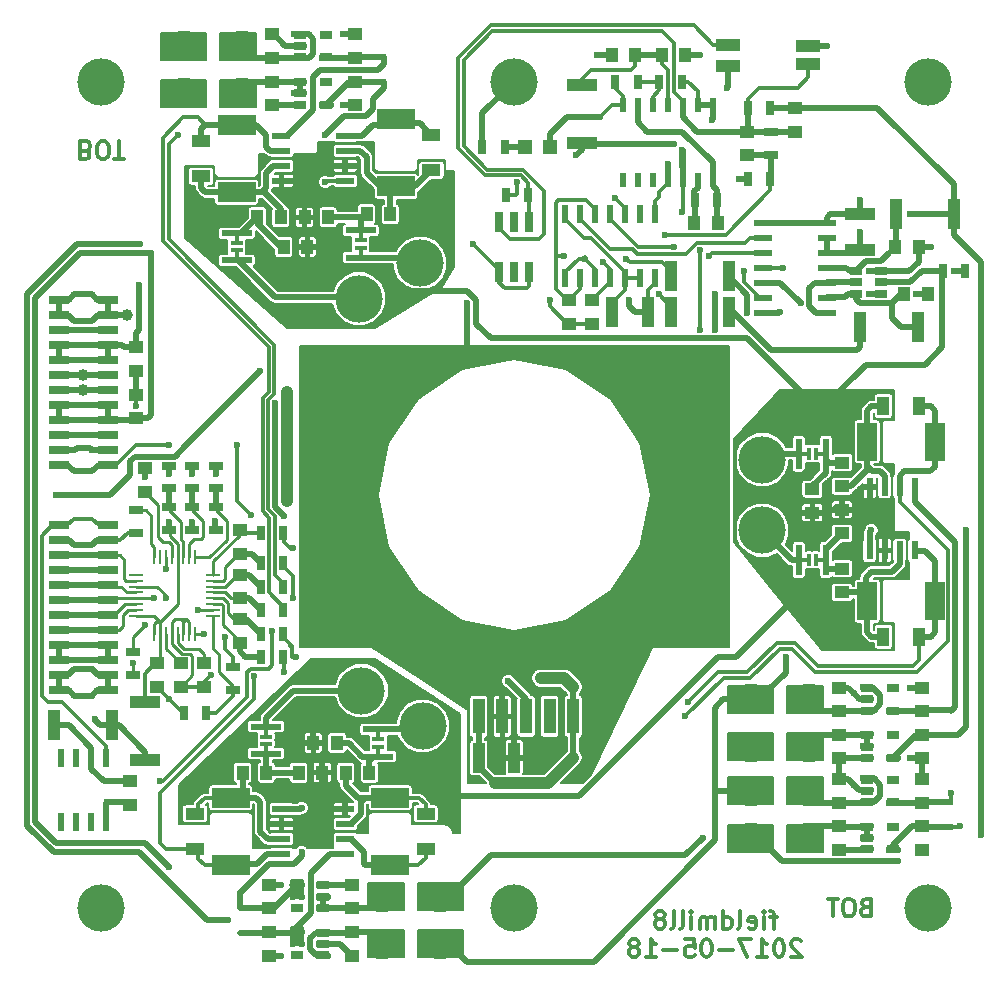
<source format=gbl>
G04 #@! TF.FileFunction,Copper,L2,Bot,Signal*
%FSLAX46Y46*%
G04 Gerber Fmt 4.6, Leading zero omitted, Abs format (unit mm)*
G04 Created by KiCad (PCBNEW 4.0.2+dfsg1-stable) date tor 18 maj 2017 17:38:11*
%MOMM*%
G01*
G04 APERTURE LIST*
%ADD10C,0.100000*%
%ADD11C,0.300000*%
%ADD12R,0.760000X1.800000*%
%ADD13R,2.000000X1.000000*%
%ADD14R,0.700000X1.300000*%
%ADD15R,1.200000X0.280000*%
%ADD16R,0.280000X1.200000*%
%ADD17R,0.600000X1.550000*%
%ADD18R,1.300000X0.700000*%
%ADD19R,1.250000X1.000000*%
%ADD20R,1.000000X1.250000*%
%ADD21R,2.500000X1.000000*%
%ADD22R,1.000000X2.500000*%
%ADD23C,4.000000*%
%ADD24R,3.180000X1.655000*%
%ADD25R,1.655000X3.180000*%
%ADD26R,1.550000X0.600000*%
%ADD27R,1.600000X1.000000*%
%ADD28R,1.000000X1.600000*%
%ADD29R,0.450000X0.590000*%
%ADD30R,2.600000X0.510000*%
%ADD31R,0.510000X2.600000*%
%ADD32R,1.060000X0.650000*%
%ADD33R,1.500000X0.600000*%
%ADD34R,0.508000X1.143000*%
%ADD35R,0.600000X1.500000*%
%ADD36R,1.800000X0.760000*%
%ADD37R,1.198880X1.198880*%
%ADD38R,1.000000X3.000000*%
%ADD39R,1.000000X0.400000*%
%ADD40R,0.400000X1.000000*%
%ADD41C,1.000000*%
%ADD42C,0.600000*%
%ADD43C,0.500000*%
%ADD44C,0.250000*%
%ADD45C,1.000000*%
%ADD46C,0.200000*%
G04 APERTURE END LIST*
D10*
D11*
X122214285Y-135728571D02*
X121642856Y-135728571D01*
X121999999Y-136728571D02*
X121999999Y-135442857D01*
X121928571Y-135300000D01*
X121785713Y-135228571D01*
X121642856Y-135228571D01*
X121142856Y-136728571D02*
X121142856Y-135728571D01*
X121142856Y-135228571D02*
X121214285Y-135300000D01*
X121142856Y-135371429D01*
X121071428Y-135300000D01*
X121142856Y-135228571D01*
X121142856Y-135371429D01*
X119857142Y-136657143D02*
X119999999Y-136728571D01*
X120285713Y-136728571D01*
X120428570Y-136657143D01*
X120499999Y-136514286D01*
X120499999Y-135942857D01*
X120428570Y-135800000D01*
X120285713Y-135728571D01*
X119999999Y-135728571D01*
X119857142Y-135800000D01*
X119785713Y-135942857D01*
X119785713Y-136085714D01*
X120499999Y-136228571D01*
X118928570Y-136728571D02*
X119071428Y-136657143D01*
X119142856Y-136514286D01*
X119142856Y-135228571D01*
X117714285Y-136728571D02*
X117714285Y-135228571D01*
X117714285Y-136657143D02*
X117857142Y-136728571D01*
X118142856Y-136728571D01*
X118285714Y-136657143D01*
X118357142Y-136585714D01*
X118428571Y-136442857D01*
X118428571Y-136014286D01*
X118357142Y-135871429D01*
X118285714Y-135800000D01*
X118142856Y-135728571D01*
X117857142Y-135728571D01*
X117714285Y-135800000D01*
X116999999Y-136728571D02*
X116999999Y-135728571D01*
X116999999Y-135871429D02*
X116928571Y-135800000D01*
X116785713Y-135728571D01*
X116571428Y-135728571D01*
X116428571Y-135800000D01*
X116357142Y-135942857D01*
X116357142Y-136728571D01*
X116357142Y-135942857D02*
X116285713Y-135800000D01*
X116142856Y-135728571D01*
X115928571Y-135728571D01*
X115785713Y-135800000D01*
X115714285Y-135942857D01*
X115714285Y-136728571D01*
X114999999Y-136728571D02*
X114999999Y-135728571D01*
X114999999Y-135228571D02*
X115071428Y-135300000D01*
X114999999Y-135371429D01*
X114928571Y-135300000D01*
X114999999Y-135228571D01*
X114999999Y-135371429D01*
X114071427Y-136728571D02*
X114214285Y-136657143D01*
X114285713Y-136514286D01*
X114285713Y-135228571D01*
X113285713Y-136728571D02*
X113428571Y-136657143D01*
X113499999Y-136514286D01*
X113499999Y-135228571D01*
X112499999Y-135871429D02*
X112642857Y-135800000D01*
X112714285Y-135728571D01*
X112785714Y-135585714D01*
X112785714Y-135514286D01*
X112714285Y-135371429D01*
X112642857Y-135300000D01*
X112499999Y-135228571D01*
X112214285Y-135228571D01*
X112071428Y-135300000D01*
X111999999Y-135371429D01*
X111928571Y-135514286D01*
X111928571Y-135585714D01*
X111999999Y-135728571D01*
X112071428Y-135800000D01*
X112214285Y-135871429D01*
X112499999Y-135871429D01*
X112642857Y-135942857D01*
X112714285Y-136014286D01*
X112785714Y-136157143D01*
X112785714Y-136442857D01*
X112714285Y-136585714D01*
X112642857Y-136657143D01*
X112499999Y-136728571D01*
X112214285Y-136728571D01*
X112071428Y-136657143D01*
X111999999Y-136585714D01*
X111928571Y-136442857D01*
X111928571Y-136157143D01*
X111999999Y-136014286D01*
X112071428Y-135942857D01*
X112214285Y-135871429D01*
X124285713Y-137771429D02*
X124214284Y-137700000D01*
X124071427Y-137628571D01*
X123714284Y-137628571D01*
X123571427Y-137700000D01*
X123499998Y-137771429D01*
X123428570Y-137914286D01*
X123428570Y-138057143D01*
X123499998Y-138271429D01*
X124357141Y-139128571D01*
X123428570Y-139128571D01*
X122499999Y-137628571D02*
X122357142Y-137628571D01*
X122214285Y-137700000D01*
X122142856Y-137771429D01*
X122071427Y-137914286D01*
X121999999Y-138200000D01*
X121999999Y-138557143D01*
X122071427Y-138842857D01*
X122142856Y-138985714D01*
X122214285Y-139057143D01*
X122357142Y-139128571D01*
X122499999Y-139128571D01*
X122642856Y-139057143D01*
X122714285Y-138985714D01*
X122785713Y-138842857D01*
X122857142Y-138557143D01*
X122857142Y-138200000D01*
X122785713Y-137914286D01*
X122714285Y-137771429D01*
X122642856Y-137700000D01*
X122499999Y-137628571D01*
X120571428Y-139128571D02*
X121428571Y-139128571D01*
X120999999Y-139128571D02*
X120999999Y-137628571D01*
X121142856Y-137842857D01*
X121285714Y-137985714D01*
X121428571Y-138057143D01*
X120071428Y-137628571D02*
X119071428Y-137628571D01*
X119714285Y-139128571D01*
X118500000Y-138557143D02*
X117357143Y-138557143D01*
X116357143Y-137628571D02*
X116214286Y-137628571D01*
X116071429Y-137700000D01*
X116000000Y-137771429D01*
X115928571Y-137914286D01*
X115857143Y-138200000D01*
X115857143Y-138557143D01*
X115928571Y-138842857D01*
X116000000Y-138985714D01*
X116071429Y-139057143D01*
X116214286Y-139128571D01*
X116357143Y-139128571D01*
X116500000Y-139057143D01*
X116571429Y-138985714D01*
X116642857Y-138842857D01*
X116714286Y-138557143D01*
X116714286Y-138200000D01*
X116642857Y-137914286D01*
X116571429Y-137771429D01*
X116500000Y-137700000D01*
X116357143Y-137628571D01*
X114500000Y-137628571D02*
X115214286Y-137628571D01*
X115285715Y-138342857D01*
X115214286Y-138271429D01*
X115071429Y-138200000D01*
X114714286Y-138200000D01*
X114571429Y-138271429D01*
X114500000Y-138342857D01*
X114428572Y-138485714D01*
X114428572Y-138842857D01*
X114500000Y-138985714D01*
X114571429Y-139057143D01*
X114714286Y-139128571D01*
X115071429Y-139128571D01*
X115214286Y-139057143D01*
X115285715Y-138985714D01*
X113785715Y-138557143D02*
X112642858Y-138557143D01*
X111142858Y-139128571D02*
X112000001Y-139128571D01*
X111571429Y-139128571D02*
X111571429Y-137628571D01*
X111714286Y-137842857D01*
X111857144Y-137985714D01*
X112000001Y-138057143D01*
X110285715Y-138271429D02*
X110428573Y-138200000D01*
X110500001Y-138128571D01*
X110571430Y-137985714D01*
X110571430Y-137914286D01*
X110500001Y-137771429D01*
X110428573Y-137700000D01*
X110285715Y-137628571D01*
X110000001Y-137628571D01*
X109857144Y-137700000D01*
X109785715Y-137771429D01*
X109714287Y-137914286D01*
X109714287Y-137985714D01*
X109785715Y-138128571D01*
X109857144Y-138200000D01*
X110000001Y-138271429D01*
X110285715Y-138271429D01*
X110428573Y-138342857D01*
X110500001Y-138414286D01*
X110571430Y-138557143D01*
X110571430Y-138842857D01*
X110500001Y-138985714D01*
X110428573Y-139057143D01*
X110285715Y-139128571D01*
X110000001Y-139128571D01*
X109857144Y-139057143D01*
X109785715Y-138985714D01*
X109714287Y-138842857D01*
X109714287Y-138557143D01*
X109785715Y-138414286D01*
X109857144Y-138342857D01*
X110000001Y-138271429D01*
X63750000Y-70857143D02*
X63964286Y-70785714D01*
X64035714Y-70714286D01*
X64107143Y-70571429D01*
X64107143Y-70357143D01*
X64035714Y-70214286D01*
X63964286Y-70142857D01*
X63821428Y-70071429D01*
X63250000Y-70071429D01*
X63250000Y-71571429D01*
X63750000Y-71571429D01*
X63892857Y-71500000D01*
X63964286Y-71428571D01*
X64035714Y-71285714D01*
X64035714Y-71142857D01*
X63964286Y-71000000D01*
X63892857Y-70928571D01*
X63750000Y-70857143D01*
X63250000Y-70857143D01*
X65035714Y-71571429D02*
X65321428Y-71571429D01*
X65464286Y-71500000D01*
X65607143Y-71357143D01*
X65678571Y-71071429D01*
X65678571Y-70571429D01*
X65607143Y-70285714D01*
X65464286Y-70142857D01*
X65321428Y-70071429D01*
X65035714Y-70071429D01*
X64892857Y-70142857D01*
X64750000Y-70285714D01*
X64678571Y-70571429D01*
X64678571Y-71071429D01*
X64750000Y-71357143D01*
X64892857Y-71500000D01*
X65035714Y-71571429D01*
X66107143Y-71571429D02*
X66964286Y-71571429D01*
X66535715Y-70071429D02*
X66535715Y-71571429D01*
X129750000Y-134892857D02*
X129535714Y-134964286D01*
X129464286Y-135035714D01*
X129392857Y-135178571D01*
X129392857Y-135392857D01*
X129464286Y-135535714D01*
X129535714Y-135607143D01*
X129678572Y-135678571D01*
X130250000Y-135678571D01*
X130250000Y-134178571D01*
X129750000Y-134178571D01*
X129607143Y-134250000D01*
X129535714Y-134321429D01*
X129464286Y-134464286D01*
X129464286Y-134607143D01*
X129535714Y-134750000D01*
X129607143Y-134821429D01*
X129750000Y-134892857D01*
X130250000Y-134892857D01*
X128464286Y-134178571D02*
X128178572Y-134178571D01*
X128035714Y-134250000D01*
X127892857Y-134392857D01*
X127821429Y-134678571D01*
X127821429Y-135178571D01*
X127892857Y-135464286D01*
X128035714Y-135607143D01*
X128178572Y-135678571D01*
X128464286Y-135678571D01*
X128607143Y-135607143D01*
X128750000Y-135464286D01*
X128821429Y-135178571D01*
X128821429Y-134678571D01*
X128750000Y-134392857D01*
X128607143Y-134250000D01*
X128464286Y-134178571D01*
X127392857Y-134178571D02*
X126535714Y-134178571D01*
X126964285Y-135678571D02*
X126964285Y-134178571D01*
D12*
X101270000Y-81100000D03*
X101270000Y-76900000D03*
X100000000Y-81100000D03*
X100000000Y-76900000D03*
X98730000Y-81100000D03*
X98730000Y-76900000D03*
D13*
X118100000Y-63660908D03*
X118100000Y-61860908D03*
X124900000Y-63510908D03*
X124900000Y-62010908D03*
D14*
X114200000Y-65000000D03*
X112300000Y-65000000D03*
D15*
X74500000Y-106750000D03*
X74500000Y-107250000D03*
X74500000Y-107750000D03*
X74500000Y-108250000D03*
X74500000Y-108750000D03*
X74500000Y-109250000D03*
X74500000Y-109750000D03*
X74500000Y-110250000D03*
D16*
X73000000Y-111750000D03*
X72500000Y-111750000D03*
X72000000Y-111750000D03*
X71500000Y-111750000D03*
X71000000Y-111750000D03*
X70500000Y-111750000D03*
X70000000Y-111750000D03*
X69500000Y-111750000D03*
D15*
X68000000Y-110250000D03*
X68000000Y-109750000D03*
X68000000Y-109250000D03*
X68000000Y-108750000D03*
X68000000Y-108250000D03*
X68000000Y-107750000D03*
X68000000Y-107250000D03*
X68000000Y-106750000D03*
D16*
X69500000Y-105250000D03*
X70000000Y-105250000D03*
X70500000Y-105250000D03*
X71000000Y-105250000D03*
X71500000Y-105250000D03*
X72000000Y-105250000D03*
X72500000Y-105250000D03*
X73000000Y-105250000D03*
D17*
X133905000Y-104700000D03*
X132635000Y-104700000D03*
X131365000Y-104700000D03*
X130095000Y-104700000D03*
X130095000Y-99300000D03*
X131365000Y-99300000D03*
X132635000Y-99300000D03*
X133905000Y-99300000D03*
D18*
X76200000Y-116500000D03*
X76200000Y-114600000D03*
D19*
X86250000Y-135000000D03*
X86250000Y-133000000D03*
D20*
X81750000Y-123500000D03*
X83750000Y-123500000D03*
D19*
X134500000Y-120300000D03*
X134500000Y-122300000D03*
D21*
X105750000Y-65300000D03*
X105750000Y-70200000D03*
D22*
X88800000Y-138000000D03*
X93700000Y-138000000D03*
D14*
X117200000Y-75000000D03*
X115300000Y-75000000D03*
D23*
X92053848Y-80370835D03*
X92258330Y-119562178D03*
X87062178Y-116562178D03*
X86857695Y-83370835D03*
X121000000Y-97000000D03*
X121000000Y-103000000D03*
D19*
X68000000Y-87500000D03*
X68000000Y-89500000D03*
X68000000Y-91500000D03*
X68000000Y-93500000D03*
D14*
X101200000Y-74600000D03*
X99300000Y-74600000D03*
D18*
X121750000Y-69300000D03*
X121750000Y-71200000D03*
D19*
X79500000Y-63000000D03*
X79500000Y-61000000D03*
X86500000Y-63000000D03*
X86500000Y-61000000D03*
X79500000Y-65000000D03*
X79500000Y-67000000D03*
X67500000Y-124250000D03*
X67500000Y-126250000D03*
D20*
X112500000Y-62750000D03*
X114500000Y-62750000D03*
X110250000Y-62750000D03*
X108250000Y-62750000D03*
D19*
X68750000Y-97750000D03*
X68750000Y-99750000D03*
X119750000Y-71250000D03*
X119750000Y-69250000D03*
D20*
X117250000Y-77000000D03*
X115250000Y-77000000D03*
D19*
X86250000Y-137000000D03*
X86250000Y-139000000D03*
X79250000Y-137000000D03*
X79250000Y-139000000D03*
X76750000Y-103000000D03*
X76750000Y-105000000D03*
X76750000Y-106750000D03*
X76750000Y-108750000D03*
X76750000Y-110500000D03*
X76750000Y-112500000D03*
X73750000Y-116250000D03*
X73750000Y-114250000D03*
X71750000Y-114250000D03*
X71750000Y-116250000D03*
X69750000Y-114250000D03*
X69750000Y-116250000D03*
D20*
X133000000Y-83000000D03*
X135000000Y-83000000D03*
X132250000Y-79000000D03*
X134250000Y-79000000D03*
X83000000Y-121000000D03*
X85000000Y-121000000D03*
D19*
X86500000Y-65000000D03*
X86500000Y-67000000D03*
X127500000Y-120300000D03*
X127500000Y-122300000D03*
D20*
X84250000Y-76500000D03*
X82250000Y-76500000D03*
D19*
X134500000Y-126050000D03*
X134500000Y-124050000D03*
X127500000Y-128050000D03*
X127500000Y-130050000D03*
D18*
X70750000Y-101050000D03*
X70750000Y-102950000D03*
X72750000Y-101050000D03*
X72750000Y-102950000D03*
D14*
X73950000Y-118500000D03*
X72050000Y-118500000D03*
D18*
X74750000Y-101050000D03*
X74750000Y-102950000D03*
X70750000Y-99450000D03*
X70750000Y-97550000D03*
X72750000Y-99450000D03*
X72750000Y-97550000D03*
D14*
X136299990Y-80999990D03*
X138199990Y-80999990D03*
D18*
X74750000Y-99450000D03*
X74750000Y-97550000D03*
X68000000Y-101300000D03*
X68000000Y-103200000D03*
D14*
X78550000Y-103250000D03*
X80450000Y-103250000D03*
X80450000Y-105750000D03*
X78550000Y-105750000D03*
X78550000Y-107750000D03*
X80450000Y-107750000D03*
X80450000Y-109750000D03*
X78550000Y-109750000D03*
X78550000Y-111750000D03*
X80450000Y-111750000D03*
X80450000Y-113750000D03*
X78550000Y-113750000D03*
D24*
X76000000Y-125642500D03*
X76000000Y-131357500D03*
X89500000Y-125642500D03*
X89500000Y-131357500D03*
X90000000Y-73857500D03*
X90000000Y-68142500D03*
X76500000Y-74357500D03*
X76500000Y-68642500D03*
D25*
X129892500Y-109000000D03*
X135607500Y-109000000D03*
X129892500Y-95500000D03*
X135607500Y-95500000D03*
D26*
X80300000Y-130405000D03*
X80300000Y-129135000D03*
X80300000Y-127865000D03*
X80300000Y-126595000D03*
X85700000Y-126595000D03*
X85700000Y-127865000D03*
X85700000Y-129135000D03*
X85700000Y-130405000D03*
D17*
X61645000Y-122300000D03*
X62915000Y-122300000D03*
X64185000Y-122300000D03*
X65455000Y-122300000D03*
X65455000Y-127700000D03*
X64185000Y-127700000D03*
X62915000Y-127700000D03*
X61645000Y-127700000D03*
D26*
X85700000Y-69595000D03*
X85700000Y-70865000D03*
X85700000Y-72135000D03*
X85700000Y-73405000D03*
X80300000Y-73405000D03*
X80300000Y-72135000D03*
X80300000Y-70865000D03*
X80300000Y-69595000D03*
D27*
X73000000Y-127000000D03*
X73000000Y-130000000D03*
X92500000Y-127000000D03*
X92500000Y-130000000D03*
X93000000Y-72500000D03*
X93000000Y-69500000D03*
X73500000Y-73000000D03*
X73500000Y-70000000D03*
D28*
X131250000Y-112000000D03*
X134250000Y-112000000D03*
X131250000Y-92500000D03*
X134250000Y-92500000D03*
D14*
X110450000Y-65000000D03*
X108550000Y-65000000D03*
D19*
X134500000Y-128050000D03*
X134500000Y-130050000D03*
X127750000Y-103250000D03*
X127750000Y-101250000D03*
X125250000Y-101500000D03*
X125250000Y-99500000D03*
D29*
X137000000Y-125995000D03*
X137000000Y-128105000D03*
D20*
X79000000Y-123500000D03*
X77000000Y-123500000D03*
D30*
X79000000Y-119605000D03*
X79000000Y-121895000D03*
D20*
X87750000Y-123500000D03*
X85750000Y-123500000D03*
D30*
X88500000Y-119855000D03*
X88500000Y-122145000D03*
D20*
X87500000Y-76250000D03*
X89500000Y-76250000D03*
D30*
X87000000Y-79895000D03*
X87000000Y-77605000D03*
D20*
X78250000Y-76500000D03*
X80250000Y-76500000D03*
D30*
X76500000Y-80145000D03*
X76500000Y-77855000D03*
D19*
X127750000Y-106250000D03*
X127750000Y-108250000D03*
D31*
X124105000Y-105500000D03*
X126395000Y-105500000D03*
D19*
X127750000Y-97250000D03*
X127750000Y-99250000D03*
D31*
X124105000Y-96500000D03*
X126395000Y-96500000D03*
D32*
X81900000Y-62950000D03*
X81900000Y-62000000D03*
X81900000Y-61050000D03*
X84100000Y-61050000D03*
X84100000Y-62950000D03*
X81900000Y-66950000D03*
X81900000Y-66000000D03*
X81900000Y-65050000D03*
X84100000Y-65050000D03*
X84100000Y-66950000D03*
X129900000Y-118250000D03*
X129900000Y-117300000D03*
X129900000Y-116350000D03*
X132100000Y-116350000D03*
X132100000Y-118250000D03*
X129900000Y-122250000D03*
X129900000Y-121300000D03*
X129900000Y-120350000D03*
X132100000Y-120350000D03*
X132100000Y-122250000D03*
X129900000Y-126000000D03*
X129900000Y-125050000D03*
X129900000Y-124100000D03*
X132100000Y-124100000D03*
X132100000Y-126000000D03*
X129900000Y-130000000D03*
X129900000Y-129050000D03*
X129900000Y-128100000D03*
X132100000Y-128100000D03*
X132100000Y-130000000D03*
D21*
X129250000Y-79250000D03*
X129250000Y-76250000D03*
D19*
X79250000Y-135000000D03*
X79250000Y-133000000D03*
X127500000Y-118300000D03*
X127500000Y-116300000D03*
X134500000Y-118300000D03*
X134500000Y-116300000D03*
X127500000Y-126050000D03*
X127500000Y-124050000D03*
D20*
X82500000Y-79000000D03*
X80500000Y-79000000D03*
D29*
X77000000Y-137055000D03*
X77000000Y-134945000D03*
X89000000Y-62945000D03*
X89000000Y-65055000D03*
X137000000Y-118245000D03*
X137000000Y-120355000D03*
D21*
X68750000Y-122450000D03*
X68750000Y-117550000D03*
D22*
X61050000Y-119500000D03*
X65950000Y-119500000D03*
X88800000Y-134000000D03*
X93700000Y-134000000D03*
X76950000Y-62000000D03*
X72050000Y-62000000D03*
X76950000Y-66000000D03*
X72050000Y-66000000D03*
X124950000Y-117300000D03*
X120050000Y-117300000D03*
X124950000Y-121300000D03*
X120050000Y-121300000D03*
X124950000Y-125050000D03*
X120050000Y-125050000D03*
X124950000Y-129050000D03*
X120050000Y-129050000D03*
X129300000Y-85750000D03*
X134200000Y-85750000D03*
X132300000Y-76250000D03*
X137200000Y-76250000D03*
D32*
X128900000Y-82950000D03*
X128900000Y-82000000D03*
X128900000Y-81050000D03*
X131100000Y-81050000D03*
X131100000Y-82950000D03*
X131100000Y-82000000D03*
D33*
X121050000Y-84560000D03*
X121050000Y-83290000D03*
X121050000Y-82020000D03*
X121050000Y-80750000D03*
X121050000Y-79480000D03*
X121050000Y-78210000D03*
X121050000Y-76940000D03*
X126450000Y-76940000D03*
X126450000Y-78210000D03*
X126450000Y-79480000D03*
X126450000Y-80750000D03*
X126450000Y-82020000D03*
X126450000Y-83290000D03*
X126450000Y-84560000D03*
D34*
X109180000Y-66948000D03*
X110450000Y-66948000D03*
X111720000Y-66948000D03*
X112990000Y-66948000D03*
X114260000Y-66948000D03*
X115530000Y-66948000D03*
X116800000Y-66948000D03*
X116800000Y-73298000D03*
X115530000Y-73298000D03*
X112990000Y-73298000D03*
X111720000Y-73298000D03*
X110450000Y-73298000D03*
X109180000Y-73298000D03*
X114260000Y-73298000D03*
D32*
X83850000Y-137050000D03*
X83850000Y-138000000D03*
X83850000Y-138950000D03*
X81650000Y-138950000D03*
X81650000Y-137050000D03*
X83850000Y-133050000D03*
X83850000Y-134000000D03*
X83850000Y-134950000D03*
X81650000Y-134950000D03*
X81650000Y-133050000D03*
D19*
X104601790Y-83500000D03*
X104601790Y-85500000D03*
X123750000Y-69250000D03*
X123750000Y-67250000D03*
D22*
X108301790Y-84500000D03*
X111301790Y-84500000D03*
D19*
X106601790Y-83500000D03*
X106601790Y-85500000D03*
D18*
X67750000Y-113300000D03*
X67750000Y-115200000D03*
D22*
X118200000Y-84500000D03*
X113300000Y-84500000D03*
D14*
X119800000Y-67250000D03*
X121700000Y-67250000D03*
X121700000Y-73250000D03*
X119800000Y-73250000D03*
D22*
X113300000Y-81500000D03*
X118200000Y-81500000D03*
D35*
X104300000Y-76200000D03*
X105570000Y-76200000D03*
X106840000Y-76200000D03*
X108110000Y-76200000D03*
X109380000Y-76200000D03*
X110650000Y-76200000D03*
X111920000Y-76200000D03*
X111920000Y-81600000D03*
X110650000Y-81600000D03*
X109380000Y-81600000D03*
X108110000Y-81600000D03*
X106840000Y-81600000D03*
X105570000Y-81600000D03*
X104300000Y-81600000D03*
D23*
X65000000Y-135000000D03*
X135000000Y-135000000D03*
X65000000Y-65000000D03*
X135000000Y-65000000D03*
X100000000Y-135000000D03*
X100000000Y-65000000D03*
D36*
X65620000Y-102575000D03*
X61420000Y-102575000D03*
X65620000Y-103845000D03*
X61420000Y-103845000D03*
X65620000Y-105115000D03*
X61420000Y-105115000D03*
X65620000Y-106385000D03*
X61420000Y-106385000D03*
X65620000Y-107655000D03*
X61420000Y-107655000D03*
X65620000Y-108925000D03*
X61420000Y-108925000D03*
X65620000Y-110195000D03*
X61420000Y-110195000D03*
X65620000Y-111465000D03*
X61420000Y-111465000D03*
X65620000Y-112735000D03*
X61420000Y-112735000D03*
X65620000Y-114005000D03*
X61420000Y-114005000D03*
X65620000Y-115275000D03*
X61420000Y-115275000D03*
X65620000Y-116545000D03*
X61420000Y-116545000D03*
X65620000Y-83455000D03*
X61420000Y-83455000D03*
X65620000Y-84725000D03*
X61420000Y-84725000D03*
X65620000Y-85995000D03*
X61420000Y-85995000D03*
X65620000Y-87265000D03*
X61420000Y-87265000D03*
X65620000Y-88535000D03*
X61420000Y-88535000D03*
X65620000Y-89805000D03*
X61420000Y-89805000D03*
X65620000Y-91075000D03*
X61420000Y-91075000D03*
X65620000Y-92345000D03*
X61420000Y-92345000D03*
X65620000Y-93615000D03*
X61420000Y-93615000D03*
X65620000Y-94885000D03*
X61420000Y-94885000D03*
X65620000Y-96155000D03*
X61420000Y-96155000D03*
X65620000Y-97425000D03*
X61420000Y-97425000D03*
D22*
X97000000Y-122250000D03*
X100000000Y-122250000D03*
D37*
X103049020Y-70500000D03*
X100950980Y-70500000D03*
D38*
X105000000Y-118750000D03*
X103000000Y-118750000D03*
X101000000Y-118750000D03*
X99000000Y-118750000D03*
X97000000Y-118750000D03*
D14*
X99200000Y-70500000D03*
X97300000Y-70500000D03*
D39*
X79000000Y-121050000D03*
X79000000Y-120450000D03*
X88500000Y-120700000D03*
X88500000Y-121300000D03*
X87000000Y-78450000D03*
X87000000Y-79050000D03*
X76500000Y-79300000D03*
X76500000Y-78700000D03*
D40*
X125550000Y-105500000D03*
X124950000Y-105500000D03*
X124950000Y-96500000D03*
X125550000Y-96500000D03*
D41*
X107000000Y-115500000D03*
X102000000Y-122250000D03*
D42*
X100250000Y-73500000D03*
X81400000Y-62000000D03*
X82200000Y-62000000D03*
X134600000Y-130000000D03*
X130250000Y-117250000D03*
X129500000Y-117250000D03*
X130250000Y-130000000D03*
X129500002Y-130000000D03*
X129500000Y-125000000D03*
X130250000Y-125000000D03*
X129500000Y-122250000D03*
X130250000Y-122250000D03*
X84250000Y-133000000D03*
X83500000Y-133000000D03*
X84250000Y-138000000D03*
X83500000Y-138000000D03*
D41*
X63500000Y-91075000D03*
X63500000Y-89805000D03*
D42*
X64250000Y-117000000D03*
X64250000Y-114750000D03*
D41*
X83250000Y-98250000D03*
X85750000Y-90500000D03*
X83750000Y-92000000D03*
X82499998Y-93500000D03*
D42*
X96003888Y-86753888D03*
X122750000Y-76940000D03*
X117000000Y-83000000D03*
X117000000Y-86000000D03*
X96000000Y-83750000D03*
D41*
X116000000Y-89250000D03*
X116750000Y-89750000D03*
X117250000Y-88750000D03*
X115750000Y-88000000D03*
D42*
X103000000Y-83500000D03*
X137250000Y-81000000D03*
X115750000Y-62750000D03*
X107000000Y-62750000D03*
X135250000Y-79000000D03*
X130000000Y-81000000D03*
X134000000Y-83000000D03*
X82500000Y-88250000D03*
X82499998Y-90250000D03*
X83500000Y-89250000D03*
D41*
X83250000Y-100000000D03*
X82750000Y-104250000D03*
D42*
X109750000Y-83500000D03*
X129250000Y-75000000D03*
X113000000Y-72000000D03*
X119000000Y-73250000D03*
X70750000Y-117250000D03*
X68000000Y-92500000D03*
X133500000Y-122300000D03*
X133500000Y-116300000D03*
X128750000Y-116800000D03*
X128750000Y-124550000D03*
X80250000Y-133000000D03*
X80250000Y-139000000D03*
X85500000Y-61000000D03*
X85500000Y-67000000D03*
X80750000Y-66950000D03*
X65500000Y-126000000D03*
X73250000Y-109750000D03*
X70500000Y-106250000D03*
X74750000Y-98250000D03*
X72750000Y-98250000D03*
X70750000Y-98250000D03*
X68750000Y-98500000D03*
X81400000Y-63000000D03*
X81400000Y-61000000D03*
X82200008Y-63000000D03*
X82200000Y-61000000D03*
X77750000Y-62750000D03*
X77750000Y-62000000D03*
X77750000Y-61250000D03*
X76250000Y-61250000D03*
X75500000Y-61250000D03*
X75500000Y-62000000D03*
X76250000Y-62000000D03*
X76250000Y-62750000D03*
X75500000Y-62750000D03*
X96500000Y-78750000D03*
X64500000Y-118999996D03*
X63000000Y-114000000D03*
X105250000Y-71249992D03*
X118000000Y-65500000D03*
X126510908Y-62010908D03*
X78500000Y-89499996D03*
X113500000Y-70250000D03*
X61250000Y-100000000D03*
X81250000Y-108750000D03*
X79500000Y-111500010D03*
X70000000Y-124249998D03*
X87250000Y-130750000D03*
X81250000Y-104500000D03*
X78000000Y-115300003D03*
X130250000Y-116250000D03*
X129500000Y-116250000D03*
X130250000Y-118250000D03*
X129500006Y-118250000D03*
X125750000Y-118050000D03*
X125750000Y-117300000D03*
X125750000Y-116550000D03*
X124250000Y-116550000D03*
X123500000Y-116550000D03*
X124250000Y-117300000D03*
X123500000Y-117300000D03*
X123500000Y-118050000D03*
X124250000Y-118050000D03*
X130250000Y-121250000D03*
X129500000Y-121250000D03*
X130250000Y-120250000D03*
X129500000Y-120250000D03*
X125750000Y-120550000D03*
X125750000Y-121300000D03*
X124250000Y-120550000D03*
X123500000Y-120550000D03*
X123500000Y-121300000D03*
X124250000Y-121300000D03*
X124250000Y-122050000D03*
X123500000Y-122050000D03*
X125750000Y-122050000D03*
X71500000Y-69500000D03*
X87750000Y-69000000D03*
X129500000Y-126000000D03*
X130250000Y-126000000D03*
X130250000Y-124000000D03*
X129500000Y-124000000D03*
X123500000Y-124300000D03*
X124250000Y-124300000D03*
X124250000Y-125050000D03*
X123500000Y-125050000D03*
X123500000Y-125800000D03*
X124250000Y-125800000D03*
X125750000Y-125800000D03*
X125750000Y-125050000D03*
X125750000Y-124300000D03*
X80500000Y-115000000D03*
X114500000Y-118750000D03*
X81500000Y-113750000D03*
X114750000Y-117500000D03*
X69500000Y-108750000D03*
X119500000Y-81000000D03*
X122499998Y-84500000D03*
X129250000Y-77750000D03*
X84250000Y-139000000D03*
X83500000Y-139000000D03*
X84250000Y-137000000D03*
X83500000Y-137000000D03*
X88000000Y-137250000D03*
X88000000Y-138000000D03*
X88000000Y-138750000D03*
X89500000Y-138750000D03*
X89500000Y-138000000D03*
X89500000Y-137250000D03*
X90250000Y-137250000D03*
X90250000Y-138000000D03*
X90250000Y-138750000D03*
X82000000Y-136999998D03*
X81250000Y-137000006D03*
X81250000Y-138000000D03*
X82000000Y-138000000D03*
X132479002Y-130031034D03*
X74350010Y-115250000D03*
X137750000Y-128000000D03*
X131750000Y-130050000D03*
X83500000Y-135000000D03*
X84250000Y-135000006D03*
X84249974Y-134000000D03*
X83500000Y-134000000D03*
X88000000Y-134800000D03*
X88000000Y-134000000D03*
X88000000Y-133250000D03*
X89500000Y-133250000D03*
X89500000Y-134000000D03*
X89500000Y-134750000D03*
X90250000Y-134750000D03*
X90250000Y-134000000D03*
X90250000Y-133250000D03*
X121250000Y-106250000D03*
X82095000Y-73405000D03*
X83905000Y-126595000D03*
X74700728Y-102200728D03*
X70750000Y-102250000D03*
X72750000Y-102250000D03*
X130000000Y-83750000D03*
X124250000Y-83750000D03*
X82000000Y-134000000D03*
X81250000Y-134000000D03*
X82000000Y-130250000D03*
X81250000Y-133000000D03*
X82000000Y-133000000D03*
X82000000Y-126500000D03*
X68250000Y-82250000D03*
X122250000Y-87750000D03*
X123000000Y-113750000D03*
X75750000Y-136000000D03*
X68349989Y-78750000D03*
X118500000Y-116500000D03*
X71250000Y-62750000D03*
X70500000Y-62750000D03*
X71250000Y-62000000D03*
X70500000Y-62000000D03*
X71250000Y-61250000D03*
X70500000Y-61250000D03*
X72750000Y-61250000D03*
X73500000Y-61250000D03*
X72750000Y-62000000D03*
X72750000Y-62750000D03*
X73500000Y-62750000D03*
X73500000Y-62000000D03*
X121500000Y-117300000D03*
X120750000Y-118050000D03*
X120750000Y-117300000D03*
X120750000Y-116550000D03*
X121500000Y-118050000D03*
X121500000Y-116550000D03*
X119250000Y-118050000D03*
X118500000Y-118050000D03*
X119250000Y-117300000D03*
X119250000Y-116550000D03*
X118500000Y-117300000D03*
X120750000Y-124300000D03*
X121500000Y-124300000D03*
X121500000Y-125050000D03*
X120750000Y-125050000D03*
X121500000Y-125800000D03*
X120750000Y-125800000D03*
X119250000Y-125050000D03*
X118500000Y-125050000D03*
X118500000Y-124300000D03*
X119250000Y-124300000D03*
X118500000Y-125800000D03*
X119250000Y-125800000D03*
X95250000Y-137250000D03*
X94500000Y-137250000D03*
X93000000Y-137250000D03*
X92250000Y-137250000D03*
X93000000Y-138000000D03*
X92250000Y-138000000D03*
X92250000Y-138750000D03*
X93000000Y-138750000D03*
X94500000Y-138750000D03*
X95250000Y-138750000D03*
X95250000Y-138000000D03*
X94500000Y-138000000D03*
X132500000Y-131000004D03*
X139500000Y-128750016D03*
X70750000Y-131500000D03*
X119750000Y-84600010D03*
X133500000Y-76250004D03*
X69250000Y-79500000D03*
X116000000Y-129000000D03*
X72750000Y-65250000D03*
X73500000Y-65250000D03*
X73500000Y-66000000D03*
X72750000Y-66000000D03*
X72750000Y-66750000D03*
X73500000Y-66750000D03*
X71250000Y-66750000D03*
X70500000Y-66750000D03*
X71250000Y-66000000D03*
X70500000Y-66000000D03*
X71250000Y-65250000D03*
X70500000Y-65250000D03*
X120750000Y-122050000D03*
X121500000Y-122050000D03*
X118500000Y-122050000D03*
X119250006Y-122050000D03*
X118500000Y-120550000D03*
X119250000Y-120550000D03*
X118500000Y-121300000D03*
X119250000Y-121300000D03*
X121500000Y-121300000D03*
X121500000Y-120550000D03*
X120750000Y-121300000D03*
X120750000Y-120550000D03*
X121500000Y-129050000D03*
X121500000Y-128300000D03*
X120750000Y-128300000D03*
X120750000Y-129050000D03*
X119250000Y-128300000D03*
X118500000Y-129050000D03*
X118500000Y-128300000D03*
X119250000Y-129050000D03*
X119250006Y-129800000D03*
X118500000Y-129800000D03*
X121500000Y-129800000D03*
X120750000Y-129800000D03*
X95250000Y-134750000D03*
X95250000Y-134000000D03*
X95250000Y-133250000D03*
X94499994Y-133250000D03*
X94500000Y-134000000D03*
X94500000Y-134750000D03*
X93000000Y-134000000D03*
X93000000Y-134750000D03*
X93000000Y-133250000D03*
X92250000Y-134750000D03*
X92250000Y-134000000D03*
X92250000Y-133250000D03*
X83750000Y-63000000D03*
X84500000Y-63000000D03*
X81400000Y-66000000D03*
X82200000Y-66000000D03*
X81400000Y-65000000D03*
X82200000Y-65000000D03*
X77750000Y-65250000D03*
X77750000Y-66000000D03*
X77750000Y-66750000D03*
X76250000Y-66750000D03*
X75500000Y-66750000D03*
X76250000Y-66000000D03*
X75500000Y-66000000D03*
X76250000Y-65250000D03*
X75500000Y-65250000D03*
X84500000Y-67000000D03*
X83750000Y-67000000D03*
X84000000Y-69500000D03*
X84000000Y-73500000D03*
X132500000Y-118300000D03*
X131750000Y-118300000D03*
X131750000Y-122300000D03*
X132500000Y-122300000D03*
X138250000Y-103000000D03*
X130250000Y-103000000D03*
X137000000Y-125250000D03*
X73750000Y-111750000D03*
X131750000Y-126050000D03*
X132500000Y-126050000D03*
X130250000Y-129000000D03*
X129500000Y-129000000D03*
X130250000Y-128000000D03*
X129500000Y-128000000D03*
X123500000Y-128300000D03*
X124250000Y-128300000D03*
X124250000Y-129050000D03*
X123500000Y-129050000D03*
X123500000Y-129800000D03*
X124250000Y-129800000D03*
X125750000Y-129800000D03*
X125750000Y-129050000D03*
X125750000Y-128300000D03*
X80500000Y-101750000D03*
X79750000Y-92250000D03*
X63500000Y-85995000D03*
X99500000Y-115750000D03*
D41*
X80750000Y-100500000D03*
X80750000Y-91250000D03*
X67250000Y-84750000D03*
X102250000Y-115500000D03*
D42*
X115750000Y-79250000D03*
X75500000Y-112000000D03*
X114250000Y-76000000D03*
X115750000Y-86000000D03*
X114250000Y-70750004D03*
X116750000Y-68250000D03*
X64250000Y-94885000D03*
X107250000Y-68000000D03*
X76500000Y-95750000D03*
X70750002Y-95750000D03*
X77700728Y-101700728D03*
X130000000Y-82999998D03*
X106000000Y-80000000D03*
X112750000Y-78000000D03*
X104250000Y-79750000D03*
X112250000Y-83000000D03*
X107500000Y-80250000D03*
X109500000Y-80000000D03*
X116500000Y-79750000D03*
X64220000Y-96155000D03*
X108500000Y-74850010D03*
X64000000Y-106385000D03*
X67750000Y-114250000D03*
X113500000Y-79000000D03*
X68750000Y-111000000D03*
X70500000Y-108750000D03*
X122750000Y-80750000D03*
D43*
X98750000Y-114250000D02*
X105750000Y-114250000D01*
X105750000Y-114250000D02*
X107000000Y-115500000D01*
X98000000Y-115000000D02*
X98750000Y-114250000D01*
X98000000Y-115750000D02*
X98000000Y-115000000D01*
X99000000Y-116750000D02*
X98000000Y-115750000D01*
X99000000Y-118750000D02*
X99000000Y-116750000D01*
X100000000Y-122250000D02*
X102000000Y-122250000D01*
D11*
X100250000Y-74500000D02*
X100250000Y-73924264D01*
X100150000Y-74600000D02*
X100250000Y-74500000D01*
X99850000Y-74600000D02*
X100150000Y-74600000D01*
X99300000Y-74600000D02*
X100150000Y-74600000D01*
X100250000Y-73924264D02*
X100250000Y-73500000D01*
X111301790Y-84500000D02*
X111301790Y-82668210D01*
X111301790Y-82668210D02*
X111920000Y-82050000D01*
X111920000Y-82050000D02*
X111920000Y-81600000D01*
X111920000Y-76200000D02*
X111920000Y-75080000D01*
X111920000Y-75080000D02*
X112250000Y-74750000D01*
X112250000Y-74750000D02*
X112250000Y-74355500D01*
X112250000Y-74355500D02*
X112990000Y-73615500D01*
X112990000Y-73615500D02*
X112990000Y-73298000D01*
X104601790Y-85500000D02*
X104500000Y-85500000D01*
X104500000Y-85500000D02*
X103000000Y-84000000D01*
X103000000Y-84000000D02*
X103000000Y-83500000D01*
X106601790Y-85500000D02*
X104601790Y-85500000D01*
D43*
X80625000Y-62000000D02*
X81400000Y-62000000D01*
X79500000Y-61000000D02*
X79625000Y-61000000D01*
X79625000Y-61000000D02*
X80625000Y-62000000D01*
X134550000Y-130000000D02*
X134600000Y-130000000D01*
X134500000Y-130050000D02*
X134550000Y-130000000D01*
X129200000Y-117250000D02*
X129500000Y-117250000D01*
X128750000Y-116800000D02*
X129200000Y-117250000D01*
X129450002Y-130050000D02*
X129500002Y-130000000D01*
X127500000Y-130050000D02*
X129450002Y-130050000D01*
X129825736Y-125000000D02*
X130250000Y-125000000D01*
X129200000Y-125000000D02*
X129825736Y-125000000D01*
X128750000Y-124550000D02*
X129200000Y-125000000D01*
X129549999Y-122200001D02*
X129500000Y-122250000D01*
X129850001Y-122200001D02*
X129549999Y-122200001D01*
X129900000Y-122250000D02*
X129850001Y-122200001D01*
X129900000Y-122250000D02*
X130250000Y-122250000D01*
X83550000Y-133050000D02*
X83500000Y-133000000D01*
X83850000Y-133050000D02*
X83550000Y-133050000D01*
X86250000Y-133000000D02*
X83500000Y-133000000D01*
X85250000Y-138000000D02*
X83500000Y-138000000D01*
X84750000Y-138000000D02*
X85250000Y-138000000D01*
X86250000Y-139000000D02*
X85250000Y-138000000D01*
X97300000Y-70500000D02*
X97300000Y-67700000D01*
X97300000Y-67700000D02*
X100000000Y-65000000D01*
X63500000Y-91075000D02*
X61420000Y-91075000D01*
X65620000Y-91075000D02*
X63500000Y-91075000D01*
X63500000Y-89805000D02*
X65620000Y-89805000D01*
X61420000Y-89805000D02*
X63500000Y-89805000D01*
X61420000Y-115275000D02*
X61420000Y-116545000D01*
X65620000Y-115275000D02*
X65620000Y-116545000D01*
D11*
X72050000Y-118500000D02*
X72000000Y-118500000D01*
X72000000Y-118500000D02*
X70750000Y-117250000D01*
X70750000Y-117250000D02*
X69750000Y-116250000D01*
D43*
X83250000Y-94250002D02*
X83250000Y-97825736D01*
X82499998Y-93500000D02*
X83250000Y-94250002D01*
X83250000Y-97825736D02*
X83250000Y-98250000D01*
X61420000Y-115275000D02*
X62225000Y-115275000D01*
X62225000Y-115275000D02*
X62750000Y-114750000D01*
X62750000Y-114750000D02*
X64250000Y-114750000D01*
X64250000Y-114750000D02*
X64775000Y-115275000D01*
X64775000Y-115275000D02*
X65620000Y-115275000D01*
X61420000Y-116545000D02*
X62295000Y-116545000D01*
X62295000Y-116545000D02*
X62750000Y-117000000D01*
X62750000Y-117000000D02*
X64250000Y-117000000D01*
X64250000Y-117000000D02*
X64705000Y-116545000D01*
X64705000Y-116545000D02*
X65620000Y-116545000D01*
X65455000Y-127700000D02*
X65455000Y-126045000D01*
X65455000Y-126045000D02*
X65500000Y-126000000D01*
X83500000Y-89250000D02*
X93507776Y-89250000D01*
X93507776Y-89250000D02*
X94257776Y-88500000D01*
X94257776Y-88500000D02*
X96000000Y-88500000D01*
X96000000Y-88500000D02*
X96000000Y-86757776D01*
X96000000Y-86757776D02*
X96003888Y-86753888D01*
X82499998Y-90250000D02*
X82499998Y-93500000D01*
X96000000Y-83750000D02*
X96000000Y-86750000D01*
X96000000Y-86750000D02*
X96003888Y-86753888D01*
X121050000Y-76940000D02*
X122250000Y-76940000D01*
X122750000Y-76940000D02*
X126450000Y-76940000D01*
X122250000Y-76940000D02*
X122750000Y-76940000D01*
X117000000Y-86000000D02*
X117000000Y-83000000D01*
X116750000Y-89750000D02*
X116500000Y-89750000D01*
X116500000Y-89750000D02*
X116000000Y-89250000D01*
X115750000Y-88000000D02*
X116500000Y-88000000D01*
X116500000Y-88000000D02*
X117250000Y-88750000D01*
X70750000Y-117250000D02*
X70800000Y-117250000D01*
X65500000Y-126000000D02*
X67250000Y-126000000D01*
X67250000Y-126000000D02*
X67500000Y-126250000D01*
X138199990Y-80999990D02*
X137250010Y-80999990D01*
X137250010Y-80999990D02*
X137250000Y-81000000D01*
X114500000Y-62750000D02*
X115750000Y-62750000D01*
X108250000Y-62750000D02*
X107000000Y-62750000D01*
X134250000Y-79000000D02*
X135250000Y-79000000D01*
X130600000Y-81050000D02*
X133450000Y-81050000D01*
X133450000Y-81050000D02*
X134250000Y-80250000D01*
X134250000Y-80250000D02*
X134250000Y-79000000D01*
X130424264Y-81000000D02*
X130000000Y-81000000D01*
X130550000Y-81000000D02*
X130424264Y-81000000D01*
X130600000Y-81050000D02*
X130550000Y-81000000D01*
X135000000Y-83000000D02*
X134000000Y-83000000D01*
X82750000Y-104250000D02*
X82750000Y-105750000D01*
X82750000Y-105750000D02*
X91450001Y-114450001D01*
X83500000Y-89250000D02*
X82500000Y-88250000D01*
X83250000Y-103750000D02*
X83250000Y-100000000D01*
X82750000Y-104250000D02*
X83250000Y-103750000D01*
X109750000Y-83924264D02*
X109750000Y-83500000D01*
X110250000Y-84500000D02*
X109750000Y-84000000D01*
X109750000Y-84000000D02*
X109750000Y-83924264D01*
X111301790Y-84500000D02*
X110250000Y-84500000D01*
X106301790Y-85500000D02*
X106250000Y-85448210D01*
X129250000Y-75000000D02*
X129250000Y-76250000D01*
X113000000Y-72000000D02*
X113000000Y-73288000D01*
X113000000Y-73288000D02*
X112990000Y-73298000D01*
X119800000Y-73250000D02*
X119000000Y-73250000D01*
D11*
X68000000Y-91500000D02*
X68000000Y-92500000D01*
D43*
X68000000Y-91250000D02*
X68000000Y-89500000D01*
X134500000Y-124050000D02*
X134500000Y-122300000D01*
X134500000Y-122300000D02*
X133500000Y-122300000D01*
X134500000Y-116300000D02*
X133500000Y-116300000D01*
X128250000Y-116300000D02*
X128750000Y-116800000D01*
X127500000Y-116300000D02*
X128250000Y-116300000D01*
X127500000Y-124050000D02*
X127500000Y-122300000D01*
X128750000Y-124550000D02*
X128250000Y-124050000D01*
X128250000Y-124050000D02*
X127500000Y-124050000D01*
X79250000Y-133000000D02*
X80250000Y-133000000D01*
X79250000Y-139000000D02*
X80250000Y-139000000D01*
X86500000Y-61000000D02*
X85500000Y-61000000D01*
X86500000Y-67000000D02*
X85500000Y-67000000D01*
X80750000Y-66950000D02*
X79550000Y-66950000D01*
X81900000Y-66950000D02*
X80750000Y-66950000D01*
D44*
X74500000Y-109750000D02*
X73250000Y-109750000D01*
X70500000Y-105250000D02*
X70500000Y-106250000D01*
D43*
X74750000Y-97550000D02*
X74750000Y-98250000D01*
X72750000Y-97550000D02*
X72750000Y-98250000D01*
X70750000Y-97550000D02*
X70750000Y-98250000D01*
X68750000Y-97750000D02*
X68750000Y-98500000D01*
X126450000Y-76550000D02*
X126750000Y-76250000D01*
X126750000Y-76250000D02*
X129250000Y-76250000D01*
X126450000Y-76940000D02*
X126450000Y-76550000D01*
X130805000Y-81050000D02*
X130600000Y-81050000D01*
X130600000Y-81050000D02*
X130700000Y-81050000D01*
X126450000Y-76940000D02*
X126900000Y-76940000D01*
X111301790Y-84500000D02*
X111301790Y-85520002D01*
X111111790Y-84310000D02*
X111301790Y-84500000D01*
X129900000Y-122250000D02*
X127550000Y-122250000D01*
X127550000Y-122250000D02*
X127500000Y-122300000D01*
X79550000Y-66950000D02*
X79500000Y-67000000D01*
D11*
X88500000Y-120700000D02*
X88500000Y-119855000D01*
D43*
X88500000Y-119855000D02*
X91965508Y-119855000D01*
X91965508Y-119855000D02*
X92258330Y-119562178D01*
D11*
X79000000Y-120450000D02*
X79000000Y-119605000D01*
D43*
X79000000Y-119605000D02*
X79000000Y-118850000D01*
X84233751Y-116562178D02*
X87062178Y-116562178D01*
X79000000Y-118850000D02*
X81287822Y-116562178D01*
X81287822Y-116562178D02*
X84233751Y-116562178D01*
D11*
X76500000Y-79300000D02*
X76500000Y-80145000D01*
D43*
X76500000Y-80145000D02*
X76645000Y-80145000D01*
X76645000Y-80145000D02*
X79750000Y-83250000D01*
X79750000Y-83250000D02*
X86736860Y-83250000D01*
X86736860Y-83250000D02*
X86857695Y-83370835D01*
D11*
X86857695Y-82702695D02*
X86857695Y-83370835D01*
X87000000Y-79050000D02*
X87000000Y-79895000D01*
D43*
X87000000Y-79895000D02*
X91578013Y-79895000D01*
X91578013Y-79895000D02*
X92053848Y-80370835D01*
D11*
X92750000Y-79674683D02*
X92053848Y-80370835D01*
X91683013Y-80000000D02*
X92053848Y-80370835D01*
X124950000Y-96500000D02*
X124105000Y-96500000D01*
D43*
X124105000Y-96500000D02*
X121500000Y-96500000D01*
X121500000Y-96500000D02*
X121000000Y-97000000D01*
D11*
X124950000Y-105500000D02*
X124105000Y-105500000D01*
D43*
X124105000Y-105500000D02*
X123500000Y-105500000D01*
X123500000Y-105500000D02*
X121000000Y-103000000D01*
X121500000Y-103500000D02*
X121000000Y-103000000D01*
D11*
X121905000Y-103000000D02*
X121000000Y-103000000D01*
X98000000Y-60250000D02*
X95250000Y-63000000D01*
X100538001Y-72899999D02*
X101200000Y-73561998D01*
X118100000Y-61860908D02*
X116800000Y-61860908D01*
X101200000Y-73561998D02*
X101200000Y-73650000D01*
X95250000Y-70626413D02*
X97523586Y-72899999D01*
X95250000Y-63000000D02*
X95250000Y-70626413D01*
X115189092Y-60250000D02*
X98000000Y-60250000D01*
X101200000Y-73650000D02*
X101200000Y-74600000D01*
X97523586Y-72899999D02*
X100538001Y-72899999D01*
X116800000Y-61860908D02*
X115189092Y-60250000D01*
X101270000Y-76900000D02*
X101270000Y-74670000D01*
X101270000Y-74670000D02*
X101200000Y-74600000D01*
X101200000Y-76830000D02*
X101270000Y-76900000D01*
X118100000Y-61860908D02*
X117600000Y-61860908D01*
D43*
X82624264Y-61000000D02*
X83000000Y-61375736D01*
X83000000Y-61375736D02*
X83000000Y-62624272D01*
X83000000Y-62624272D02*
X82624272Y-63000000D01*
X82624272Y-63000000D02*
X82200008Y-63000000D01*
X82200000Y-61000000D02*
X82624264Y-61000000D01*
X79500000Y-63000000D02*
X82200008Y-63000000D01*
D11*
X75500000Y-61250000D02*
X76250000Y-61250000D01*
X76250000Y-62000000D02*
X75500000Y-62000000D01*
D43*
X77950000Y-63000000D02*
X76950000Y-62000000D01*
D11*
X76250000Y-62750000D02*
X76250000Y-62000000D01*
X76950000Y-62000000D02*
X76250000Y-62000000D01*
X76250000Y-62000000D02*
X75500000Y-62750000D01*
D43*
X79500000Y-63000000D02*
X77950000Y-63000000D01*
D44*
X68875000Y-100000000D02*
X69000000Y-100000000D01*
X69000000Y-100000000D02*
X69824999Y-100824999D01*
X69824999Y-100824999D02*
X69824999Y-103520001D01*
X69824999Y-103520001D02*
X70304998Y-104000000D01*
X70304998Y-104000000D02*
X70750000Y-104000000D01*
X70750000Y-104000000D02*
X71000000Y-104250000D01*
X71000000Y-104250000D02*
X71000000Y-105250000D01*
X68750000Y-99750000D02*
X68875000Y-99750000D01*
D11*
X78550000Y-103250000D02*
X77000000Y-103250000D01*
X77000000Y-103250000D02*
X76750000Y-103000000D01*
D44*
X76750000Y-103000000D02*
X76750000Y-103379998D01*
X76750000Y-103379998D02*
X74504998Y-105625000D01*
X74504998Y-105625000D02*
X74500000Y-105625000D01*
X76625000Y-103000000D02*
X76750000Y-103000000D01*
X74500000Y-106750000D02*
X74500000Y-105625000D01*
D43*
X76750000Y-105000000D02*
X77800000Y-105000000D01*
X77800000Y-105000000D02*
X78550000Y-105750000D01*
D44*
X74500000Y-107250000D02*
X75350000Y-107250000D01*
X75350000Y-107250000D02*
X75500000Y-107100000D01*
X75500000Y-107100000D02*
X75500000Y-106125000D01*
X75500000Y-106125000D02*
X76625000Y-105000000D01*
X76625000Y-105000000D02*
X76750000Y-105000000D01*
X76250000Y-105000000D02*
X76750000Y-105000000D01*
D43*
X76750000Y-106750000D02*
X77550000Y-106750000D01*
X77550000Y-106750000D02*
X78550000Y-107750000D01*
D44*
X74500000Y-107750000D02*
X75500000Y-107750000D01*
X76500000Y-106750000D02*
X76750000Y-106750000D01*
X75500000Y-107750000D02*
X76500000Y-106750000D01*
X76320000Y-106680000D02*
X76750000Y-106680000D01*
D43*
X76750000Y-108750000D02*
X77550000Y-108750000D01*
X77550000Y-108750000D02*
X78550000Y-109750000D01*
D44*
X76000000Y-108750000D02*
X76750000Y-108750000D01*
X75500000Y-108250000D02*
X76000000Y-108750000D01*
X74500000Y-108250000D02*
X75500000Y-108250000D01*
X76750000Y-108500000D02*
X76750000Y-108680000D01*
D43*
X76750000Y-110500000D02*
X77300000Y-110500000D01*
X77300000Y-110500000D02*
X78550000Y-111750000D01*
D44*
X74500000Y-108750000D02*
X75350000Y-108750000D01*
X76250000Y-110500000D02*
X76750000Y-110500000D01*
X75350000Y-108750000D02*
X75775012Y-109175012D01*
X75775012Y-109175012D02*
X75775012Y-110025012D01*
X75775012Y-110025012D02*
X76250000Y-110500000D01*
X76750000Y-112398996D02*
X76750000Y-112500000D01*
X75375001Y-109389999D02*
X75375001Y-111023997D01*
X75235002Y-109250000D02*
X75375001Y-109389999D01*
X74500000Y-109250000D02*
X75235002Y-109250000D01*
X75375001Y-111023997D02*
X76750000Y-112398996D01*
D43*
X78550000Y-113750000D02*
X77250000Y-113750000D01*
X77250000Y-113750000D02*
X76750000Y-113250000D01*
X76750000Y-113250000D02*
X76750000Y-112500000D01*
X76550000Y-112700000D02*
X76750000Y-112500000D01*
D44*
X76625000Y-112500000D02*
X76750000Y-112500000D01*
X72040688Y-113074988D02*
X73324988Y-113074988D01*
X73750000Y-113500000D02*
X73750000Y-114250000D01*
X71500000Y-111750000D02*
X71500000Y-112534300D01*
X73324988Y-113074988D02*
X73750000Y-113500000D01*
X71500000Y-112534300D02*
X72040688Y-113074988D01*
X70500000Y-113000000D02*
X71750000Y-114250000D01*
X70500000Y-111750000D02*
X70500000Y-113000000D01*
D11*
X97214643Y-79464647D02*
X97214643Y-79464643D01*
X97214643Y-79464643D02*
X96500000Y-78750000D01*
X98730000Y-81100000D02*
X98730000Y-80980004D01*
X98730000Y-80980004D02*
X97214643Y-79464647D01*
X101270000Y-81100000D02*
X101270000Y-82300000D01*
X101270000Y-82300000D02*
X101070000Y-82500000D01*
X101070000Y-82500000D02*
X99200000Y-82500000D01*
X99200000Y-82500000D02*
X98730000Y-82030000D01*
X98730000Y-82030000D02*
X98730000Y-81100000D01*
D43*
X61420000Y-112735000D02*
X61420000Y-114005000D01*
X65620000Y-112735000D02*
X65620000Y-114005000D01*
X67904998Y-96750000D02*
X67500000Y-97154998D01*
X78500000Y-89499996D02*
X72249996Y-95750000D01*
X72249996Y-95750000D02*
X72249996Y-95750004D01*
X71250000Y-96750000D02*
X67904998Y-96750000D01*
X72249996Y-95750004D02*
X71250000Y-96750000D01*
X67500000Y-97154998D02*
X67500000Y-98310002D01*
X67500000Y-98310002D02*
X65810002Y-100000000D01*
X65810002Y-100000000D02*
X61250000Y-100000000D01*
X61420000Y-112735000D02*
X65620000Y-112735000D01*
X64500000Y-119050000D02*
X64500000Y-118999996D01*
X64950000Y-119500000D02*
X64500000Y-119050000D01*
X65950000Y-119500000D02*
X64950000Y-119500000D01*
X65950000Y-119500000D02*
X66500000Y-119500000D01*
X66500000Y-119500000D02*
X68750000Y-121750000D01*
X68750000Y-121750000D02*
X68750000Y-122450000D01*
X65620000Y-114005000D02*
X63005000Y-114005000D01*
X63005000Y-114005000D02*
X63000000Y-114000000D01*
X61420000Y-114005000D02*
X62995000Y-114005000D01*
X62995000Y-114005000D02*
X63000000Y-114000000D01*
X105750000Y-70200000D02*
X105750000Y-70750000D01*
X105750000Y-70750000D02*
X105250008Y-71249992D01*
X105250008Y-71249992D02*
X105250000Y-71249992D01*
X118100000Y-63660908D02*
X118100000Y-65400000D01*
X118100000Y-65400000D02*
X118000000Y-65500000D01*
X124900000Y-62010908D02*
X126510908Y-62010908D01*
X125000000Y-61910908D02*
X124900000Y-62010908D01*
X105750000Y-70200000D02*
X105800000Y-70250000D01*
X105800000Y-70250000D02*
X113500000Y-70250000D01*
X106050000Y-70250000D02*
X106000000Y-70200000D01*
D11*
X79500000Y-111500010D02*
X79500000Y-114424264D01*
X79224262Y-114700002D02*
X77711999Y-114700002D01*
X79500000Y-114424264D02*
X79224262Y-114700002D01*
X77711999Y-114700002D02*
X77399999Y-115012002D01*
X77399999Y-115012002D02*
X77399999Y-117100001D01*
X77399999Y-117100001D02*
X70250002Y-124249998D01*
X70250002Y-124249998D02*
X70000000Y-124249998D01*
X80450000Y-106050000D02*
X81250000Y-106850000D01*
X80450000Y-105750000D02*
X80450000Y-106050000D01*
X81250000Y-108325736D02*
X81250000Y-108750000D01*
X81250000Y-106850000D02*
X81250000Y-108325736D01*
D43*
X87250000Y-131174264D02*
X87250000Y-130750000D01*
X87250000Y-131197500D02*
X87250000Y-131174264D01*
X87410000Y-131357500D02*
X87250000Y-131197500D01*
X89500000Y-131357500D02*
X87410000Y-131357500D01*
X87250000Y-130325736D02*
X87250000Y-130750000D01*
X87250000Y-130210000D02*
X87250000Y-130325736D01*
X85700000Y-129135000D02*
X86175000Y-129135000D01*
X86175000Y-129135000D02*
X87250000Y-130210000D01*
D11*
X89500000Y-131357500D02*
X91892500Y-131357500D01*
X91892500Y-131357500D02*
X92500000Y-130750000D01*
X92500000Y-130750000D02*
X92500000Y-130000000D01*
X88357500Y-131357500D02*
X89500000Y-131357500D01*
X78000000Y-117250000D02*
X78000000Y-115300003D01*
X73000000Y-130000000D02*
X70500000Y-130000000D01*
X70500000Y-130000000D02*
X70000000Y-129500000D01*
X70000000Y-129500000D02*
X70000000Y-125250000D01*
X70000000Y-125250000D02*
X78000000Y-117250000D01*
X81250000Y-104500000D02*
X81000000Y-104500000D01*
X80500000Y-103250000D02*
X80450000Y-103250000D01*
X81000000Y-104500000D02*
X80500000Y-104000000D01*
X80500000Y-104000000D02*
X80500000Y-103250000D01*
D43*
X76250000Y-131357500D02*
X76357500Y-131250000D01*
X76357500Y-131250000D02*
X78250000Y-131250000D01*
X78250000Y-131250000D02*
X79095000Y-130405000D01*
X79095000Y-130405000D02*
X80300000Y-130405000D01*
D11*
X73807500Y-131357500D02*
X74000000Y-131357500D01*
X74000000Y-131357500D02*
X74360000Y-131357500D01*
X73250000Y-130000000D02*
X73250000Y-130800000D01*
X73250000Y-130800000D02*
X73807500Y-131357500D01*
X74360000Y-131357500D02*
X76250000Y-131357500D01*
X80300000Y-130405000D02*
X79825000Y-130405000D01*
D43*
X129924264Y-116250000D02*
X129500000Y-116250000D01*
X130286002Y-116250000D02*
X129924264Y-116250000D01*
X130950001Y-116913999D02*
X130286002Y-116250000D01*
X130950001Y-117724263D02*
X130950001Y-116913999D01*
X130424264Y-118250000D02*
X130950001Y-117724263D01*
X129500006Y-118250000D02*
X130424264Y-118250000D01*
X129450006Y-118300000D02*
X129500006Y-118250000D01*
X127500000Y-118300000D02*
X129450006Y-118300000D01*
X125750000Y-117300000D02*
X125750000Y-117800000D01*
X124250000Y-116550000D02*
X125750000Y-116550000D01*
X124250000Y-117300000D02*
X123500000Y-116550000D01*
X123500000Y-118050000D02*
X123500000Y-117300000D01*
X124950000Y-117300000D02*
X124950000Y-117350000D01*
X124950000Y-117350000D02*
X124250000Y-118050000D01*
X127500000Y-118300000D02*
X125950000Y-118300000D01*
X125950000Y-118300000D02*
X124950000Y-117300000D01*
X129850000Y-120350000D02*
X129750000Y-120250000D01*
X129900000Y-120350000D02*
X129850000Y-120350000D01*
X129750000Y-120250000D02*
X129500000Y-120250000D01*
X125000000Y-120550000D02*
X125750000Y-121300000D01*
X124250000Y-120550000D02*
X125000000Y-120550000D01*
X123500000Y-121300000D02*
X123500000Y-120550000D01*
X124250000Y-122050000D02*
X124250000Y-121300000D01*
X125750000Y-122050000D02*
X124250000Y-122050000D01*
X124250000Y-122050000D02*
X123500000Y-122050000D01*
X124950000Y-121300000D02*
X125000000Y-121300000D01*
X125000000Y-121300000D02*
X125750000Y-122050000D01*
X127500000Y-120300000D02*
X125950000Y-120300000D01*
X125950000Y-120300000D02*
X124950000Y-121300000D01*
X129900000Y-121300000D02*
X129900000Y-120350000D01*
X127500000Y-120300000D02*
X129850000Y-120300000D01*
X129850000Y-120300000D02*
X129900000Y-120350000D01*
D11*
X79250000Y-101914244D02*
X78699987Y-101364231D01*
X78699987Y-101364231D02*
X78699987Y-91775598D01*
X80450000Y-109450000D02*
X79250000Y-108250000D01*
X79250000Y-108250000D02*
X79250000Y-101914244D01*
X70250000Y-78500000D02*
X70250000Y-69750000D01*
X79199987Y-87449987D02*
X70250000Y-78500000D01*
X78699987Y-91775598D02*
X79199987Y-91275598D01*
X80450000Y-109750000D02*
X80450000Y-109450000D01*
X79199987Y-91275598D02*
X79199987Y-87449987D01*
X70250000Y-69750000D02*
X72000000Y-68000000D01*
X73215000Y-68000000D02*
X73857500Y-68642500D01*
X72000000Y-68000000D02*
X73215000Y-68000000D01*
D43*
X80300000Y-70865000D02*
X79365000Y-70865000D01*
X79365000Y-70865000D02*
X79000000Y-70500000D01*
X79000000Y-70500000D02*
X79000000Y-69500000D01*
X79000000Y-69500000D02*
X78142500Y-68642500D01*
X78142500Y-68642500D02*
X76500000Y-68642500D01*
X73857500Y-68642500D02*
X73500000Y-69000000D01*
X73500000Y-69000000D02*
X73500000Y-70000000D01*
X76500000Y-68642500D02*
X73857500Y-68642500D01*
D11*
X80450000Y-107750000D02*
X80450000Y-107450000D01*
X80450000Y-107450000D02*
X79750000Y-106750000D01*
X79649998Y-87263588D02*
X70750000Y-78363590D01*
X79750000Y-106750000D02*
X79750000Y-101777832D01*
X79750000Y-101777832D02*
X79149998Y-101177830D01*
X79649998Y-91461998D02*
X79649998Y-87263588D01*
X79149998Y-101177830D02*
X79149998Y-91961998D01*
X79149998Y-91961998D02*
X79649998Y-91461998D01*
X70750000Y-78363590D02*
X70750000Y-70250000D01*
X70750000Y-70250000D02*
X71500000Y-69500000D01*
D43*
X85700000Y-69595000D02*
X87155000Y-69595000D01*
X87450001Y-69299999D02*
X87750000Y-69000000D01*
X88107500Y-68642500D02*
X88049999Y-68700001D01*
X87155000Y-69595000D02*
X87450001Y-69299999D01*
X89500000Y-68642500D02*
X88107500Y-68642500D01*
X88049999Y-68700001D02*
X87750000Y-69000000D01*
X92000000Y-68500000D02*
X93000000Y-69500000D01*
X92000000Y-68500000D02*
X90357500Y-68500000D01*
X90357500Y-68500000D02*
X90000000Y-68142500D01*
X130250000Y-126000000D02*
X129500000Y-126000000D01*
X129500000Y-124000000D02*
X130425002Y-124000000D01*
X130425002Y-124000000D02*
X131000000Y-124574998D01*
X131000000Y-124574998D02*
X131000000Y-125500000D01*
X131000000Y-125500000D02*
X130500000Y-126000000D01*
X130500000Y-126000000D02*
X130250000Y-126000000D01*
X127500000Y-126050000D02*
X130200000Y-126050000D01*
X130200000Y-126050000D02*
X130250000Y-126000000D01*
X129500000Y-124000000D02*
X130250000Y-124000000D01*
X124250000Y-125050000D02*
X124250000Y-124300000D01*
X124250000Y-125800000D02*
X123500000Y-125800000D01*
X125750000Y-125050000D02*
X125750000Y-125800000D01*
X124950000Y-125050000D02*
X125000000Y-125050000D01*
X125000000Y-125050000D02*
X125750000Y-124300000D01*
X127500000Y-126050000D02*
X125500000Y-126050000D01*
X125500000Y-126050000D02*
X124950000Y-125500000D01*
X124950000Y-125500000D02*
X124950000Y-125050000D01*
D11*
X80500000Y-115000000D02*
X80500000Y-113800000D01*
X80500000Y-113800000D02*
X80450000Y-113750000D01*
X132635000Y-99300000D02*
X132635000Y-100585000D01*
X120000000Y-115500000D02*
X117750000Y-115500000D01*
X132635000Y-100585000D02*
X136735001Y-104685001D01*
X122500000Y-113000000D02*
X120000000Y-115500000D01*
X136735001Y-104685001D02*
X136735001Y-112401410D01*
X136735001Y-112401410D02*
X134136411Y-115000000D01*
X117750000Y-115500000D02*
X114500000Y-118750000D01*
X134136411Y-115000000D02*
X125500000Y-115000000D01*
X125500000Y-115000000D02*
X123500000Y-113000000D01*
X123500000Y-113000000D02*
X122500000Y-113000000D01*
D43*
X135607500Y-95500000D02*
X135607500Y-97590000D01*
X135607500Y-97590000D02*
X135197500Y-98000000D01*
X135197500Y-98000000D02*
X133000000Y-98000000D01*
X133000000Y-98000000D02*
X132635000Y-98365000D01*
X132635000Y-98365000D02*
X132635000Y-99300000D01*
X135607500Y-92857500D02*
X135250000Y-92500000D01*
X135250000Y-92500000D02*
X134250000Y-92500000D01*
X135607500Y-95500000D02*
X135607500Y-92857500D01*
D11*
X81500000Y-113750000D02*
X81150001Y-113750000D01*
X81150001Y-113750000D02*
X81150001Y-112819999D01*
X81000000Y-112749999D02*
X81000000Y-112600000D01*
X81150001Y-112819999D02*
X81080001Y-112749999D01*
X81080001Y-112749999D02*
X81000000Y-112749999D01*
X81000000Y-112600000D02*
X80450000Y-112050000D01*
X80450000Y-112050000D02*
X80450000Y-111750000D01*
X134250000Y-112000000D02*
X134250000Y-114000000D01*
X134250000Y-114000000D02*
X133750000Y-114500000D01*
X117250000Y-115000000D02*
X114750000Y-117500000D01*
X133750000Y-114500000D02*
X125750000Y-114500000D01*
X125750000Y-114500000D02*
X123750000Y-112500000D01*
X123750000Y-112500000D02*
X122250000Y-112500000D01*
X122250000Y-112500000D02*
X119750000Y-115000000D01*
X119750000Y-115000000D02*
X117250000Y-115000000D01*
D43*
X135607500Y-109000000D02*
X135607500Y-105607500D01*
X135607500Y-105607500D02*
X134750000Y-104750000D01*
X134750000Y-104750000D02*
X133955000Y-104750000D01*
X133955000Y-104750000D02*
X133905000Y-104700000D01*
X135607500Y-111642500D02*
X135250000Y-112000000D01*
X135250000Y-112000000D02*
X134250000Y-112000000D01*
X135607500Y-109000000D02*
X135607500Y-111642500D01*
X65620000Y-108925000D02*
X61420000Y-108925000D01*
D44*
X65620000Y-108925000D02*
X65795000Y-108750000D01*
X65795000Y-108750000D02*
X68000000Y-108750000D01*
X68000000Y-108750000D02*
X69500000Y-108750000D01*
D11*
X119500000Y-81424264D02*
X119500000Y-81000000D01*
X121050000Y-83290000D02*
X120817832Y-83290000D01*
X119500000Y-81972168D02*
X119500000Y-81424264D01*
X120817832Y-83290000D02*
X119500000Y-81972168D01*
D43*
X70750000Y-99450000D02*
X70750000Y-101050000D01*
D44*
X70750000Y-101050000D02*
X70750000Y-101250000D01*
X72000000Y-104000000D02*
X72000000Y-105250000D01*
X70750000Y-101250000D02*
X71750000Y-102250000D01*
X71750000Y-102250000D02*
X71750000Y-103750000D01*
X71750000Y-103750000D02*
X72000000Y-104000000D01*
X74500000Y-110250000D02*
X74500000Y-113000000D01*
X74500000Y-113000000D02*
X75000000Y-113500000D01*
X75000000Y-113500000D02*
X75000000Y-115000000D01*
X75000000Y-115000000D02*
X76200000Y-116200000D01*
X76200000Y-116200000D02*
X76200000Y-116500000D01*
D11*
X73950000Y-118500000D02*
X74750000Y-118500000D01*
X74750000Y-118500000D02*
X76200000Y-117050000D01*
X76200000Y-117050000D02*
X76200000Y-116500000D01*
D43*
X72750000Y-99450000D02*
X72750000Y-101050000D01*
D44*
X72750000Y-101050000D02*
X72750000Y-101250000D01*
X72900000Y-103750000D02*
X72500000Y-104150000D01*
X72750000Y-101250000D02*
X73675001Y-102175001D01*
X73675001Y-102175001D02*
X73675001Y-103520001D01*
X73675001Y-103520001D02*
X73445002Y-103750000D01*
X73445002Y-103750000D02*
X72900000Y-103750000D01*
X72500000Y-104150000D02*
X72500000Y-105250000D01*
D43*
X74750000Y-99450000D02*
X74750000Y-101050000D01*
D44*
X73000000Y-105250000D02*
X74195002Y-105250000D01*
X74195002Y-105250000D02*
X75675001Y-103770001D01*
X75675001Y-102175001D02*
X74750000Y-101250000D01*
X75675001Y-103770001D02*
X75675001Y-102175001D01*
X74750000Y-101250000D02*
X74750000Y-101050000D01*
X69500000Y-105250000D02*
X69500000Y-104400000D01*
X69500000Y-104400000D02*
X69250000Y-104150000D01*
X69250000Y-101750000D02*
X68800000Y-101300000D01*
X69250000Y-104150000D02*
X69250000Y-101750000D01*
X68800000Y-101300000D02*
X68000000Y-101300000D01*
D11*
X110450000Y-65000000D02*
X112300000Y-65000000D01*
X111720000Y-66948000D02*
X111720000Y-66280000D01*
X111720000Y-66280000D02*
X112250000Y-65750000D01*
X112250000Y-65750000D02*
X112250000Y-65050000D01*
X112250000Y-65050000D02*
X112300000Y-65000000D01*
D43*
X121050000Y-84560000D02*
X122439998Y-84560000D01*
X122439998Y-84560000D02*
X122499998Y-84500000D01*
X129250000Y-77750000D02*
X129250000Y-79250000D01*
X126450000Y-79480000D02*
X129020000Y-79480000D01*
X129020000Y-79480000D02*
X129250000Y-79250000D01*
X126450000Y-78210000D02*
X126450000Y-79480000D01*
X67500000Y-124250000D02*
X65250000Y-124250000D01*
X65250000Y-124250000D02*
X64185000Y-123185000D01*
X64185000Y-123185000D02*
X64185000Y-122300000D01*
X64185000Y-121385000D02*
X62300000Y-119500000D01*
X62300000Y-119500000D02*
X61050000Y-119500000D01*
X64185000Y-121385000D02*
X64185000Y-122300000D01*
D11*
X112990000Y-66948000D02*
X112990000Y-63990000D01*
X112990000Y-63990000D02*
X112500000Y-63500000D01*
X112500000Y-63500000D02*
X112500000Y-62750000D01*
D43*
X112500000Y-62750000D02*
X110250000Y-62750000D01*
D11*
X110250000Y-62750000D02*
X110250000Y-63675000D01*
X109925000Y-64000000D02*
X106500000Y-64000000D01*
X110250000Y-63675000D02*
X109925000Y-64000000D01*
X105750000Y-64750000D02*
X105750000Y-65300000D01*
X106500000Y-64000000D02*
X105750000Y-64750000D01*
D43*
X111250000Y-69250000D02*
X110450000Y-68450000D01*
X110450000Y-68450000D02*
X110450000Y-66948000D01*
X114250000Y-69250000D02*
X111250000Y-69250000D01*
X116800000Y-71800000D02*
X114250000Y-69250000D01*
X116800000Y-73298000D02*
X116800000Y-71800000D01*
X116800000Y-73298000D02*
X116800000Y-73800000D01*
X116800000Y-73800000D02*
X117200000Y-74200000D01*
X117200000Y-74200000D02*
X117200000Y-75000000D01*
X117200000Y-75000000D02*
X117200000Y-76950000D01*
X117200000Y-76950000D02*
X117250000Y-77000000D01*
X115530000Y-73298000D02*
X115530000Y-73970000D01*
X115530000Y-73970000D02*
X115250000Y-74250000D01*
X115250000Y-74250000D02*
X115250000Y-74950000D01*
X115250000Y-74950000D02*
X115300000Y-75000000D01*
X115300000Y-75000000D02*
X115300000Y-76950000D01*
X115300000Y-76950000D02*
X115250000Y-77000000D01*
D11*
X83850000Y-138950000D02*
X83900000Y-139000000D01*
X83900000Y-139000000D02*
X84250000Y-139000000D01*
X84000000Y-139000000D02*
X83924264Y-139000000D01*
X83924264Y-139000000D02*
X83500000Y-139000000D01*
X83550000Y-138950000D02*
X83500000Y-139000000D01*
X83850000Y-138950000D02*
X83550000Y-138950000D01*
X84200000Y-137050000D02*
X84250000Y-137000000D01*
X83850000Y-137050000D02*
X84200000Y-137050000D01*
D43*
X83850000Y-137050000D02*
X85700000Y-137050000D01*
X88000000Y-138000000D02*
X88000000Y-137250000D01*
X86250000Y-137000000D02*
X88500000Y-137000000D01*
X88500000Y-137000000D02*
X88800000Y-137300000D01*
X88800000Y-137300000D02*
X88800000Y-138000000D01*
X89500000Y-138750000D02*
X88000000Y-138750000D01*
X89500000Y-137250000D02*
X89500000Y-138000000D01*
X90250000Y-138000000D02*
X90250000Y-137250000D01*
X88800000Y-138000000D02*
X89500000Y-138000000D01*
X89500000Y-138000000D02*
X90250000Y-138750000D01*
X86200000Y-137050000D02*
X86250000Y-137000000D01*
X83850000Y-137050000D02*
X83224998Y-137050000D01*
X83224998Y-137050000D02*
X82750000Y-137524998D01*
X82750000Y-137524998D02*
X82750000Y-138475002D01*
X82750000Y-138475002D02*
X83224998Y-138950000D01*
X83224998Y-138950000D02*
X83850000Y-138950000D01*
X82799999Y-135375003D02*
X82799999Y-132030001D01*
X76750000Y-137055000D02*
X81120002Y-137055000D01*
X84425000Y-130405000D02*
X85700000Y-130405000D01*
X82799999Y-132030001D02*
X84425000Y-130405000D01*
X81120002Y-137055000D02*
X82799999Y-135375003D01*
X77000000Y-137055000D02*
X76750000Y-137055000D01*
X79250000Y-137000000D02*
X79195000Y-137055000D01*
X79195000Y-137055000D02*
X76750000Y-137055000D01*
X85225000Y-130405000D02*
X85700000Y-130405000D01*
X81250000Y-138000000D02*
X81250000Y-137000006D01*
X81650000Y-137050000D02*
X81650000Y-137650000D01*
X81650000Y-137650000D02*
X82000000Y-138000000D01*
X81650000Y-137050000D02*
X81855000Y-137050000D01*
X81650000Y-137050000D02*
X79800000Y-137050000D01*
X79300000Y-137050000D02*
X79250000Y-137000000D01*
X132100000Y-130000000D02*
X132100000Y-129650000D01*
X132100000Y-129650000D02*
X133700000Y-128050000D01*
X133700000Y-128050000D02*
X134500000Y-128050000D01*
D11*
X73750000Y-116250000D02*
X73750000Y-115850010D01*
X73750000Y-115850010D02*
X74350010Y-115250000D01*
X71750000Y-116250000D02*
X73750000Y-116250000D01*
D44*
X72750000Y-115250000D02*
X71750000Y-116250000D01*
X71000000Y-111750000D02*
X71000000Y-112600000D01*
X71000000Y-112600000D02*
X71874999Y-113474999D01*
X71874999Y-113474999D02*
X72595001Y-113474999D01*
X72595001Y-113474999D02*
X72750000Y-113629998D01*
X72750000Y-113629998D02*
X72750000Y-115250000D01*
D11*
X74350010Y-115250000D02*
X74250000Y-115250000D01*
D44*
X72000000Y-110750000D02*
X72250000Y-110500000D01*
X72250000Y-110500000D02*
X71750000Y-110500000D01*
X72500000Y-110750000D02*
X72250000Y-110500000D01*
X72500000Y-111750000D02*
X72500000Y-110750000D01*
D11*
X137000000Y-128105000D02*
X137645000Y-128105000D01*
X137645000Y-128105000D02*
X137750000Y-128000000D01*
D43*
X136750000Y-128105000D02*
X134555000Y-128105000D01*
X134555000Y-128105000D02*
X134500000Y-128050000D01*
D44*
X71000000Y-111750000D02*
X71000000Y-110750000D01*
X71000000Y-110750000D02*
X71250000Y-110500000D01*
X71250000Y-110500000D02*
X71750000Y-110500000D01*
X72000000Y-110750000D02*
X72000000Y-111750000D01*
X71750000Y-110500000D02*
X72000000Y-110750000D01*
D43*
X83675000Y-135000000D02*
X83500000Y-135000000D01*
X83850000Y-134825000D02*
X83675000Y-135000000D01*
X83850000Y-134000000D02*
X83850000Y-134825000D01*
D11*
X84250000Y-135000006D02*
X83500006Y-135000006D01*
X83500006Y-135000006D02*
X83500000Y-135000000D01*
D43*
X86250000Y-135000000D02*
X84250006Y-135000000D01*
X84250006Y-135000000D02*
X84250000Y-135000006D01*
D11*
X83850000Y-134000000D02*
X83500000Y-134000000D01*
D43*
X87800000Y-135000000D02*
X88000000Y-134800000D01*
X88000000Y-134800000D02*
X88800000Y-134000000D01*
X88000000Y-134000000D02*
X88000000Y-134800000D01*
X89500000Y-133250000D02*
X88000000Y-133250000D01*
X89500000Y-134750000D02*
X89500000Y-134000000D01*
X90250000Y-134000000D02*
X90250000Y-134750000D01*
X88800000Y-134000000D02*
X89500000Y-134000000D01*
X89500000Y-134000000D02*
X90250000Y-133250000D01*
X86250000Y-135000000D02*
X87800000Y-135000000D01*
D11*
X79000000Y-121050000D02*
X79000000Y-121895000D01*
D43*
X79000000Y-123500000D02*
X81750000Y-123500000D01*
X79000000Y-121895000D02*
X79000000Y-123500000D01*
X79145000Y-123355000D02*
X79000000Y-123500000D01*
X121500000Y-106000000D02*
X123000000Y-107500000D01*
X123000000Y-107500000D02*
X123000000Y-109500000D01*
X123000000Y-109500000D02*
X118750000Y-113750000D01*
X118750000Y-113750000D02*
X117250000Y-113750000D01*
X117250000Y-113750000D02*
X105500000Y-125500000D01*
X105500000Y-125500000D02*
X94750000Y-125500000D01*
X94750000Y-125500000D02*
X94250000Y-125500000D01*
D44*
X94750000Y-118686846D02*
X94750000Y-125500000D01*
X91250000Y-117000000D02*
X93063154Y-117000000D01*
X93063154Y-117000000D02*
X94750000Y-118686846D01*
X91000000Y-116750000D02*
X91250000Y-117000000D01*
X88750000Y-119000000D02*
X91000000Y-116750000D01*
X85250000Y-119000000D02*
X88750000Y-119000000D01*
X118724999Y-101775001D02*
X120000000Y-100500000D01*
X120000000Y-100500000D02*
X120000000Y-99500000D01*
X125250000Y-107750000D02*
X122382998Y-107750000D01*
X122382998Y-107750000D02*
X118724999Y-104092001D01*
X118724999Y-104092001D02*
X118724999Y-101775001D01*
X118724999Y-95525001D02*
X120750000Y-93500000D01*
X120750000Y-93500000D02*
X125250000Y-93500000D01*
D11*
X119000000Y-98500000D02*
X118699999Y-98199999D01*
X120000000Y-99500000D02*
X119000000Y-98500000D01*
D44*
X119000000Y-98500000D02*
X118724999Y-98224999D01*
X118724999Y-98224999D02*
X118724999Y-95525001D01*
D11*
X123250000Y-99500000D02*
X120000000Y-99500000D01*
X125250000Y-97500000D02*
X123250000Y-99500000D01*
D43*
X83875000Y-119000000D02*
X83000000Y-119875000D01*
X83000000Y-119875000D02*
X83000000Y-121000000D01*
X85250000Y-119000000D02*
X83875000Y-119000000D01*
X125250000Y-93500000D02*
X125250000Y-92250000D01*
X125250000Y-92250000D02*
X119750000Y-86750000D01*
X90500000Y-82750000D02*
X90000000Y-83250000D01*
X119750000Y-86750000D02*
X98000000Y-86750000D01*
X98000000Y-86750000D02*
X96750000Y-85500000D01*
X96750000Y-85500000D02*
X96750000Y-83500000D01*
X96750000Y-83500000D02*
X96000000Y-82750000D01*
X96000000Y-82750000D02*
X93226685Y-82750000D01*
X93226685Y-82750000D02*
X93205849Y-82770836D01*
X93205849Y-82770836D02*
X90901847Y-82770836D01*
X90901847Y-82770836D02*
X90881011Y-82750000D01*
X90881011Y-82750000D02*
X90500000Y-82750000D01*
X125250000Y-93500000D02*
X129750000Y-89000000D01*
X129750000Y-89000000D02*
X134750000Y-89000000D01*
X134750000Y-89000000D02*
X136250000Y-87500000D01*
X136250000Y-81049980D02*
X136299990Y-80999990D01*
X136250000Y-87500000D02*
X136250000Y-81049980D01*
X134750000Y-81000000D02*
X134750010Y-80999990D01*
X134750010Y-80999990D02*
X136299990Y-80999990D01*
X131100000Y-82000000D02*
X132130000Y-82000000D01*
X132130000Y-82000000D02*
X132155001Y-81974999D01*
X133525001Y-81974999D02*
X134500000Y-81000000D01*
X132155001Y-81974999D02*
X133525001Y-81974999D01*
X134500000Y-81000000D02*
X134750000Y-81000000D01*
X121500000Y-106000000D02*
X121000000Y-106500000D01*
X127750000Y-101250000D02*
X129940000Y-101250000D01*
X129940000Y-101250000D02*
X130095000Y-101095000D01*
X127750000Y-101250000D02*
X126625000Y-101250000D01*
X126625000Y-101250000D02*
X126375000Y-101500000D01*
X126375000Y-101500000D02*
X125250000Y-101500000D01*
X124750000Y-108250000D02*
X125250000Y-107750000D01*
X123750000Y-108250000D02*
X124750000Y-108250000D01*
X121500000Y-106000000D02*
X123750000Y-108250000D01*
X125250000Y-101500000D02*
X123750000Y-101500000D01*
X123750000Y-101500000D02*
X123750000Y-99000000D01*
X123750000Y-99000000D02*
X125250000Y-97500000D01*
X131365000Y-102365000D02*
X130095000Y-101095000D01*
X130095000Y-101095000D02*
X130095000Y-99300000D01*
X131365000Y-104700000D02*
X131365000Y-102365000D01*
X121250000Y-106250000D02*
X121500000Y-106000000D01*
D44*
X80300000Y-73405000D02*
X82095000Y-73405000D01*
D43*
X85700000Y-126595000D02*
X83905000Y-126595000D01*
X127750000Y-101000000D02*
X127250000Y-101000000D01*
X82000000Y-73500000D02*
X82095000Y-73405000D01*
X82095000Y-73405000D02*
X83365000Y-72135000D01*
X83365000Y-72135000D02*
X85700000Y-72135000D01*
X84000000Y-123500000D02*
X84000000Y-126500000D01*
X84000000Y-126500000D02*
X83905000Y-126595000D01*
X80300000Y-127865000D02*
X82635000Y-127865000D01*
X82635000Y-127865000D02*
X83905000Y-126595000D01*
D11*
X69750000Y-114250000D02*
X69625000Y-114250000D01*
X69625000Y-114250000D02*
X68750000Y-115125000D01*
X68750000Y-115125000D02*
X68750000Y-116750000D01*
X68750000Y-116750000D02*
X68750000Y-117550000D01*
D43*
X74700728Y-102624992D02*
X74700728Y-102200728D01*
X74700728Y-102900728D02*
X74700728Y-102624992D01*
X74750000Y-102950000D02*
X74700728Y-102900728D01*
D44*
X70000000Y-110750000D02*
X69500000Y-110250000D01*
X69500000Y-111750000D02*
X69500000Y-110900000D01*
X69500000Y-110900000D02*
X69650000Y-110750000D01*
X69650000Y-110750000D02*
X70000000Y-110750000D01*
X71500000Y-105250000D02*
X71500000Y-109250000D01*
X71500000Y-109250000D02*
X70000000Y-110750000D01*
X69500000Y-110250000D02*
X68000000Y-110250000D01*
X70000000Y-111750000D02*
X70000000Y-110750000D01*
X71500000Y-104150000D02*
X71500000Y-105250000D01*
X70000000Y-111750000D02*
X70000000Y-114000000D01*
X70000000Y-114000000D02*
X69750000Y-114250000D01*
D43*
X70750000Y-102950000D02*
X70750000Y-102250000D01*
X72750000Y-102250000D02*
X72750000Y-102950000D01*
D44*
X70850000Y-103500000D02*
X70850000Y-103050000D01*
X70850000Y-103050000D02*
X70750000Y-102950000D01*
X71500000Y-104150000D02*
X70850000Y-103500000D01*
D43*
X128900000Y-82950000D02*
X128900000Y-83400000D01*
X129250000Y-83750000D02*
X130000000Y-83750000D01*
X128900000Y-83400000D02*
X129250000Y-83750000D01*
X133200000Y-85750000D02*
X134200000Y-85750000D01*
X128900000Y-82950000D02*
X128300000Y-82950000D01*
X128000000Y-83250000D02*
X126490000Y-83250000D01*
X128300000Y-82950000D02*
X128000000Y-83250000D01*
X126490000Y-83250000D02*
X126450000Y-83290000D01*
X132000000Y-83750000D02*
X130000000Y-83750000D01*
X132000000Y-85000000D02*
X132000000Y-83750000D01*
X132000000Y-83750000D02*
X132750000Y-83000000D01*
X133200000Y-85750000D02*
X132750000Y-85750000D01*
X132750000Y-85750000D02*
X132000000Y-85000000D01*
X124250000Y-83750000D02*
X122520000Y-82020000D01*
X122520000Y-82020000D02*
X121050000Y-82020000D01*
X132300000Y-76250000D02*
X132300000Y-78950000D01*
X132300000Y-78950000D02*
X132250000Y-79000000D01*
X128400000Y-81050000D02*
X128100000Y-80750000D01*
X131750000Y-79500000D02*
X131025000Y-80225000D01*
X131025000Y-80225000D02*
X129775000Y-80225000D01*
X128950000Y-81050000D02*
X128400000Y-81050000D01*
X129775000Y-80225000D02*
X128950000Y-81050000D01*
X128100000Y-80750000D02*
X126450000Y-80750000D01*
D11*
X82000000Y-133750000D02*
X82000000Y-134000000D01*
X82000000Y-133000000D02*
X82000000Y-133750000D01*
D43*
X79250000Y-135000000D02*
X79700000Y-135000000D01*
X79700000Y-135000000D02*
X81650000Y-133050000D01*
X77000000Y-134945000D02*
X79195000Y-134945000D01*
X79195000Y-134945000D02*
X79250000Y-135000000D01*
X76750000Y-134945000D02*
X76750000Y-133654998D01*
X76750000Y-133654998D02*
X76840004Y-133654998D01*
X76840004Y-133654998D02*
X79245002Y-131250000D01*
X82000000Y-130599984D02*
X82000000Y-130500000D01*
X79245002Y-131250000D02*
X81349984Y-131250000D01*
X81349984Y-131250000D02*
X82000000Y-130599984D01*
X82000000Y-130500000D02*
X82000000Y-130250000D01*
X81650000Y-133050000D02*
X81700001Y-133049999D01*
X80300000Y-126595000D02*
X81905000Y-126595000D01*
X81905000Y-126595000D02*
X82000000Y-126500000D01*
X81650000Y-133050000D02*
X81200000Y-133050000D01*
X77000000Y-123500000D02*
X77000000Y-124892500D01*
X77000000Y-124892500D02*
X76250000Y-125642500D01*
X76250000Y-125642500D02*
X78142500Y-125642500D01*
X78142500Y-125642500D02*
X78500000Y-126000000D01*
X78500000Y-126000000D02*
X78500000Y-128500000D01*
X78500000Y-128500000D02*
X79135000Y-129135000D01*
X79135000Y-129135000D02*
X80300000Y-129135000D01*
D11*
X73250000Y-127000000D02*
X73250000Y-126200000D01*
X73250000Y-126200000D02*
X73807500Y-125642500D01*
X73807500Y-125642500D02*
X74360000Y-125642500D01*
X74360000Y-125642500D02*
X76250000Y-125642500D01*
X76250000Y-125624356D02*
X76250000Y-125642500D01*
D43*
X68349989Y-78750000D02*
X63000000Y-78750000D01*
X63000000Y-78750000D02*
X58750000Y-83000000D01*
X58750000Y-83000000D02*
X58750000Y-128000000D01*
X58750000Y-128000000D02*
X61000000Y-130250000D01*
X61000000Y-130250000D02*
X68250000Y-130250000D01*
X68250000Y-130250000D02*
X74000000Y-136000000D01*
X74000000Y-136000000D02*
X75325736Y-136000000D01*
X75325736Y-136000000D02*
X75750000Y-136000000D01*
X65620000Y-87265000D02*
X66765000Y-87265000D01*
X66765000Y-87265000D02*
X67000000Y-87500000D01*
X67000000Y-87500000D02*
X68000000Y-87500000D01*
X68000000Y-86250000D02*
X68250000Y-86000000D01*
X68250000Y-86000000D02*
X68250000Y-82250000D01*
X68000000Y-87500000D02*
X68000000Y-86250000D01*
X95250000Y-138750000D02*
X96000000Y-139500000D01*
X96000000Y-139500000D02*
X106750000Y-139500000D01*
X106750000Y-139500000D02*
X117000000Y-129250000D01*
X117000000Y-125100000D02*
X117050000Y-125050000D01*
X117000000Y-129250000D02*
X117000000Y-125100000D01*
X121750000Y-87750000D02*
X122250000Y-87750000D01*
X122250000Y-87750000D02*
X129000000Y-87750000D01*
X118200000Y-84500000D02*
X118500000Y-84500000D01*
X118500000Y-84500000D02*
X121750000Y-87750000D01*
X129000000Y-87750000D02*
X129300000Y-87450000D01*
X129300000Y-87450000D02*
X129300000Y-85750000D01*
X123000000Y-114250000D02*
X123000000Y-113750000D01*
X123000000Y-114250000D02*
X123000000Y-115050000D01*
X123000000Y-115050000D02*
X121500000Y-116550000D01*
X61420000Y-87265000D02*
X65620000Y-87265000D01*
X61420000Y-87265000D02*
X61420000Y-88535000D01*
X65620000Y-88535000D02*
X65620000Y-87265000D01*
X65620000Y-88535000D02*
X61420000Y-88535000D01*
X118500000Y-117300000D02*
X118500000Y-116500000D01*
X117000000Y-118000000D02*
X117000000Y-125000000D01*
X118500000Y-125050000D02*
X117050000Y-125050000D01*
X117050000Y-125050000D02*
X117000000Y-125000000D01*
X117700000Y-117300000D02*
X117000000Y-118000000D01*
X118500000Y-117300000D02*
X117700000Y-117300000D01*
D11*
X71250000Y-62000000D02*
X70500000Y-62750000D01*
X70500000Y-61250000D02*
X70500000Y-62000000D01*
X72750000Y-61250000D02*
X70500000Y-61250000D01*
X73500000Y-62000000D02*
X73500000Y-61250000D01*
X73500000Y-62750000D02*
X72750000Y-62750000D01*
X72050000Y-62000000D02*
X73500000Y-62000000D01*
D43*
X120750000Y-117300000D02*
X121500000Y-118050000D01*
X120050000Y-117300000D02*
X119250000Y-117300000D01*
X120750000Y-118050000D02*
X119250000Y-118050000D01*
X121500000Y-116550000D02*
X121500000Y-117300000D01*
X119250000Y-116550000D02*
X120750000Y-116550000D01*
X120050000Y-125050000D02*
X119250000Y-125050000D01*
X120750000Y-125800000D02*
X119250000Y-125800000D01*
X121500000Y-124300000D02*
X121500000Y-125050000D01*
X120750000Y-125050000D02*
X121500000Y-125800000D01*
X118500000Y-125050000D02*
X118500000Y-124300000D01*
X119250000Y-124300000D02*
X120750000Y-124300000D01*
X93000000Y-137250000D02*
X94500000Y-137250000D01*
X93000000Y-138000000D02*
X92250000Y-137250000D01*
X92250000Y-138750000D02*
X92250000Y-138000000D01*
X94500000Y-138750000D02*
X93000000Y-138750000D01*
X95250000Y-138000000D02*
X95250000Y-138750000D01*
X93700000Y-138000000D02*
X94500000Y-138000000D01*
X95250000Y-133250000D02*
X98000000Y-130500000D01*
X98000000Y-130500000D02*
X114500000Y-130500000D01*
X114500000Y-130500000D02*
X116000000Y-129000000D01*
X132075736Y-131000004D02*
X132500000Y-131000004D01*
X122700004Y-131000004D02*
X132075736Y-131000004D01*
X121500000Y-129800000D02*
X122700004Y-131000004D01*
X139500000Y-80300000D02*
X139500000Y-128325752D01*
X137200000Y-78000000D02*
X139500000Y-80300000D01*
X137200000Y-76250000D02*
X137200000Y-78000000D01*
X139500000Y-128325752D02*
X139500000Y-128750016D01*
X61250000Y-129500000D02*
X68750000Y-129500000D01*
X59400011Y-83349989D02*
X59400011Y-127650011D01*
X63250000Y-79500000D02*
X59400011Y-83349989D01*
X70450001Y-131200001D02*
X70750000Y-131500000D01*
X69250000Y-79500000D02*
X63250000Y-79500000D01*
X68750000Y-129500000D02*
X70450001Y-131200001D01*
X59400011Y-127650011D02*
X61250000Y-129500000D01*
X69250000Y-79500000D02*
X69250000Y-93250000D01*
X65620000Y-93615000D02*
X67885000Y-93615000D01*
X67885000Y-93615000D02*
X68000000Y-93500000D01*
X65620000Y-92345000D02*
X65620000Y-93615000D01*
X61420000Y-93615000D02*
X61420000Y-92345000D01*
X65620000Y-92345000D02*
X61420000Y-92345000D01*
X61420000Y-93615000D02*
X65620000Y-93615000D01*
X119750000Y-83050000D02*
X119750000Y-84175746D01*
X119750000Y-84175746D02*
X119750000Y-84600010D01*
X118200000Y-81500000D02*
X119750000Y-83050000D01*
X123750000Y-67250000D02*
X130750000Y-67250000D01*
X130750000Y-67250000D02*
X137200000Y-73700000D01*
X137200000Y-73700000D02*
X137200000Y-76250000D01*
X137200000Y-76250000D02*
X135750000Y-76250000D01*
X133924264Y-76250004D02*
X133500000Y-76250004D01*
X136699996Y-76250004D02*
X133924264Y-76250004D01*
X136700000Y-76250000D02*
X136699996Y-76250004D01*
X93700000Y-134000000D02*
X94500000Y-134000000D01*
X68000000Y-93500000D02*
X69000000Y-93500000D01*
X69000000Y-93500000D02*
X69250000Y-93250000D01*
D11*
X73500000Y-66000000D02*
X73500000Y-65250000D01*
X72750000Y-66750000D02*
X72750000Y-66000000D01*
X71250000Y-66750000D02*
X73500000Y-66750000D01*
X71250000Y-66000000D02*
X70500000Y-66750000D01*
X71250000Y-65250000D02*
X70500000Y-66000000D01*
X72050000Y-66000000D02*
X71250000Y-66000000D01*
X71250000Y-66000000D02*
X70500000Y-65250000D01*
D43*
X120750000Y-122050000D02*
X120750000Y-120550000D01*
X120750000Y-121300000D02*
X121500000Y-122050000D01*
X120050000Y-121300000D02*
X120750000Y-121300000D01*
X121500000Y-121300000D02*
X121500000Y-120550000D01*
X119250000Y-121300000D02*
X119250000Y-122049994D01*
X118750000Y-121800000D02*
X119250000Y-121300000D01*
X118500000Y-122050000D02*
X118500000Y-121300000D01*
X119000000Y-121550000D02*
X118950007Y-121599993D01*
X118950007Y-121750001D02*
X119250006Y-122050000D01*
X118950007Y-121599993D02*
X118950007Y-121750001D01*
X119250000Y-122049994D02*
X119250006Y-122050000D01*
X118950007Y-129349993D02*
X118950007Y-129500001D01*
X118950007Y-129500001D02*
X119250006Y-129800000D01*
X119250000Y-129050000D02*
X119250000Y-129799994D01*
X119000000Y-129300000D02*
X118950007Y-129349993D01*
X119250000Y-129799994D02*
X119250006Y-129800000D01*
X118500000Y-129800000D02*
X118500000Y-129050000D01*
X120050000Y-129050000D02*
X120750000Y-129050000D01*
X121500000Y-129050000D02*
X121500000Y-128300000D01*
X118750000Y-129550000D02*
X119250000Y-129050000D01*
X120750000Y-129050000D02*
X121500000Y-129800000D01*
X120750000Y-129800000D02*
X120750000Y-128300000D01*
X123750000Y-67250000D02*
X121700000Y-67250000D01*
X95250000Y-133250000D02*
X95250000Y-134000000D01*
X94500000Y-133250006D02*
X94499994Y-133250000D01*
X94500000Y-134000000D02*
X94500000Y-133250006D01*
X94799993Y-133549999D02*
X94499994Y-133250000D01*
X94799993Y-133700007D02*
X94799993Y-133549999D01*
X94750000Y-133750000D02*
X94799993Y-133700007D01*
X95000000Y-133500000D02*
X94500000Y-134000000D01*
X93000000Y-133250000D02*
X93000000Y-134750000D01*
X92250000Y-134000000D02*
X92250000Y-134750000D01*
X93700000Y-134000000D02*
X93000000Y-134000000D01*
X93000000Y-134000000D02*
X92250000Y-133250000D01*
X80300000Y-69595000D02*
X80775000Y-69595000D01*
X83000000Y-64574998D02*
X83574998Y-64000000D01*
X80775000Y-69595000D02*
X83000000Y-67370000D01*
X83000000Y-67370000D02*
X83000000Y-64574998D01*
X83574998Y-64000000D02*
X88500000Y-64000000D01*
X88500000Y-64000000D02*
X89000000Y-63500000D01*
X89000000Y-63500000D02*
X89000000Y-62945000D01*
X84100000Y-62950000D02*
X83895000Y-62950000D01*
X86500000Y-63000000D02*
X84150000Y-63000000D01*
X84150000Y-63000000D02*
X84100000Y-62950000D01*
X89000000Y-62945000D02*
X86555000Y-62945000D01*
X86555000Y-62945000D02*
X86500000Y-63000000D01*
X81900000Y-66000000D02*
X81900000Y-65050000D01*
X82200000Y-66000000D02*
X81400000Y-66000000D01*
X79500000Y-65000000D02*
X81400000Y-65000000D01*
D11*
X77750000Y-66000000D02*
X77750000Y-65500000D01*
X76250000Y-66750000D02*
X77750000Y-66750000D01*
X76250000Y-66000000D02*
X75500000Y-66750000D01*
X76250000Y-65250000D02*
X75500000Y-66000000D01*
X76950000Y-66000000D02*
X76250000Y-66000000D01*
X76250000Y-66000000D02*
X75500000Y-65250000D01*
D43*
X79500000Y-65000000D02*
X77950000Y-65000000D01*
X77950000Y-65000000D02*
X76950000Y-66000000D01*
D11*
X88500000Y-121300000D02*
X88500000Y-122145000D01*
D43*
X88500000Y-122145000D02*
X87145000Y-122145000D01*
X87145000Y-122145000D02*
X86000000Y-121000000D01*
X86000000Y-121000000D02*
X85000000Y-121000000D01*
X87750000Y-123500000D02*
X87750000Y-122500000D01*
X87750000Y-122500000D02*
X88105000Y-122145000D01*
X88105000Y-122145000D02*
X88500000Y-122145000D01*
X87455000Y-122145000D02*
X88500000Y-122145000D01*
D11*
X85700000Y-73405000D02*
X84095000Y-73405000D01*
X84095000Y-73405000D02*
X84000000Y-73500000D01*
D43*
X84000000Y-69500000D02*
X85599999Y-67900001D01*
X88009999Y-67335003D02*
X88009999Y-66490001D01*
X85599999Y-67900001D02*
X87445001Y-67900001D01*
X87445001Y-67900001D02*
X88009999Y-67335003D01*
X88009999Y-66490001D02*
X89000000Y-65500000D01*
X89000000Y-65500000D02*
X89000000Y-65055000D01*
X86500000Y-65000000D02*
X86050000Y-65000000D01*
X86050000Y-65000000D02*
X84100000Y-66950000D01*
X89000000Y-65055000D02*
X86555000Y-65055000D01*
X86555000Y-65055000D02*
X86500000Y-65000000D01*
X85750000Y-123500000D02*
X85750000Y-124625000D01*
X85750000Y-124625000D02*
X86767500Y-125642500D01*
X86767500Y-125642500D02*
X87357500Y-125642500D01*
X87000000Y-126000000D02*
X87357500Y-125642500D01*
X87357500Y-125642500D02*
X89500000Y-125642500D01*
X87000000Y-127040000D02*
X87000000Y-126000000D01*
X85700000Y-127865000D02*
X86175000Y-127865000D01*
X86175000Y-127865000D02*
X87000000Y-127040000D01*
X89000000Y-125142500D02*
X89500000Y-125642500D01*
D11*
X89758330Y-125384170D02*
X89500000Y-125642500D01*
X92500000Y-127000000D02*
X92500000Y-126200000D01*
X92500000Y-126200000D02*
X91942500Y-125642500D01*
X91942500Y-125642500D02*
X91390000Y-125642500D01*
X91390000Y-125642500D02*
X89500000Y-125642500D01*
D43*
X133905000Y-99300000D02*
X133905000Y-100575000D01*
X133905000Y-100575000D02*
X137285012Y-103955012D01*
X137285012Y-103955012D02*
X137285012Y-117964988D01*
X137285012Y-117964988D02*
X137000000Y-118250000D01*
X137000000Y-118245000D02*
X134555000Y-118245000D01*
X134555000Y-118245000D02*
X134500000Y-118300000D01*
X132100000Y-118250000D02*
X134450000Y-118250000D01*
X134450000Y-118250000D02*
X134500000Y-118300000D01*
X90000000Y-73857500D02*
X91642500Y-73857500D01*
X91642500Y-73857500D02*
X93000000Y-72500000D01*
X90000000Y-73857500D02*
X88607500Y-73857500D01*
X88607500Y-73857500D02*
X87500000Y-72750000D01*
X87500000Y-72750000D02*
X87500000Y-71390000D01*
X86975000Y-70865000D02*
X85700000Y-70865000D01*
X87500000Y-71390000D02*
X86975000Y-70865000D01*
X90357500Y-73500000D02*
X90000000Y-73857500D01*
X89500000Y-74357500D02*
X90000000Y-73857500D01*
X89500000Y-76250000D02*
X89500000Y-73857500D01*
D11*
X87000000Y-78450000D02*
X87000000Y-77605000D01*
D43*
X87000000Y-77605000D02*
X87000000Y-76750000D01*
X87000000Y-76750000D02*
X87500000Y-76250000D01*
X87000000Y-76500000D02*
X84250000Y-76500000D01*
X138250000Y-103000000D02*
X138250000Y-119650000D01*
X138250000Y-119650000D02*
X137545000Y-120355000D01*
X137545000Y-120355000D02*
X137000000Y-120355000D01*
X130095000Y-104700000D02*
X130095000Y-103155000D01*
X130095000Y-103155000D02*
X130250000Y-103000000D01*
X134500000Y-120300000D02*
X134050000Y-120300000D01*
X134050000Y-120300000D02*
X132100000Y-122250000D01*
X137000000Y-120355000D02*
X134555000Y-120355000D01*
X134555000Y-120355000D02*
X134500000Y-120300000D01*
X80250000Y-76500000D02*
X80250000Y-75750000D01*
X80250000Y-75750000D02*
X78857500Y-74357500D01*
X78857500Y-74357500D02*
X76500000Y-74357500D01*
X80300000Y-72135000D02*
X79615000Y-72135000D01*
X79615000Y-72135000D02*
X79000000Y-72750000D01*
X79000000Y-72750000D02*
X79000000Y-74000000D01*
X79000000Y-74000000D02*
X78642500Y-74357500D01*
X78642500Y-74357500D02*
X76500000Y-74357500D01*
X73857500Y-74357500D02*
X73500000Y-74000000D01*
X73500000Y-74000000D02*
X73500000Y-73000000D01*
X76500000Y-74357500D02*
X73857500Y-74357500D01*
X77000000Y-74857500D02*
X76500000Y-74357500D01*
X129892500Y-109000000D02*
X129750000Y-108857500D01*
X129750000Y-108857500D02*
X129750000Y-107000000D01*
X129750000Y-107000000D02*
X130250000Y-106500000D01*
X130250000Y-106500000D02*
X132000000Y-106500000D01*
X132000000Y-106500000D02*
X132635000Y-105865000D01*
X132635000Y-105865000D02*
X132635000Y-104700000D01*
X127750000Y-108250000D02*
X129142500Y-108250000D01*
X129142500Y-108250000D02*
X129892500Y-109000000D01*
X129392500Y-108500000D02*
X129892500Y-109000000D01*
X129750000Y-107500000D02*
X129892500Y-107642500D01*
X129892500Y-107642500D02*
X129892500Y-109000000D01*
X129892500Y-111642500D02*
X130250000Y-112000000D01*
X130250000Y-112000000D02*
X131250000Y-112000000D01*
X129892500Y-109000000D02*
X129892500Y-111642500D01*
D11*
X137000000Y-125995000D02*
X137000000Y-125250000D01*
D44*
X73000000Y-111750000D02*
X73750000Y-111750000D01*
D43*
X136750000Y-125995000D02*
X134555000Y-125995000D01*
X134555000Y-125995000D02*
X134500000Y-126050000D01*
X134500000Y-126050000D02*
X132150000Y-126050000D01*
X132150000Y-126050000D02*
X132100000Y-126000000D01*
X129900000Y-129050000D02*
X129550000Y-129050000D01*
X129550000Y-129050000D02*
X129500000Y-129000000D01*
X130000000Y-128000000D02*
X129924264Y-128000000D01*
X129924264Y-128000000D02*
X129500000Y-128000000D01*
X129900000Y-128100000D02*
X129800000Y-128000000D01*
X129800000Y-128000000D02*
X129500000Y-128000000D01*
X124250000Y-128300000D02*
X123500000Y-128300000D01*
X123500000Y-129050000D02*
X124250000Y-129050000D01*
X124250000Y-129800000D02*
X123500000Y-129800000D01*
X125750000Y-129050000D02*
X125750000Y-129800000D01*
X124950000Y-129050000D02*
X125000000Y-129050000D01*
X125000000Y-129050000D02*
X125750000Y-128300000D01*
X129900000Y-129050000D02*
X129900000Y-128100000D01*
X129900000Y-128100000D02*
X127550000Y-128100000D01*
X127550000Y-128100000D02*
X127500000Y-128050000D01*
X127500000Y-128050000D02*
X125500000Y-128050000D01*
X125500000Y-128050000D02*
X124950000Y-128600000D01*
X124950000Y-128600000D02*
X124950000Y-129050000D01*
D11*
X76500000Y-78700000D02*
X76500000Y-77855000D01*
D43*
X80500000Y-79000000D02*
X80250000Y-79000000D01*
X80250000Y-79000000D02*
X78250000Y-77000000D01*
X78250000Y-77000000D02*
X78250000Y-76500000D01*
X76500000Y-77855000D02*
X76895000Y-77855000D01*
X76895000Y-77855000D02*
X78250000Y-76500000D01*
X127750000Y-99250000D02*
X128500000Y-99250000D01*
X128500000Y-99250000D02*
X130000000Y-97750000D01*
X130000000Y-97750000D02*
X130000000Y-97697500D01*
X130302500Y-98000000D02*
X130000000Y-97697500D01*
X130000000Y-97697500D02*
X129892500Y-97590000D01*
X131000000Y-98000000D02*
X130302500Y-98000000D01*
X129892500Y-97590000D02*
X129892500Y-95500000D01*
X127750000Y-99250000D02*
X128000000Y-99250000D01*
X131365000Y-99300000D02*
X131365000Y-98365000D01*
X131365000Y-98365000D02*
X131000000Y-98000000D01*
X129392500Y-96000000D02*
X129892500Y-95500000D01*
X129892500Y-92857500D02*
X130250000Y-92500000D01*
X130250000Y-92500000D02*
X131250000Y-92500000D01*
X129892500Y-95500000D02*
X129892500Y-92857500D01*
D11*
X125550000Y-105500000D02*
X126395000Y-105500000D01*
D43*
X127750000Y-106250000D02*
X126500000Y-106250000D01*
X126500000Y-106250000D02*
X126395000Y-106145000D01*
X126395000Y-106145000D02*
X126395000Y-105500000D01*
X126395000Y-105500000D02*
X126395000Y-104605000D01*
X126395000Y-104605000D02*
X127750000Y-103250000D01*
D11*
X125550000Y-96500000D02*
X126395000Y-96500000D01*
D43*
X125250000Y-99250000D02*
X126395000Y-98105000D01*
X126395000Y-98105000D02*
X126395000Y-96500000D01*
X126395000Y-96500000D02*
X126395000Y-97020000D01*
X126395000Y-97020000D02*
X126625000Y-97250000D01*
X126625000Y-97250000D02*
X127750000Y-97250000D01*
X80200001Y-101450001D02*
X80500000Y-101750000D01*
X79750000Y-101000000D02*
X80200001Y-101450001D01*
X79750000Y-92250000D02*
X79750000Y-101000000D01*
X101000000Y-118750000D02*
X101000000Y-117250000D01*
X101000000Y-117250000D02*
X100500000Y-116750000D01*
X65620000Y-85995000D02*
X63500000Y-85995000D01*
X63500000Y-85995000D02*
X61420000Y-85995000D01*
X100500000Y-116750000D02*
X99500000Y-115750000D01*
D45*
X80750000Y-91250000D02*
X80750000Y-100500000D01*
D43*
X105000000Y-118750000D02*
X105000000Y-116250000D01*
D45*
X105000000Y-116250000D02*
X104250000Y-115500000D01*
X104250000Y-115500000D02*
X103750000Y-115500000D01*
D43*
X97000000Y-122250000D02*
X97000000Y-123000000D01*
X97000000Y-123000000D02*
X98400000Y-124400000D01*
D45*
X98400000Y-124400000D02*
X102850000Y-124400000D01*
X102850000Y-124400000D02*
X105000000Y-122250000D01*
D43*
X105000000Y-122250000D02*
X105000000Y-118750000D01*
X97000000Y-118750000D02*
X97000000Y-122250000D01*
D45*
X103750000Y-115500000D02*
X102674264Y-115500000D01*
X102674264Y-115500000D02*
X102250000Y-115500000D01*
D43*
X67250000Y-84750000D02*
X65645000Y-84750000D01*
X65645000Y-84750000D02*
X65620000Y-84725000D01*
X65620000Y-84725000D02*
X65620000Y-83455000D01*
X61420000Y-83455000D02*
X61420000Y-84725000D01*
X65620000Y-84725000D02*
X64775000Y-84725000D01*
X64775000Y-84725000D02*
X64250000Y-85250000D01*
X64250000Y-85250000D02*
X62750000Y-85250000D01*
X62750000Y-85250000D02*
X62225000Y-84725000D01*
X62225000Y-84725000D02*
X61420000Y-84725000D01*
X61420000Y-83455000D02*
X62295000Y-83455000D01*
X62295000Y-83455000D02*
X62750000Y-83000000D01*
X62750000Y-83000000D02*
X64250000Y-83000000D01*
X64250000Y-83000000D02*
X64705000Y-83455000D01*
X64705000Y-83455000D02*
X65620000Y-83455000D01*
D11*
X115750000Y-86000000D02*
X115750000Y-79250000D01*
X76200000Y-114600000D02*
X76200000Y-113700000D01*
X75500000Y-113000000D02*
X75500000Y-112424264D01*
X76200000Y-113700000D02*
X75500000Y-113000000D01*
X75500000Y-112424264D02*
X75500000Y-112000000D01*
X114260000Y-75990000D02*
X114250000Y-76000000D01*
X114260000Y-73298000D02*
X114260000Y-75990000D01*
X115530000Y-66948000D02*
X115530000Y-65780000D01*
X115530000Y-65780000D02*
X114750000Y-65000000D01*
X114750000Y-65000000D02*
X114200000Y-65000000D01*
D43*
X114260000Y-73298000D02*
X114260000Y-70760004D01*
X114250000Y-71174268D02*
X114250000Y-70750004D01*
X114250000Y-72250000D02*
X114250000Y-71174268D01*
X114260000Y-72260000D02*
X114250000Y-72250000D01*
X114260000Y-70760004D02*
X114250000Y-70750004D01*
X116800000Y-68200000D02*
X116750000Y-68250000D01*
X116800000Y-66948000D02*
X116800000Y-68200000D01*
X115530000Y-66948000D02*
X116800000Y-66948000D01*
X126450000Y-84560000D02*
X125560000Y-84560000D01*
X125560000Y-84560000D02*
X125000000Y-84000000D01*
X125000000Y-84000000D02*
X125000000Y-82500000D01*
X125000000Y-82500000D02*
X125480000Y-82020000D01*
X125480000Y-82020000D02*
X126450000Y-82020000D01*
X128400000Y-82000000D02*
X126470000Y-82000000D01*
X126470000Y-82000000D02*
X126450000Y-82020000D01*
X103049020Y-70500000D02*
X103049020Y-69400560D01*
X103049020Y-69400560D02*
X104449580Y-68000000D01*
X104449580Y-68000000D02*
X106825736Y-68000000D01*
X106825736Y-68000000D02*
X107250000Y-68000000D01*
X65620000Y-94885000D02*
X64250000Y-94885000D01*
X64250000Y-94885000D02*
X61420000Y-94885000D01*
D11*
X109180000Y-66948000D02*
X109180000Y-66180000D01*
X109180000Y-66180000D02*
X108550000Y-65550000D01*
X108550000Y-65550000D02*
X108550000Y-65000000D01*
X109180000Y-66948000D02*
X108302000Y-66948000D01*
X108302000Y-66948000D02*
X107250000Y-68000000D01*
D43*
X65620000Y-97425000D02*
X64825000Y-97425000D01*
X62750000Y-98000000D02*
X62175000Y-97425000D01*
X64825000Y-97425000D02*
X64250000Y-98000000D01*
X64250000Y-98000000D02*
X62750000Y-98000000D01*
X62175000Y-97425000D02*
X61420000Y-97425000D01*
D11*
X70750002Y-95750000D02*
X68000000Y-95750000D01*
X68000000Y-95750000D02*
X66325000Y-97425000D01*
X66325000Y-97425000D02*
X65620000Y-97425000D01*
X76500000Y-96174264D02*
X76500000Y-95750000D01*
X76500000Y-100500000D02*
X76500000Y-96174264D01*
X77700728Y-101700728D02*
X76500000Y-100500000D01*
D43*
X130424264Y-82999998D02*
X130000000Y-82999998D01*
X130600000Y-82950000D02*
X130550002Y-82999998D01*
X130550002Y-82999998D02*
X130424264Y-82999998D01*
D11*
X61420000Y-102575000D02*
X60900000Y-102575000D01*
X60500000Y-117500000D02*
X61730000Y-117500000D01*
X60900000Y-102575000D02*
X60000000Y-103475000D01*
X60000000Y-103475000D02*
X60000000Y-117000000D01*
X60000000Y-117000000D02*
X60500000Y-117500000D01*
X61730000Y-117500000D02*
X65455000Y-121225000D01*
X65455000Y-121225000D02*
X65455000Y-122300000D01*
X65620000Y-102575000D02*
X64825000Y-102575000D01*
X64825000Y-102575000D02*
X64250000Y-102000000D01*
X64250000Y-102000000D02*
X62750000Y-102000000D01*
X62750000Y-102000000D02*
X62175000Y-102575000D01*
X62175000Y-102575000D02*
X61420000Y-102575000D01*
D43*
X61420000Y-103845000D02*
X62345000Y-103845000D01*
X62345000Y-103845000D02*
X62750000Y-104250000D01*
X62750000Y-104250000D02*
X64250000Y-104250000D01*
X64250000Y-104250000D02*
X64655000Y-103845000D01*
X64655000Y-103845000D02*
X65620000Y-103845000D01*
D11*
X65620000Y-103845000D02*
X66655000Y-103845000D01*
X66655000Y-103845000D02*
X67300000Y-103200000D01*
X67300000Y-103200000D02*
X68000000Y-103200000D01*
D43*
X65620000Y-105115000D02*
X61420000Y-105115000D01*
D44*
X65620000Y-105115000D02*
X66615000Y-105115000D01*
X66615000Y-105115000D02*
X67000000Y-105500000D01*
X67000000Y-105500000D02*
X67000000Y-107100000D01*
X67000000Y-107100000D02*
X67150000Y-107250000D01*
X67150000Y-107250000D02*
X68000000Y-107250000D01*
D43*
X65620000Y-107655000D02*
X61420000Y-107655000D01*
D44*
X68000000Y-108250000D02*
X67250000Y-108250000D01*
X67250000Y-108250000D02*
X66750000Y-107750000D01*
X66750000Y-107750000D02*
X65715000Y-107750000D01*
X65715000Y-107750000D02*
X65620000Y-107655000D01*
D43*
X61420000Y-110195000D02*
X65620000Y-110195000D01*
D44*
X68000000Y-109250000D02*
X67085000Y-109250000D01*
X67085000Y-109250000D02*
X66140000Y-110195000D01*
X66140000Y-110195000D02*
X65620000Y-110195000D01*
D43*
X65620000Y-111465000D02*
X61420000Y-111465000D01*
D44*
X68000000Y-109750000D02*
X67264998Y-109750000D01*
X67264998Y-109750000D02*
X66890001Y-110124997D01*
X66890001Y-110124997D02*
X66890001Y-111109999D01*
X66890001Y-111109999D02*
X66535000Y-111465000D01*
X66535000Y-111465000D02*
X65620000Y-111465000D01*
D11*
X104300000Y-81600000D02*
X104300000Y-81150000D01*
X104300000Y-81150000D02*
X105450000Y-80000000D01*
X105450000Y-80000000D02*
X105575736Y-80000000D01*
X105575736Y-80000000D02*
X106000000Y-80000000D01*
X106840000Y-81600000D02*
X106840000Y-80840000D01*
X106840000Y-80840000D02*
X106000000Y-80000000D01*
D43*
X106031790Y-79968210D02*
X106000000Y-80000000D01*
D11*
X121700000Y-73250000D02*
X121700000Y-74200000D01*
X121700000Y-74200000D02*
X117900000Y-78000000D01*
X117900000Y-78000000D02*
X113174264Y-78000000D01*
X113174264Y-78000000D02*
X112750000Y-78000000D01*
D43*
X121750000Y-71200000D02*
X121750000Y-73200000D01*
X121750000Y-73200000D02*
X121700000Y-73250000D01*
X121750000Y-71200000D02*
X119800000Y-71200000D01*
X119800000Y-71200000D02*
X119750000Y-71250000D01*
D11*
X99609999Y-78299999D02*
X98730000Y-77420000D01*
X100724401Y-72449988D02*
X102500000Y-74225587D01*
X102500000Y-74225587D02*
X102500000Y-77900000D01*
X97709986Y-72449988D02*
X100724401Y-72449988D01*
X112500000Y-60750000D02*
X98136410Y-60750000D01*
X98136410Y-60750000D02*
X95750000Y-63136410D01*
X113500000Y-61750000D02*
X112500000Y-60750000D01*
X98730000Y-77420000D02*
X98730000Y-76900000D01*
X113500000Y-65870500D02*
X113500000Y-61750000D01*
X95750000Y-70490002D02*
X97709986Y-72449988D01*
X114260000Y-66630500D02*
X113500000Y-65870500D01*
X114260000Y-66948000D02*
X114260000Y-66630500D01*
X95750000Y-63136410D02*
X95750000Y-70490002D01*
X102100001Y-78299999D02*
X99609999Y-78299999D01*
X102500000Y-77900000D02*
X102100001Y-78299999D01*
X124900000Y-63510908D02*
X124900000Y-64600000D01*
X124900000Y-64600000D02*
X124000000Y-65500000D01*
X124000000Y-65500000D02*
X120750000Y-65500000D01*
X120750000Y-65500000D02*
X119800000Y-66450000D01*
X119800000Y-66450000D02*
X119800000Y-67250000D01*
X124910908Y-63500000D02*
X124900000Y-63510908D01*
D43*
X119750000Y-69250000D02*
X115500000Y-69250000D01*
X115500000Y-69250000D02*
X114260000Y-68010000D01*
X114260000Y-68010000D02*
X114260000Y-66948000D01*
X119800000Y-67250000D02*
X119800000Y-69200000D01*
X119800000Y-69200000D02*
X119750000Y-69250000D01*
X121750000Y-69300000D02*
X123700000Y-69300000D01*
X123700000Y-69300000D02*
X123750000Y-69250000D01*
X121750000Y-69300000D02*
X119800000Y-69300000D01*
X119800000Y-69300000D02*
X119750000Y-69250000D01*
D11*
X103500000Y-75250000D02*
X103500000Y-79750000D01*
X103500000Y-79750000D02*
X103500000Y-82523210D01*
X104250000Y-79750000D02*
X103500000Y-79750000D01*
X113300000Y-84500000D02*
X113300000Y-84050000D01*
X113300000Y-84050000D02*
X112250000Y-83000000D01*
X106840000Y-76200000D02*
X106840000Y-75750000D01*
X106840000Y-75750000D02*
X106090000Y-75000000D01*
X106090000Y-75000000D02*
X103750000Y-75000000D01*
X103750000Y-75000000D02*
X103500000Y-75250000D01*
X103500000Y-82523210D02*
X104476790Y-83500000D01*
X104476790Y-83500000D02*
X104601790Y-83500000D01*
X104601790Y-83500000D02*
X105570000Y-82531790D01*
X105570000Y-82531790D02*
X105570000Y-81600000D01*
X113300000Y-84500000D02*
X113300000Y-83750000D01*
X110650000Y-81600000D02*
X109380000Y-81600000D01*
X108301790Y-84500000D02*
X108301790Y-83750000D01*
X108301790Y-83750000D02*
X109380000Y-82671790D01*
X109380000Y-82671790D02*
X109380000Y-82650000D01*
X109380000Y-82650000D02*
X109380000Y-81600000D01*
X109380000Y-81600000D02*
X109380000Y-81150000D01*
X109380000Y-81150000D02*
X106480000Y-78250000D01*
X106480000Y-78250000D02*
X105900000Y-78250000D01*
X105900000Y-78250000D02*
X104300000Y-76650000D01*
X104300000Y-76650000D02*
X104300000Y-76200000D01*
D43*
X108571790Y-84230000D02*
X108301790Y-84500000D01*
D11*
X113300000Y-81500000D02*
X113300000Y-81050000D01*
X113300000Y-81050000D02*
X112549999Y-80299999D01*
X112549999Y-80299999D02*
X109799999Y-80299999D01*
X109799999Y-80299999D02*
X109500000Y-80000000D01*
X108110000Y-81600000D02*
X108110000Y-80860000D01*
X108110000Y-80860000D02*
X107500000Y-80250000D01*
X106601790Y-83500000D02*
X108110000Y-81991790D01*
X108110000Y-81991790D02*
X108110000Y-81600000D01*
X121050000Y-79480000D02*
X116770000Y-79480000D01*
X116770000Y-79480000D02*
X116500000Y-79750000D01*
X109380000Y-76200000D02*
X109380000Y-75730010D01*
X109380000Y-75730010D02*
X108500000Y-74850010D01*
X108571790Y-74921800D02*
X108500000Y-74850010D01*
D43*
X61420000Y-96155000D02*
X62820000Y-96155000D01*
X62985001Y-95989999D02*
X64054999Y-95989999D01*
X64054999Y-95989999D02*
X64220000Y-96155000D01*
X64220000Y-96155000D02*
X65620000Y-96155000D01*
X62820000Y-96155000D02*
X62985001Y-95989999D01*
X61420000Y-106385000D02*
X64000000Y-106385000D01*
X64000000Y-106385000D02*
X65620000Y-106385000D01*
D44*
X67750000Y-114700000D02*
X67750000Y-114250000D01*
X67750000Y-115200000D02*
X67750000Y-114700000D01*
D11*
X110460000Y-79000000D02*
X113500000Y-79000000D01*
X108110000Y-76650000D02*
X110460000Y-79000000D01*
X108110000Y-76200000D02*
X108110000Y-76650000D01*
D44*
X68450001Y-111299999D02*
X68750000Y-111000000D01*
X67750000Y-112000000D02*
X68450001Y-111299999D01*
X67750000Y-113450000D02*
X67750000Y-112000000D01*
X68000000Y-107750000D02*
X69750000Y-107750000D01*
X69750000Y-107750000D02*
X70500000Y-108500000D01*
X70500000Y-108500000D02*
X70500000Y-108750000D01*
D11*
X122750000Y-80750000D02*
X121050000Y-80750000D01*
X120000000Y-78210000D02*
X121050000Y-78210000D01*
X119560002Y-78649998D02*
X120000000Y-78210000D01*
X110023600Y-79200011D02*
X110423591Y-79600002D01*
X115461998Y-78649998D02*
X119560002Y-78649998D01*
X114511994Y-79600002D02*
X115461998Y-78649998D01*
X110423591Y-79600002D02*
X114511994Y-79600002D01*
X108120011Y-79200011D02*
X110023600Y-79200011D01*
X105570000Y-76650000D02*
X108120011Y-79200011D01*
X105570000Y-76200000D02*
X105570000Y-76650000D01*
D43*
X99200000Y-70500000D02*
X100950980Y-70500000D01*
D46*
G36*
X90650000Y-135150000D02*
X87600000Y-135150000D01*
X87600000Y-132850000D01*
X90650000Y-132850000D01*
X90650000Y-135150000D01*
X90650000Y-135150000D01*
G37*
X90650000Y-135150000D02*
X87600000Y-135150000D01*
X87600000Y-132850000D01*
X90650000Y-132850000D01*
X90650000Y-135150000D01*
G36*
X95650000Y-135150000D02*
X91850000Y-135150000D01*
X91850000Y-132850000D01*
X95650000Y-132850000D01*
X95650000Y-135150000D01*
X95650000Y-135150000D01*
G37*
X95650000Y-135150000D02*
X91850000Y-135150000D01*
X91850000Y-132850000D01*
X95650000Y-132850000D01*
X95650000Y-135150000D01*
G36*
X95650000Y-139150000D02*
X91850000Y-139150000D01*
X91850000Y-136850000D01*
X95650000Y-136850000D01*
X95650000Y-139150000D01*
X95650000Y-139150000D01*
G37*
X95650000Y-139150000D02*
X91850000Y-139150000D01*
X91850000Y-136850000D01*
X95650000Y-136850000D01*
X95650000Y-139150000D01*
G36*
X90650000Y-139150000D02*
X87600000Y-139150000D01*
X87600000Y-136850000D01*
X90650000Y-136850000D01*
X90650000Y-139150000D01*
X90650000Y-139150000D01*
G37*
X90650000Y-139150000D02*
X87600000Y-139150000D01*
X87600000Y-136850000D01*
X90650000Y-136850000D01*
X90650000Y-139150000D01*
G36*
X82150000Y-134150000D02*
X81100000Y-134150000D01*
X81100000Y-132600000D01*
X82150000Y-132600000D01*
X82150000Y-134150000D01*
X82150000Y-134150000D01*
G37*
X82150000Y-134150000D02*
X81100000Y-134150000D01*
X81100000Y-132600000D01*
X82150000Y-132600000D01*
X82150000Y-134150000D01*
G36*
X82150000Y-138097293D02*
X81100000Y-138097293D01*
X81100000Y-136547293D01*
X82150000Y-136547293D01*
X82150000Y-138097293D01*
X82150000Y-138097293D01*
G37*
X82150000Y-138097293D02*
X81100000Y-138097293D01*
X81100000Y-136547293D01*
X82150000Y-136547293D01*
X82150000Y-138097293D01*
G36*
X121900000Y-126200000D02*
X118100000Y-126200000D01*
X118100000Y-123900000D01*
X121900000Y-123900000D01*
X121900000Y-126200000D01*
X121900000Y-126200000D01*
G37*
X121900000Y-126200000D02*
X118100000Y-126200000D01*
X118100000Y-123900000D01*
X121900000Y-123900000D01*
X121900000Y-126200000D01*
G36*
X121900000Y-130200000D02*
X118100000Y-130200000D01*
X118100000Y-127900000D01*
X121900000Y-127900000D01*
X121900000Y-130200000D01*
X121900000Y-130200000D01*
G37*
X121900000Y-130200000D02*
X118100000Y-130200000D01*
X118100000Y-127900000D01*
X121900000Y-127900000D01*
X121900000Y-130200000D01*
G36*
X126150000Y-130200000D02*
X123100000Y-130200000D01*
X123100000Y-127900000D01*
X126150000Y-127900000D01*
X126150000Y-130200000D01*
X126150000Y-130200000D01*
G37*
X126150000Y-130200000D02*
X123100000Y-130200000D01*
X123100000Y-127900000D01*
X126150000Y-127900000D01*
X126150000Y-130200000D01*
G36*
X126150000Y-126200000D02*
X123100000Y-126200000D01*
X123100000Y-123900000D01*
X126150000Y-123900000D01*
X126150000Y-126200000D01*
X126150000Y-126200000D01*
G37*
X126150000Y-126200000D02*
X123100000Y-126200000D01*
X123100000Y-123900000D01*
X126150000Y-123900000D01*
X126150000Y-126200000D01*
G36*
X121900000Y-118450000D02*
X118100000Y-118450000D01*
X118100000Y-116150000D01*
X121900000Y-116150000D01*
X121900000Y-118450000D01*
X121900000Y-118450000D01*
G37*
X121900000Y-118450000D02*
X118100000Y-118450000D01*
X118100000Y-116150000D01*
X121900000Y-116150000D01*
X121900000Y-118450000D01*
G36*
X121900000Y-122450000D02*
X118100000Y-122450000D01*
X118100000Y-120150000D01*
X121900000Y-120150000D01*
X121900000Y-122450000D01*
X121900000Y-122450000D01*
G37*
X121900000Y-122450000D02*
X118100000Y-122450000D01*
X118100000Y-120150000D01*
X121900000Y-120150000D01*
X121900000Y-122450000D01*
G36*
X126150000Y-118450000D02*
X123100000Y-118450000D01*
X123100000Y-116150000D01*
X126150000Y-116150000D01*
X126150000Y-118450000D01*
X126150000Y-118450000D01*
G37*
X126150000Y-118450000D02*
X123100000Y-118450000D01*
X123100000Y-116150000D01*
X126150000Y-116150000D01*
X126150000Y-118450000D01*
G36*
X126150000Y-122450000D02*
X123100000Y-122450000D01*
X123100000Y-120150000D01*
X126150000Y-120150000D01*
X126150000Y-122450000D01*
X126150000Y-122450000D01*
G37*
X126150000Y-122450000D02*
X123100000Y-122450000D01*
X123100000Y-120150000D01*
X126150000Y-120150000D01*
X126150000Y-122450000D01*
G36*
X95400000Y-118554034D02*
X95400000Y-128650000D01*
X94862456Y-128650000D01*
X94829735Y-128485500D01*
X94773742Y-128350320D01*
X94773740Y-128350318D01*
X94665356Y-128188112D01*
X94665355Y-128188109D01*
X94561891Y-128084645D01*
X94561888Y-128084644D01*
X94399685Y-127976262D01*
X94399681Y-127976258D01*
X94264501Y-127920265D01*
X94073158Y-127882205D01*
X94036223Y-127882205D01*
X94000000Y-127875000D01*
X91375000Y-127875000D01*
X91375000Y-127250000D01*
X91346455Y-127106494D01*
X91265165Y-126984835D01*
X91143506Y-126903545D01*
X91000000Y-126875000D01*
X88000000Y-126875000D01*
X87856494Y-126903545D01*
X87734835Y-126984835D01*
X87653545Y-127106494D01*
X87625000Y-127250000D01*
X87625000Y-128650000D01*
X86712452Y-128650000D01*
X86694255Y-128621721D01*
X86594003Y-128553222D01*
X86475000Y-128529123D01*
X84925000Y-128529123D01*
X84813827Y-128550042D01*
X84711721Y-128615745D01*
X84643222Y-128715997D01*
X84619123Y-128835000D01*
X84619123Y-129435000D01*
X84640042Y-129546173D01*
X84650000Y-129561648D01*
X84650000Y-129855000D01*
X84425000Y-129855000D01*
X84214524Y-129896866D01*
X84209834Y-129900000D01*
X82498399Y-129900000D01*
X82340317Y-129741641D01*
X82119871Y-129650104D01*
X81881176Y-129649896D01*
X81660571Y-129741048D01*
X81501341Y-129900000D01*
X81299582Y-129900000D01*
X81294255Y-129891721D01*
X81194003Y-129823222D01*
X81075000Y-129799123D01*
X79525000Y-129799123D01*
X79413827Y-129820042D01*
X79359500Y-129855000D01*
X79095000Y-129855000D01*
X78884524Y-129896866D01*
X78879834Y-129900000D01*
X77875000Y-129900000D01*
X77875000Y-127250000D01*
X77846455Y-127106494D01*
X77765165Y-126984835D01*
X77643506Y-126903545D01*
X77500000Y-126875000D01*
X74500000Y-126875000D01*
X74356494Y-126903545D01*
X74234835Y-126984835D01*
X74153545Y-127106494D01*
X74125000Y-127250000D01*
X74125000Y-127875000D01*
X71600000Y-127875000D01*
X71600000Y-126500000D01*
X71894123Y-126500000D01*
X71894123Y-127500000D01*
X71915042Y-127611173D01*
X71980745Y-127713279D01*
X72080997Y-127781778D01*
X72200000Y-127805877D01*
X73800000Y-127805877D01*
X73911173Y-127784958D01*
X74013279Y-127719255D01*
X74081778Y-127619003D01*
X74105877Y-127500000D01*
X74105877Y-126500000D01*
X74084958Y-126388827D01*
X74019255Y-126286721D01*
X73919003Y-126218222D01*
X73876734Y-126209662D01*
X73993896Y-126092500D01*
X74104123Y-126092500D01*
X74104123Y-126470000D01*
X74125042Y-126581173D01*
X74190745Y-126683279D01*
X74290997Y-126751778D01*
X74410000Y-126775877D01*
X77590000Y-126775877D01*
X77701173Y-126754958D01*
X77803279Y-126689255D01*
X77871778Y-126589003D01*
X77895877Y-126470000D01*
X77895877Y-126192500D01*
X77914682Y-126192500D01*
X77950000Y-126227817D01*
X77950000Y-128500000D01*
X77991866Y-128710476D01*
X78111091Y-128888909D01*
X78746089Y-129523906D01*
X78746091Y-129523909D01*
X78897385Y-129625000D01*
X78924524Y-129643134D01*
X79135000Y-129685001D01*
X79135005Y-129685000D01*
X79359488Y-129685000D01*
X79405997Y-129716778D01*
X79525000Y-129740877D01*
X81075000Y-129740877D01*
X81186173Y-129719958D01*
X81288279Y-129654255D01*
X81356778Y-129554003D01*
X81380877Y-129435000D01*
X81380877Y-128835000D01*
X81359958Y-128723827D01*
X81294255Y-128621721D01*
X81194003Y-128553222D01*
X81075000Y-128529123D01*
X79525000Y-128529123D01*
X79413827Y-128550042D01*
X79361519Y-128583701D01*
X79050000Y-128272182D01*
X79050000Y-128090000D01*
X79225000Y-128090000D01*
X79225000Y-128224673D01*
X79270672Y-128334936D01*
X79355063Y-128419328D01*
X79465326Y-128465000D01*
X80071000Y-128465000D01*
X80146000Y-128390000D01*
X80146000Y-128015000D01*
X80454000Y-128015000D01*
X80454000Y-128390000D01*
X80529000Y-128465000D01*
X81134674Y-128465000D01*
X81244937Y-128419328D01*
X81329328Y-128334936D01*
X81375000Y-128224673D01*
X81375000Y-128090000D01*
X81300000Y-128015000D01*
X80454000Y-128015000D01*
X80146000Y-128015000D01*
X79300000Y-128015000D01*
X79225000Y-128090000D01*
X79050000Y-128090000D01*
X79050000Y-127505327D01*
X79225000Y-127505327D01*
X79225000Y-127640000D01*
X79300000Y-127715000D01*
X80146000Y-127715000D01*
X80146000Y-127340000D01*
X80454000Y-127340000D01*
X80454000Y-127715000D01*
X81300000Y-127715000D01*
X81375000Y-127640000D01*
X81375000Y-127565000D01*
X84619123Y-127565000D01*
X84619123Y-128165000D01*
X84640042Y-128276173D01*
X84705745Y-128378279D01*
X84805997Y-128446778D01*
X84925000Y-128470877D01*
X86475000Y-128470877D01*
X86586173Y-128449958D01*
X86688279Y-128384255D01*
X86756778Y-128284003D01*
X86780877Y-128165000D01*
X86780877Y-128036941D01*
X87388909Y-127428909D01*
X87508134Y-127250476D01*
X87550000Y-127040000D01*
X87550000Y-126227818D01*
X87585317Y-126192500D01*
X87604123Y-126192500D01*
X87604123Y-126470000D01*
X87625042Y-126581173D01*
X87690745Y-126683279D01*
X87790997Y-126751778D01*
X87910000Y-126775877D01*
X91090000Y-126775877D01*
X91201173Y-126754958D01*
X91303279Y-126689255D01*
X91371778Y-126589003D01*
X91395877Y-126470000D01*
X91395877Y-126092500D01*
X91756104Y-126092500D01*
X91857727Y-126194123D01*
X91700000Y-126194123D01*
X91588827Y-126215042D01*
X91486721Y-126280745D01*
X91418222Y-126380997D01*
X91394123Y-126500000D01*
X91394123Y-127500000D01*
X91415042Y-127611173D01*
X91480745Y-127713279D01*
X91580997Y-127781778D01*
X91700000Y-127805877D01*
X93300000Y-127805877D01*
X93411173Y-127784958D01*
X93513279Y-127719255D01*
X93581778Y-127619003D01*
X93605877Y-127500000D01*
X93605877Y-126500000D01*
X93584958Y-126388827D01*
X93519255Y-126286721D01*
X93419003Y-126218222D01*
X93300000Y-126194123D01*
X92948831Y-126194123D01*
X92915746Y-126027792D01*
X92818198Y-125881802D01*
X92260698Y-125324302D01*
X92196504Y-125281409D01*
X92114708Y-125226754D01*
X91942500Y-125192500D01*
X91395877Y-125192500D01*
X91395877Y-124815000D01*
X91374958Y-124703827D01*
X91309255Y-124601721D01*
X91209003Y-124533222D01*
X91090000Y-124509123D01*
X87910000Y-124509123D01*
X87798827Y-124530042D01*
X87696721Y-124595745D01*
X87628222Y-124695997D01*
X87604123Y-124815000D01*
X87604123Y-125092500D01*
X86995318Y-125092500D01*
X86320440Y-124417622D01*
X86361173Y-124409958D01*
X86463279Y-124344255D01*
X86531778Y-124244003D01*
X86555877Y-124125000D01*
X86555877Y-122875000D01*
X86534958Y-122763827D01*
X86469255Y-122661721D01*
X86369003Y-122593222D01*
X86250000Y-122569123D01*
X85250000Y-122569123D01*
X85138827Y-122590042D01*
X85036721Y-122655745D01*
X84968222Y-122755997D01*
X84944123Y-122875000D01*
X84944123Y-124125000D01*
X84965042Y-124236173D01*
X85030745Y-124338279D01*
X85130997Y-124406778D01*
X85200000Y-124420752D01*
X85200000Y-124625000D01*
X85241866Y-124835476D01*
X85361091Y-125013909D01*
X86342182Y-125995000D01*
X85929000Y-125995000D01*
X85854000Y-126070000D01*
X85854000Y-126445000D01*
X85874000Y-126445000D01*
X85874000Y-126745000D01*
X85854000Y-126745000D01*
X85854000Y-127120000D01*
X85929000Y-127195000D01*
X86067182Y-127195000D01*
X86003059Y-127259123D01*
X84925000Y-127259123D01*
X84813827Y-127280042D01*
X84711721Y-127345745D01*
X84643222Y-127445997D01*
X84619123Y-127565000D01*
X81375000Y-127565000D01*
X81375000Y-127505327D01*
X81329328Y-127395064D01*
X81244937Y-127310672D01*
X81134674Y-127265000D01*
X80529000Y-127265000D01*
X80454000Y-127340000D01*
X80146000Y-127340000D01*
X80071000Y-127265000D01*
X79465326Y-127265000D01*
X79355063Y-127310672D01*
X79270672Y-127395064D01*
X79225000Y-127505327D01*
X79050000Y-127505327D01*
X79050000Y-126295000D01*
X79219123Y-126295000D01*
X79219123Y-126895000D01*
X79240042Y-127006173D01*
X79305745Y-127108279D01*
X79405997Y-127176778D01*
X79525000Y-127200877D01*
X81075000Y-127200877D01*
X81186173Y-127179958D01*
X81240500Y-127145000D01*
X81905000Y-127145000D01*
X82115476Y-127103134D01*
X82121934Y-127098819D01*
X82339429Y-127008952D01*
X82508359Y-126840317D01*
X82516795Y-126820000D01*
X84625000Y-126820000D01*
X84625000Y-126954673D01*
X84670672Y-127064936D01*
X84755063Y-127149328D01*
X84865326Y-127195000D01*
X85471000Y-127195000D01*
X85546000Y-127120000D01*
X85546000Y-126745000D01*
X84700000Y-126745000D01*
X84625000Y-126820000D01*
X82516795Y-126820000D01*
X82599896Y-126619871D01*
X82600104Y-126381176D01*
X82539841Y-126235327D01*
X84625000Y-126235327D01*
X84625000Y-126370000D01*
X84700000Y-126445000D01*
X85546000Y-126445000D01*
X85546000Y-126070000D01*
X85471000Y-125995000D01*
X84865326Y-125995000D01*
X84755063Y-126040672D01*
X84670672Y-126125064D01*
X84625000Y-126235327D01*
X82539841Y-126235327D01*
X82508952Y-126160571D01*
X82340317Y-125991641D01*
X82119871Y-125900104D01*
X81881176Y-125899896D01*
X81660571Y-125991048D01*
X81606525Y-126045000D01*
X81240512Y-126045000D01*
X81194003Y-126013222D01*
X81075000Y-125989123D01*
X79525000Y-125989123D01*
X79413827Y-126010042D01*
X79311721Y-126075745D01*
X79243222Y-126175997D01*
X79219123Y-126295000D01*
X79050000Y-126295000D01*
X79050000Y-126000000D01*
X79008134Y-125789524D01*
X78888909Y-125611091D01*
X78888906Y-125611089D01*
X78531409Y-125253591D01*
X78352976Y-125134366D01*
X78142500Y-125092500D01*
X77895877Y-125092500D01*
X77895877Y-124815000D01*
X77874958Y-124703827D01*
X77809255Y-124601721D01*
X77709003Y-124533222D01*
X77590000Y-124509123D01*
X77550000Y-124509123D01*
X77550000Y-124421469D01*
X77611173Y-124409958D01*
X77713279Y-124344255D01*
X77781778Y-124244003D01*
X77805877Y-124125000D01*
X77805877Y-122875000D01*
X77784958Y-122763827D01*
X77719255Y-122661721D01*
X77619003Y-122593222D01*
X77500000Y-122569123D01*
X76500000Y-122569123D01*
X76388827Y-122590042D01*
X76286721Y-122655745D01*
X76218222Y-122755997D01*
X76194123Y-122875000D01*
X76194123Y-124125000D01*
X76215042Y-124236173D01*
X76280745Y-124338279D01*
X76380997Y-124406778D01*
X76450000Y-124420752D01*
X76450000Y-124509123D01*
X74410000Y-124509123D01*
X74298827Y-124530042D01*
X74196721Y-124595745D01*
X74128222Y-124695997D01*
X74104123Y-124815000D01*
X74104123Y-125192500D01*
X73807500Y-125192500D01*
X73635292Y-125226754D01*
X73553496Y-125281409D01*
X73489302Y-125324302D01*
X72931802Y-125881802D01*
X72834254Y-126027792D01*
X72801169Y-126194123D01*
X72200000Y-126194123D01*
X72088827Y-126215042D01*
X71986721Y-126280745D01*
X71918222Y-126380997D01*
X71894123Y-126500000D01*
X71600000Y-126500000D01*
X71600000Y-124542759D01*
X77034282Y-119350000D01*
X77394123Y-119350000D01*
X77394123Y-119860000D01*
X77415042Y-119971173D01*
X77480745Y-120073279D01*
X77580997Y-120141778D01*
X77700000Y-120165877D01*
X78211159Y-120165877D01*
X78194123Y-120250000D01*
X78194123Y-120650000D01*
X78213630Y-120753671D01*
X78194123Y-120850000D01*
X78194123Y-121250000D01*
X78209952Y-121334123D01*
X77700000Y-121334123D01*
X77588827Y-121355042D01*
X77486721Y-121420745D01*
X77418222Y-121520997D01*
X77394123Y-121640000D01*
X77394123Y-122150000D01*
X77415042Y-122261173D01*
X77480745Y-122363279D01*
X77580997Y-122431778D01*
X77700000Y-122455877D01*
X78450000Y-122455877D01*
X78450000Y-122578531D01*
X78388827Y-122590042D01*
X78286721Y-122655745D01*
X78218222Y-122755997D01*
X78194123Y-122875000D01*
X78194123Y-124125000D01*
X78215042Y-124236173D01*
X78280745Y-124338279D01*
X78380997Y-124406778D01*
X78500000Y-124430877D01*
X79500000Y-124430877D01*
X79611173Y-124409958D01*
X79713279Y-124344255D01*
X79781778Y-124244003D01*
X79805877Y-124125000D01*
X79805877Y-124050000D01*
X80944123Y-124050000D01*
X80944123Y-124125000D01*
X80965042Y-124236173D01*
X81030745Y-124338279D01*
X81130997Y-124406778D01*
X81250000Y-124430877D01*
X82250000Y-124430877D01*
X82361173Y-124409958D01*
X82463279Y-124344255D01*
X82531778Y-124244003D01*
X82555877Y-124125000D01*
X82555877Y-123729000D01*
X82950000Y-123729000D01*
X82950000Y-124184673D01*
X82995672Y-124294936D01*
X83080063Y-124379328D01*
X83190326Y-124425000D01*
X83521000Y-124425000D01*
X83596000Y-124350000D01*
X83596000Y-123654000D01*
X83904000Y-123654000D01*
X83904000Y-124350000D01*
X83979000Y-124425000D01*
X84309674Y-124425000D01*
X84419937Y-124379328D01*
X84504328Y-124294936D01*
X84550000Y-124184673D01*
X84550000Y-123729000D01*
X84475000Y-123654000D01*
X83904000Y-123654000D01*
X83596000Y-123654000D01*
X83025000Y-123654000D01*
X82950000Y-123729000D01*
X82555877Y-123729000D01*
X82555877Y-122875000D01*
X82544649Y-122815327D01*
X82950000Y-122815327D01*
X82950000Y-123271000D01*
X83025000Y-123346000D01*
X83596000Y-123346000D01*
X83596000Y-122650000D01*
X83904000Y-122650000D01*
X83904000Y-123346000D01*
X84475000Y-123346000D01*
X84550000Y-123271000D01*
X84550000Y-122815327D01*
X84504328Y-122705064D01*
X84419937Y-122620672D01*
X84309674Y-122575000D01*
X83979000Y-122575000D01*
X83904000Y-122650000D01*
X83596000Y-122650000D01*
X83521000Y-122575000D01*
X83190326Y-122575000D01*
X83080063Y-122620672D01*
X82995672Y-122705064D01*
X82950000Y-122815327D01*
X82544649Y-122815327D01*
X82534958Y-122763827D01*
X82469255Y-122661721D01*
X82369003Y-122593222D01*
X82250000Y-122569123D01*
X81250000Y-122569123D01*
X81138827Y-122590042D01*
X81036721Y-122655745D01*
X80968222Y-122755997D01*
X80944123Y-122875000D01*
X80944123Y-122950000D01*
X79805877Y-122950000D01*
X79805877Y-122875000D01*
X79784958Y-122763827D01*
X79719255Y-122661721D01*
X79619003Y-122593222D01*
X79550000Y-122579248D01*
X79550000Y-122455877D01*
X80300000Y-122455877D01*
X80411173Y-122434958D01*
X80513279Y-122369255D01*
X80581778Y-122269003D01*
X80605877Y-122150000D01*
X80605877Y-121640000D01*
X80584958Y-121528827D01*
X80519255Y-121426721D01*
X80419003Y-121358222D01*
X80300000Y-121334123D01*
X79788841Y-121334123D01*
X79805877Y-121250000D01*
X79805877Y-121229000D01*
X82200000Y-121229000D01*
X82200000Y-121684673D01*
X82245672Y-121794936D01*
X82330063Y-121879328D01*
X82440326Y-121925000D01*
X82771000Y-121925000D01*
X82846000Y-121850000D01*
X82846000Y-121154000D01*
X83154000Y-121154000D01*
X83154000Y-121850000D01*
X83229000Y-121925000D01*
X83559674Y-121925000D01*
X83669937Y-121879328D01*
X83754328Y-121794936D01*
X83800000Y-121684673D01*
X83800000Y-121229000D01*
X83725000Y-121154000D01*
X83154000Y-121154000D01*
X82846000Y-121154000D01*
X82275000Y-121154000D01*
X82200000Y-121229000D01*
X79805877Y-121229000D01*
X79805877Y-120850000D01*
X79786370Y-120746329D01*
X79805877Y-120650000D01*
X79805877Y-120315327D01*
X82200000Y-120315327D01*
X82200000Y-120771000D01*
X82275000Y-120846000D01*
X82846000Y-120846000D01*
X82846000Y-120150000D01*
X83154000Y-120150000D01*
X83154000Y-120846000D01*
X83725000Y-120846000D01*
X83800000Y-120771000D01*
X83800000Y-120375000D01*
X84194123Y-120375000D01*
X84194123Y-121625000D01*
X84215042Y-121736173D01*
X84280745Y-121838279D01*
X84380997Y-121906778D01*
X84500000Y-121930877D01*
X85500000Y-121930877D01*
X85611173Y-121909958D01*
X85713279Y-121844255D01*
X85781778Y-121744003D01*
X85805877Y-121625000D01*
X85805877Y-121583695D01*
X86756089Y-122533906D01*
X86756091Y-122533909D01*
X86885941Y-122620672D01*
X86934524Y-122653134D01*
X87026064Y-122671343D01*
X86968222Y-122755997D01*
X86944123Y-122875000D01*
X86944123Y-124125000D01*
X86965042Y-124236173D01*
X87030745Y-124338279D01*
X87130997Y-124406778D01*
X87250000Y-124430877D01*
X88250000Y-124430877D01*
X88361173Y-124409958D01*
X88463279Y-124344255D01*
X88531778Y-124244003D01*
X88555877Y-124125000D01*
X88555877Y-122875000D01*
X88534958Y-122763827D01*
X88497668Y-122705877D01*
X89800000Y-122705877D01*
X89911173Y-122684958D01*
X90013279Y-122619255D01*
X90081778Y-122519003D01*
X90105877Y-122400000D01*
X90105877Y-121890000D01*
X90084958Y-121778827D01*
X90019255Y-121676721D01*
X89919003Y-121608222D01*
X89800000Y-121584123D01*
X89288841Y-121584123D01*
X89305877Y-121500000D01*
X89305877Y-121100000D01*
X89286370Y-120996329D01*
X89305877Y-120900000D01*
X89305877Y-120500000D01*
X89290048Y-120415877D01*
X89800000Y-120415877D01*
X89857805Y-120405000D01*
X90117973Y-120405000D01*
X90307348Y-120863321D01*
X90953783Y-121510886D01*
X91798825Y-121861778D01*
X92713821Y-121862577D01*
X93559473Y-121513160D01*
X94207038Y-120866725D01*
X94557930Y-120021683D01*
X94558729Y-119106687D01*
X94209312Y-118261035D01*
X93562877Y-117613470D01*
X92717835Y-117262578D01*
X91802839Y-117261779D01*
X90957187Y-117611196D01*
X90309622Y-118257631D01*
X89958730Y-119102673D01*
X89958553Y-119305000D01*
X89853712Y-119305000D01*
X89800000Y-119294123D01*
X87200000Y-119294123D01*
X87088827Y-119315042D01*
X86986721Y-119380745D01*
X86918222Y-119480997D01*
X86894123Y-119600000D01*
X86894123Y-120110000D01*
X86915042Y-120221173D01*
X86980745Y-120323279D01*
X87080997Y-120391778D01*
X87200000Y-120415877D01*
X87711159Y-120415877D01*
X87694123Y-120500000D01*
X87694123Y-120900000D01*
X87713630Y-121003671D01*
X87694123Y-121100000D01*
X87694123Y-121500000D01*
X87709952Y-121584123D01*
X87361940Y-121584123D01*
X86388909Y-120611091D01*
X86210476Y-120491866D01*
X86000000Y-120450000D01*
X85805877Y-120450000D01*
X85805877Y-120375000D01*
X85784958Y-120263827D01*
X85719255Y-120161721D01*
X85619003Y-120093222D01*
X85500000Y-120069123D01*
X84500000Y-120069123D01*
X84388827Y-120090042D01*
X84286721Y-120155745D01*
X84218222Y-120255997D01*
X84194123Y-120375000D01*
X83800000Y-120375000D01*
X83800000Y-120315327D01*
X83754328Y-120205064D01*
X83669937Y-120120672D01*
X83559674Y-120075000D01*
X83229000Y-120075000D01*
X83154000Y-120150000D01*
X82846000Y-120150000D01*
X82771000Y-120075000D01*
X82440326Y-120075000D01*
X82330063Y-120120672D01*
X82245672Y-120205064D01*
X82200000Y-120315327D01*
X79805877Y-120315327D01*
X79805877Y-120250000D01*
X79790048Y-120165877D01*
X80300000Y-120165877D01*
X80411173Y-120144958D01*
X80513279Y-120079255D01*
X80581778Y-119979003D01*
X80605877Y-119860000D01*
X80605877Y-119350000D01*
X80584958Y-119238827D01*
X80519255Y-119136721D01*
X80419003Y-119068222D01*
X80300000Y-119044123D01*
X79583695Y-119044123D01*
X81515640Y-117112178D01*
X84800829Y-117112178D01*
X85111196Y-117863321D01*
X85757631Y-118510886D01*
X86602673Y-118861778D01*
X87517669Y-118862577D01*
X88363321Y-118513160D01*
X89010886Y-117866725D01*
X89361778Y-117021683D01*
X89362577Y-116106687D01*
X89013160Y-115261035D01*
X88366725Y-114613470D01*
X87521683Y-114262578D01*
X86606687Y-114261779D01*
X85761035Y-114611196D01*
X85113470Y-115257631D01*
X84800155Y-116012178D01*
X81287822Y-116012178D01*
X81077346Y-116054044D01*
X80898913Y-116173269D01*
X78611091Y-118461091D01*
X78491866Y-118639524D01*
X78450000Y-118850000D01*
X78450000Y-119044123D01*
X77700000Y-119044123D01*
X77588827Y-119065042D01*
X77486721Y-119130745D01*
X77418222Y-119230997D01*
X77394123Y-119350000D01*
X77034282Y-119350000D01*
X82790097Y-113850000D01*
X88220158Y-113850000D01*
X95400000Y-118554034D01*
X95400000Y-118554034D01*
G37*
X95400000Y-118554034D02*
X95400000Y-128650000D01*
X94862456Y-128650000D01*
X94829735Y-128485500D01*
X94773742Y-128350320D01*
X94773740Y-128350318D01*
X94665356Y-128188112D01*
X94665355Y-128188109D01*
X94561891Y-128084645D01*
X94561888Y-128084644D01*
X94399685Y-127976262D01*
X94399681Y-127976258D01*
X94264501Y-127920265D01*
X94073158Y-127882205D01*
X94036223Y-127882205D01*
X94000000Y-127875000D01*
X91375000Y-127875000D01*
X91375000Y-127250000D01*
X91346455Y-127106494D01*
X91265165Y-126984835D01*
X91143506Y-126903545D01*
X91000000Y-126875000D01*
X88000000Y-126875000D01*
X87856494Y-126903545D01*
X87734835Y-126984835D01*
X87653545Y-127106494D01*
X87625000Y-127250000D01*
X87625000Y-128650000D01*
X86712452Y-128650000D01*
X86694255Y-128621721D01*
X86594003Y-128553222D01*
X86475000Y-128529123D01*
X84925000Y-128529123D01*
X84813827Y-128550042D01*
X84711721Y-128615745D01*
X84643222Y-128715997D01*
X84619123Y-128835000D01*
X84619123Y-129435000D01*
X84640042Y-129546173D01*
X84650000Y-129561648D01*
X84650000Y-129855000D01*
X84425000Y-129855000D01*
X84214524Y-129896866D01*
X84209834Y-129900000D01*
X82498399Y-129900000D01*
X82340317Y-129741641D01*
X82119871Y-129650104D01*
X81881176Y-129649896D01*
X81660571Y-129741048D01*
X81501341Y-129900000D01*
X81299582Y-129900000D01*
X81294255Y-129891721D01*
X81194003Y-129823222D01*
X81075000Y-129799123D01*
X79525000Y-129799123D01*
X79413827Y-129820042D01*
X79359500Y-129855000D01*
X79095000Y-129855000D01*
X78884524Y-129896866D01*
X78879834Y-129900000D01*
X77875000Y-129900000D01*
X77875000Y-127250000D01*
X77846455Y-127106494D01*
X77765165Y-126984835D01*
X77643506Y-126903545D01*
X77500000Y-126875000D01*
X74500000Y-126875000D01*
X74356494Y-126903545D01*
X74234835Y-126984835D01*
X74153545Y-127106494D01*
X74125000Y-127250000D01*
X74125000Y-127875000D01*
X71600000Y-127875000D01*
X71600000Y-126500000D01*
X71894123Y-126500000D01*
X71894123Y-127500000D01*
X71915042Y-127611173D01*
X71980745Y-127713279D01*
X72080997Y-127781778D01*
X72200000Y-127805877D01*
X73800000Y-127805877D01*
X73911173Y-127784958D01*
X74013279Y-127719255D01*
X74081778Y-127619003D01*
X74105877Y-127500000D01*
X74105877Y-126500000D01*
X74084958Y-126388827D01*
X74019255Y-126286721D01*
X73919003Y-126218222D01*
X73876734Y-126209662D01*
X73993896Y-126092500D01*
X74104123Y-126092500D01*
X74104123Y-126470000D01*
X74125042Y-126581173D01*
X74190745Y-126683279D01*
X74290997Y-126751778D01*
X74410000Y-126775877D01*
X77590000Y-126775877D01*
X77701173Y-126754958D01*
X77803279Y-126689255D01*
X77871778Y-126589003D01*
X77895877Y-126470000D01*
X77895877Y-126192500D01*
X77914682Y-126192500D01*
X77950000Y-126227817D01*
X77950000Y-128500000D01*
X77991866Y-128710476D01*
X78111091Y-128888909D01*
X78746089Y-129523906D01*
X78746091Y-129523909D01*
X78897385Y-129625000D01*
X78924524Y-129643134D01*
X79135000Y-129685001D01*
X79135005Y-129685000D01*
X79359488Y-129685000D01*
X79405997Y-129716778D01*
X79525000Y-129740877D01*
X81075000Y-129740877D01*
X81186173Y-129719958D01*
X81288279Y-129654255D01*
X81356778Y-129554003D01*
X81380877Y-129435000D01*
X81380877Y-128835000D01*
X81359958Y-128723827D01*
X81294255Y-128621721D01*
X81194003Y-128553222D01*
X81075000Y-128529123D01*
X79525000Y-128529123D01*
X79413827Y-128550042D01*
X79361519Y-128583701D01*
X79050000Y-128272182D01*
X79050000Y-128090000D01*
X79225000Y-128090000D01*
X79225000Y-128224673D01*
X79270672Y-128334936D01*
X79355063Y-128419328D01*
X79465326Y-128465000D01*
X80071000Y-128465000D01*
X80146000Y-128390000D01*
X80146000Y-128015000D01*
X80454000Y-128015000D01*
X80454000Y-128390000D01*
X80529000Y-128465000D01*
X81134674Y-128465000D01*
X81244937Y-128419328D01*
X81329328Y-128334936D01*
X81375000Y-128224673D01*
X81375000Y-128090000D01*
X81300000Y-128015000D01*
X80454000Y-128015000D01*
X80146000Y-128015000D01*
X79300000Y-128015000D01*
X79225000Y-128090000D01*
X79050000Y-128090000D01*
X79050000Y-127505327D01*
X79225000Y-127505327D01*
X79225000Y-127640000D01*
X79300000Y-127715000D01*
X80146000Y-127715000D01*
X80146000Y-127340000D01*
X80454000Y-127340000D01*
X80454000Y-127715000D01*
X81300000Y-127715000D01*
X81375000Y-127640000D01*
X81375000Y-127565000D01*
X84619123Y-127565000D01*
X84619123Y-128165000D01*
X84640042Y-128276173D01*
X84705745Y-128378279D01*
X84805997Y-128446778D01*
X84925000Y-128470877D01*
X86475000Y-128470877D01*
X86586173Y-128449958D01*
X86688279Y-128384255D01*
X86756778Y-128284003D01*
X86780877Y-128165000D01*
X86780877Y-128036941D01*
X87388909Y-127428909D01*
X87508134Y-127250476D01*
X87550000Y-127040000D01*
X87550000Y-126227818D01*
X87585317Y-126192500D01*
X87604123Y-126192500D01*
X87604123Y-126470000D01*
X87625042Y-126581173D01*
X87690745Y-126683279D01*
X87790997Y-126751778D01*
X87910000Y-126775877D01*
X91090000Y-126775877D01*
X91201173Y-126754958D01*
X91303279Y-126689255D01*
X91371778Y-126589003D01*
X91395877Y-126470000D01*
X91395877Y-126092500D01*
X91756104Y-126092500D01*
X91857727Y-126194123D01*
X91700000Y-126194123D01*
X91588827Y-126215042D01*
X91486721Y-126280745D01*
X91418222Y-126380997D01*
X91394123Y-126500000D01*
X91394123Y-127500000D01*
X91415042Y-127611173D01*
X91480745Y-127713279D01*
X91580997Y-127781778D01*
X91700000Y-127805877D01*
X93300000Y-127805877D01*
X93411173Y-127784958D01*
X93513279Y-127719255D01*
X93581778Y-127619003D01*
X93605877Y-127500000D01*
X93605877Y-126500000D01*
X93584958Y-126388827D01*
X93519255Y-126286721D01*
X93419003Y-126218222D01*
X93300000Y-126194123D01*
X92948831Y-126194123D01*
X92915746Y-126027792D01*
X92818198Y-125881802D01*
X92260698Y-125324302D01*
X92196504Y-125281409D01*
X92114708Y-125226754D01*
X91942500Y-125192500D01*
X91395877Y-125192500D01*
X91395877Y-124815000D01*
X91374958Y-124703827D01*
X91309255Y-124601721D01*
X91209003Y-124533222D01*
X91090000Y-124509123D01*
X87910000Y-124509123D01*
X87798827Y-124530042D01*
X87696721Y-124595745D01*
X87628222Y-124695997D01*
X87604123Y-124815000D01*
X87604123Y-125092500D01*
X86995318Y-125092500D01*
X86320440Y-124417622D01*
X86361173Y-124409958D01*
X86463279Y-124344255D01*
X86531778Y-124244003D01*
X86555877Y-124125000D01*
X86555877Y-122875000D01*
X86534958Y-122763827D01*
X86469255Y-122661721D01*
X86369003Y-122593222D01*
X86250000Y-122569123D01*
X85250000Y-122569123D01*
X85138827Y-122590042D01*
X85036721Y-122655745D01*
X84968222Y-122755997D01*
X84944123Y-122875000D01*
X84944123Y-124125000D01*
X84965042Y-124236173D01*
X85030745Y-124338279D01*
X85130997Y-124406778D01*
X85200000Y-124420752D01*
X85200000Y-124625000D01*
X85241866Y-124835476D01*
X85361091Y-125013909D01*
X86342182Y-125995000D01*
X85929000Y-125995000D01*
X85854000Y-126070000D01*
X85854000Y-126445000D01*
X85874000Y-126445000D01*
X85874000Y-126745000D01*
X85854000Y-126745000D01*
X85854000Y-127120000D01*
X85929000Y-127195000D01*
X86067182Y-127195000D01*
X86003059Y-127259123D01*
X84925000Y-127259123D01*
X84813827Y-127280042D01*
X84711721Y-127345745D01*
X84643222Y-127445997D01*
X84619123Y-127565000D01*
X81375000Y-127565000D01*
X81375000Y-127505327D01*
X81329328Y-127395064D01*
X81244937Y-127310672D01*
X81134674Y-127265000D01*
X80529000Y-127265000D01*
X80454000Y-127340000D01*
X80146000Y-127340000D01*
X80071000Y-127265000D01*
X79465326Y-127265000D01*
X79355063Y-127310672D01*
X79270672Y-127395064D01*
X79225000Y-127505327D01*
X79050000Y-127505327D01*
X79050000Y-126295000D01*
X79219123Y-126295000D01*
X79219123Y-126895000D01*
X79240042Y-127006173D01*
X79305745Y-127108279D01*
X79405997Y-127176778D01*
X79525000Y-127200877D01*
X81075000Y-127200877D01*
X81186173Y-127179958D01*
X81240500Y-127145000D01*
X81905000Y-127145000D01*
X82115476Y-127103134D01*
X82121934Y-127098819D01*
X82339429Y-127008952D01*
X82508359Y-126840317D01*
X82516795Y-126820000D01*
X84625000Y-126820000D01*
X84625000Y-126954673D01*
X84670672Y-127064936D01*
X84755063Y-127149328D01*
X84865326Y-127195000D01*
X85471000Y-127195000D01*
X85546000Y-127120000D01*
X85546000Y-126745000D01*
X84700000Y-126745000D01*
X84625000Y-126820000D01*
X82516795Y-126820000D01*
X82599896Y-126619871D01*
X82600104Y-126381176D01*
X82539841Y-126235327D01*
X84625000Y-126235327D01*
X84625000Y-126370000D01*
X84700000Y-126445000D01*
X85546000Y-126445000D01*
X85546000Y-126070000D01*
X85471000Y-125995000D01*
X84865326Y-125995000D01*
X84755063Y-126040672D01*
X84670672Y-126125064D01*
X84625000Y-126235327D01*
X82539841Y-126235327D01*
X82508952Y-126160571D01*
X82340317Y-125991641D01*
X82119871Y-125900104D01*
X81881176Y-125899896D01*
X81660571Y-125991048D01*
X81606525Y-126045000D01*
X81240512Y-126045000D01*
X81194003Y-126013222D01*
X81075000Y-125989123D01*
X79525000Y-125989123D01*
X79413827Y-126010042D01*
X79311721Y-126075745D01*
X79243222Y-126175997D01*
X79219123Y-126295000D01*
X79050000Y-126295000D01*
X79050000Y-126000000D01*
X79008134Y-125789524D01*
X78888909Y-125611091D01*
X78888906Y-125611089D01*
X78531409Y-125253591D01*
X78352976Y-125134366D01*
X78142500Y-125092500D01*
X77895877Y-125092500D01*
X77895877Y-124815000D01*
X77874958Y-124703827D01*
X77809255Y-124601721D01*
X77709003Y-124533222D01*
X77590000Y-124509123D01*
X77550000Y-124509123D01*
X77550000Y-124421469D01*
X77611173Y-124409958D01*
X77713279Y-124344255D01*
X77781778Y-124244003D01*
X77805877Y-124125000D01*
X77805877Y-122875000D01*
X77784958Y-122763827D01*
X77719255Y-122661721D01*
X77619003Y-122593222D01*
X77500000Y-122569123D01*
X76500000Y-122569123D01*
X76388827Y-122590042D01*
X76286721Y-122655745D01*
X76218222Y-122755997D01*
X76194123Y-122875000D01*
X76194123Y-124125000D01*
X76215042Y-124236173D01*
X76280745Y-124338279D01*
X76380997Y-124406778D01*
X76450000Y-124420752D01*
X76450000Y-124509123D01*
X74410000Y-124509123D01*
X74298827Y-124530042D01*
X74196721Y-124595745D01*
X74128222Y-124695997D01*
X74104123Y-124815000D01*
X74104123Y-125192500D01*
X73807500Y-125192500D01*
X73635292Y-125226754D01*
X73553496Y-125281409D01*
X73489302Y-125324302D01*
X72931802Y-125881802D01*
X72834254Y-126027792D01*
X72801169Y-126194123D01*
X72200000Y-126194123D01*
X72088827Y-126215042D01*
X71986721Y-126280745D01*
X71918222Y-126380997D01*
X71894123Y-126500000D01*
X71600000Y-126500000D01*
X71600000Y-124542759D01*
X77034282Y-119350000D01*
X77394123Y-119350000D01*
X77394123Y-119860000D01*
X77415042Y-119971173D01*
X77480745Y-120073279D01*
X77580997Y-120141778D01*
X77700000Y-120165877D01*
X78211159Y-120165877D01*
X78194123Y-120250000D01*
X78194123Y-120650000D01*
X78213630Y-120753671D01*
X78194123Y-120850000D01*
X78194123Y-121250000D01*
X78209952Y-121334123D01*
X77700000Y-121334123D01*
X77588827Y-121355042D01*
X77486721Y-121420745D01*
X77418222Y-121520997D01*
X77394123Y-121640000D01*
X77394123Y-122150000D01*
X77415042Y-122261173D01*
X77480745Y-122363279D01*
X77580997Y-122431778D01*
X77700000Y-122455877D01*
X78450000Y-122455877D01*
X78450000Y-122578531D01*
X78388827Y-122590042D01*
X78286721Y-122655745D01*
X78218222Y-122755997D01*
X78194123Y-122875000D01*
X78194123Y-124125000D01*
X78215042Y-124236173D01*
X78280745Y-124338279D01*
X78380997Y-124406778D01*
X78500000Y-124430877D01*
X79500000Y-124430877D01*
X79611173Y-124409958D01*
X79713279Y-124344255D01*
X79781778Y-124244003D01*
X79805877Y-124125000D01*
X79805877Y-124050000D01*
X80944123Y-124050000D01*
X80944123Y-124125000D01*
X80965042Y-124236173D01*
X81030745Y-124338279D01*
X81130997Y-124406778D01*
X81250000Y-124430877D01*
X82250000Y-124430877D01*
X82361173Y-124409958D01*
X82463279Y-124344255D01*
X82531778Y-124244003D01*
X82555877Y-124125000D01*
X82555877Y-123729000D01*
X82950000Y-123729000D01*
X82950000Y-124184673D01*
X82995672Y-124294936D01*
X83080063Y-124379328D01*
X83190326Y-124425000D01*
X83521000Y-124425000D01*
X83596000Y-124350000D01*
X83596000Y-123654000D01*
X83904000Y-123654000D01*
X83904000Y-124350000D01*
X83979000Y-124425000D01*
X84309674Y-124425000D01*
X84419937Y-124379328D01*
X84504328Y-124294936D01*
X84550000Y-124184673D01*
X84550000Y-123729000D01*
X84475000Y-123654000D01*
X83904000Y-123654000D01*
X83596000Y-123654000D01*
X83025000Y-123654000D01*
X82950000Y-123729000D01*
X82555877Y-123729000D01*
X82555877Y-122875000D01*
X82544649Y-122815327D01*
X82950000Y-122815327D01*
X82950000Y-123271000D01*
X83025000Y-123346000D01*
X83596000Y-123346000D01*
X83596000Y-122650000D01*
X83904000Y-122650000D01*
X83904000Y-123346000D01*
X84475000Y-123346000D01*
X84550000Y-123271000D01*
X84550000Y-122815327D01*
X84504328Y-122705064D01*
X84419937Y-122620672D01*
X84309674Y-122575000D01*
X83979000Y-122575000D01*
X83904000Y-122650000D01*
X83596000Y-122650000D01*
X83521000Y-122575000D01*
X83190326Y-122575000D01*
X83080063Y-122620672D01*
X82995672Y-122705064D01*
X82950000Y-122815327D01*
X82544649Y-122815327D01*
X82534958Y-122763827D01*
X82469255Y-122661721D01*
X82369003Y-122593222D01*
X82250000Y-122569123D01*
X81250000Y-122569123D01*
X81138827Y-122590042D01*
X81036721Y-122655745D01*
X80968222Y-122755997D01*
X80944123Y-122875000D01*
X80944123Y-122950000D01*
X79805877Y-122950000D01*
X79805877Y-122875000D01*
X79784958Y-122763827D01*
X79719255Y-122661721D01*
X79619003Y-122593222D01*
X79550000Y-122579248D01*
X79550000Y-122455877D01*
X80300000Y-122455877D01*
X80411173Y-122434958D01*
X80513279Y-122369255D01*
X80581778Y-122269003D01*
X80605877Y-122150000D01*
X80605877Y-121640000D01*
X80584958Y-121528827D01*
X80519255Y-121426721D01*
X80419003Y-121358222D01*
X80300000Y-121334123D01*
X79788841Y-121334123D01*
X79805877Y-121250000D01*
X79805877Y-121229000D01*
X82200000Y-121229000D01*
X82200000Y-121684673D01*
X82245672Y-121794936D01*
X82330063Y-121879328D01*
X82440326Y-121925000D01*
X82771000Y-121925000D01*
X82846000Y-121850000D01*
X82846000Y-121154000D01*
X83154000Y-121154000D01*
X83154000Y-121850000D01*
X83229000Y-121925000D01*
X83559674Y-121925000D01*
X83669937Y-121879328D01*
X83754328Y-121794936D01*
X83800000Y-121684673D01*
X83800000Y-121229000D01*
X83725000Y-121154000D01*
X83154000Y-121154000D01*
X82846000Y-121154000D01*
X82275000Y-121154000D01*
X82200000Y-121229000D01*
X79805877Y-121229000D01*
X79805877Y-120850000D01*
X79786370Y-120746329D01*
X79805877Y-120650000D01*
X79805877Y-120315327D01*
X82200000Y-120315327D01*
X82200000Y-120771000D01*
X82275000Y-120846000D01*
X82846000Y-120846000D01*
X82846000Y-120150000D01*
X83154000Y-120150000D01*
X83154000Y-120846000D01*
X83725000Y-120846000D01*
X83800000Y-120771000D01*
X83800000Y-120375000D01*
X84194123Y-120375000D01*
X84194123Y-121625000D01*
X84215042Y-121736173D01*
X84280745Y-121838279D01*
X84380997Y-121906778D01*
X84500000Y-121930877D01*
X85500000Y-121930877D01*
X85611173Y-121909958D01*
X85713279Y-121844255D01*
X85781778Y-121744003D01*
X85805877Y-121625000D01*
X85805877Y-121583695D01*
X86756089Y-122533906D01*
X86756091Y-122533909D01*
X86885941Y-122620672D01*
X86934524Y-122653134D01*
X87026064Y-122671343D01*
X86968222Y-122755997D01*
X86944123Y-122875000D01*
X86944123Y-124125000D01*
X86965042Y-124236173D01*
X87030745Y-124338279D01*
X87130997Y-124406778D01*
X87250000Y-124430877D01*
X88250000Y-124430877D01*
X88361173Y-124409958D01*
X88463279Y-124344255D01*
X88531778Y-124244003D01*
X88555877Y-124125000D01*
X88555877Y-122875000D01*
X88534958Y-122763827D01*
X88497668Y-122705877D01*
X89800000Y-122705877D01*
X89911173Y-122684958D01*
X90013279Y-122619255D01*
X90081778Y-122519003D01*
X90105877Y-122400000D01*
X90105877Y-121890000D01*
X90084958Y-121778827D01*
X90019255Y-121676721D01*
X89919003Y-121608222D01*
X89800000Y-121584123D01*
X89288841Y-121584123D01*
X89305877Y-121500000D01*
X89305877Y-121100000D01*
X89286370Y-120996329D01*
X89305877Y-120900000D01*
X89305877Y-120500000D01*
X89290048Y-120415877D01*
X89800000Y-120415877D01*
X89857805Y-120405000D01*
X90117973Y-120405000D01*
X90307348Y-120863321D01*
X90953783Y-121510886D01*
X91798825Y-121861778D01*
X92713821Y-121862577D01*
X93559473Y-121513160D01*
X94207038Y-120866725D01*
X94557930Y-120021683D01*
X94558729Y-119106687D01*
X94209312Y-118261035D01*
X93562877Y-117613470D01*
X92717835Y-117262578D01*
X91802839Y-117261779D01*
X90957187Y-117611196D01*
X90309622Y-118257631D01*
X89958730Y-119102673D01*
X89958553Y-119305000D01*
X89853712Y-119305000D01*
X89800000Y-119294123D01*
X87200000Y-119294123D01*
X87088827Y-119315042D01*
X86986721Y-119380745D01*
X86918222Y-119480997D01*
X86894123Y-119600000D01*
X86894123Y-120110000D01*
X86915042Y-120221173D01*
X86980745Y-120323279D01*
X87080997Y-120391778D01*
X87200000Y-120415877D01*
X87711159Y-120415877D01*
X87694123Y-120500000D01*
X87694123Y-120900000D01*
X87713630Y-121003671D01*
X87694123Y-121100000D01*
X87694123Y-121500000D01*
X87709952Y-121584123D01*
X87361940Y-121584123D01*
X86388909Y-120611091D01*
X86210476Y-120491866D01*
X86000000Y-120450000D01*
X85805877Y-120450000D01*
X85805877Y-120375000D01*
X85784958Y-120263827D01*
X85719255Y-120161721D01*
X85619003Y-120093222D01*
X85500000Y-120069123D01*
X84500000Y-120069123D01*
X84388827Y-120090042D01*
X84286721Y-120155745D01*
X84218222Y-120255997D01*
X84194123Y-120375000D01*
X83800000Y-120375000D01*
X83800000Y-120315327D01*
X83754328Y-120205064D01*
X83669937Y-120120672D01*
X83559674Y-120075000D01*
X83229000Y-120075000D01*
X83154000Y-120150000D01*
X82846000Y-120150000D01*
X82771000Y-120075000D01*
X82440326Y-120075000D01*
X82330063Y-120120672D01*
X82245672Y-120205064D01*
X82200000Y-120315327D01*
X79805877Y-120315327D01*
X79805877Y-120250000D01*
X79790048Y-120165877D01*
X80300000Y-120165877D01*
X80411173Y-120144958D01*
X80513279Y-120079255D01*
X80581778Y-119979003D01*
X80605877Y-119860000D01*
X80605877Y-119350000D01*
X80584958Y-119238827D01*
X80519255Y-119136721D01*
X80419003Y-119068222D01*
X80300000Y-119044123D01*
X79583695Y-119044123D01*
X81515640Y-117112178D01*
X84800829Y-117112178D01*
X85111196Y-117863321D01*
X85757631Y-118510886D01*
X86602673Y-118861778D01*
X87517669Y-118862577D01*
X88363321Y-118513160D01*
X89010886Y-117866725D01*
X89361778Y-117021683D01*
X89362577Y-116106687D01*
X89013160Y-115261035D01*
X88366725Y-114613470D01*
X87521683Y-114262578D01*
X86606687Y-114261779D01*
X85761035Y-114611196D01*
X85113470Y-115257631D01*
X84800155Y-116012178D01*
X81287822Y-116012178D01*
X81077346Y-116054044D01*
X80898913Y-116173269D01*
X78611091Y-118461091D01*
X78491866Y-118639524D01*
X78450000Y-118850000D01*
X78450000Y-119044123D01*
X77700000Y-119044123D01*
X77588827Y-119065042D01*
X77486721Y-119130745D01*
X77418222Y-119230997D01*
X77394123Y-119350000D01*
X77034282Y-119350000D01*
X82790097Y-113850000D01*
X88220158Y-113850000D01*
X95400000Y-118554034D01*
G36*
X84118824Y-70100104D02*
X84119076Y-70100000D01*
X84700418Y-70100000D01*
X84705745Y-70108279D01*
X84805997Y-70176778D01*
X84925000Y-70200877D01*
X86475000Y-70200877D01*
X86586173Y-70179958D01*
X86640500Y-70145000D01*
X87155000Y-70145000D01*
X87365476Y-70103134D01*
X87370166Y-70100000D01*
X88125000Y-70100000D01*
X88125000Y-72250000D01*
X88153545Y-72393506D01*
X88234835Y-72515165D01*
X88356494Y-72596455D01*
X88500000Y-72625000D01*
X91500000Y-72625000D01*
X91643506Y-72596455D01*
X91765165Y-72515165D01*
X91846455Y-72393506D01*
X91875000Y-72250000D01*
X91875000Y-71625000D01*
X94150000Y-71625000D01*
X94150000Y-72500000D01*
X94157879Y-72538906D01*
X94180273Y-72571681D01*
X94213654Y-72593161D01*
X94250000Y-72600000D01*
X94900000Y-72600000D01*
X94900000Y-80723444D01*
X93925973Y-82427991D01*
X88221958Y-85900000D01*
X80787919Y-85900000D01*
X72100000Y-78204986D01*
X72100000Y-77600000D01*
X74894123Y-77600000D01*
X74894123Y-78110000D01*
X74915042Y-78221173D01*
X74980745Y-78323279D01*
X75080997Y-78391778D01*
X75200000Y-78415877D01*
X75711159Y-78415877D01*
X75694123Y-78500000D01*
X75694123Y-78900000D01*
X75713630Y-79003671D01*
X75694123Y-79100000D01*
X75694123Y-79500000D01*
X75709952Y-79584123D01*
X75200000Y-79584123D01*
X75088827Y-79605042D01*
X74986721Y-79670745D01*
X74918222Y-79770997D01*
X74894123Y-79890000D01*
X74894123Y-80400000D01*
X74915042Y-80511173D01*
X74980745Y-80613279D01*
X75080997Y-80681778D01*
X75200000Y-80705877D01*
X76428059Y-80705877D01*
X79361091Y-83638909D01*
X79539524Y-83758134D01*
X79750000Y-83800000D01*
X84557319Y-83800000D01*
X84557296Y-83826326D01*
X84906713Y-84671978D01*
X85553148Y-85319543D01*
X86398190Y-85670435D01*
X87313186Y-85671234D01*
X88158838Y-85321817D01*
X88806403Y-84675382D01*
X89157295Y-83830340D01*
X89158094Y-82915344D01*
X88808677Y-82069692D01*
X88162242Y-81422127D01*
X87317200Y-81071235D01*
X86402204Y-81070436D01*
X85556552Y-81419853D01*
X84908987Y-82066288D01*
X84645847Y-82700000D01*
X79977818Y-82700000D01*
X77942572Y-80664754D01*
X78013279Y-80619255D01*
X78081778Y-80519003D01*
X78105877Y-80400000D01*
X78105877Y-79890000D01*
X78084958Y-79778827D01*
X78019255Y-79676721D01*
X77919003Y-79608222D01*
X77800000Y-79584123D01*
X77288841Y-79584123D01*
X77305877Y-79500000D01*
X77305877Y-79100000D01*
X77286370Y-78996329D01*
X77305877Y-78900000D01*
X77305877Y-78500000D01*
X77290048Y-78415877D01*
X77800000Y-78415877D01*
X77911173Y-78394958D01*
X78013279Y-78329255D01*
X78081778Y-78229003D01*
X78105877Y-78110000D01*
X78105877Y-77633695D01*
X79694123Y-79221941D01*
X79694123Y-79625000D01*
X79715042Y-79736173D01*
X79780745Y-79838279D01*
X79880997Y-79906778D01*
X80000000Y-79930877D01*
X81000000Y-79930877D01*
X81111173Y-79909958D01*
X81213279Y-79844255D01*
X81281778Y-79744003D01*
X81305877Y-79625000D01*
X81305877Y-79229000D01*
X81700000Y-79229000D01*
X81700000Y-79684673D01*
X81745672Y-79794936D01*
X81830063Y-79879328D01*
X81940326Y-79925000D01*
X82271000Y-79925000D01*
X82346000Y-79850000D01*
X82346000Y-79154000D01*
X82654000Y-79154000D01*
X82654000Y-79850000D01*
X82729000Y-79925000D01*
X83059674Y-79925000D01*
X83169937Y-79879328D01*
X83254328Y-79794936D01*
X83300000Y-79684673D01*
X83300000Y-79229000D01*
X83225000Y-79154000D01*
X82654000Y-79154000D01*
X82346000Y-79154000D01*
X81775000Y-79154000D01*
X81700000Y-79229000D01*
X81305877Y-79229000D01*
X81305877Y-78375000D01*
X81294649Y-78315327D01*
X81700000Y-78315327D01*
X81700000Y-78771000D01*
X81775000Y-78846000D01*
X82346000Y-78846000D01*
X82346000Y-78150000D01*
X82654000Y-78150000D01*
X82654000Y-78846000D01*
X83225000Y-78846000D01*
X83300000Y-78771000D01*
X83300000Y-78315327D01*
X83254328Y-78205064D01*
X83169937Y-78120672D01*
X83059674Y-78075000D01*
X82729000Y-78075000D01*
X82654000Y-78150000D01*
X82346000Y-78150000D01*
X82271000Y-78075000D01*
X81940326Y-78075000D01*
X81830063Y-78120672D01*
X81745672Y-78205064D01*
X81700000Y-78315327D01*
X81294649Y-78315327D01*
X81284958Y-78263827D01*
X81219255Y-78161721D01*
X81119003Y-78093222D01*
X81000000Y-78069123D01*
X80096941Y-78069123D01*
X79055877Y-77028059D01*
X79055877Y-75875000D01*
X79034958Y-75763827D01*
X78969255Y-75661721D01*
X78869003Y-75593222D01*
X78750000Y-75569123D01*
X77750000Y-75569123D01*
X77638827Y-75590042D01*
X77536721Y-75655745D01*
X77468222Y-75755997D01*
X77444123Y-75875000D01*
X77444123Y-76528060D01*
X76678059Y-77294123D01*
X75200000Y-77294123D01*
X75088827Y-77315042D01*
X74986721Y-77380745D01*
X74918222Y-77480997D01*
X74894123Y-77600000D01*
X72100000Y-77600000D01*
X72100000Y-72500000D01*
X72394123Y-72500000D01*
X72394123Y-73500000D01*
X72415042Y-73611173D01*
X72480745Y-73713279D01*
X72580997Y-73781778D01*
X72700000Y-73805877D01*
X72950000Y-73805877D01*
X72950000Y-74000000D01*
X72991866Y-74210476D01*
X73111091Y-74388909D01*
X73468589Y-74746406D01*
X73468591Y-74746409D01*
X73554787Y-74804003D01*
X73647024Y-74865634D01*
X73857500Y-74907500D01*
X74604123Y-74907500D01*
X74604123Y-75185000D01*
X74625042Y-75296173D01*
X74690745Y-75398279D01*
X74790997Y-75466778D01*
X74910000Y-75490877D01*
X78090000Y-75490877D01*
X78201173Y-75469958D01*
X78303279Y-75404255D01*
X78371778Y-75304003D01*
X78395877Y-75185000D01*
X78395877Y-74907500D01*
X78629682Y-74907500D01*
X79472264Y-75750081D01*
X79468222Y-75755997D01*
X79444123Y-75875000D01*
X79444123Y-77125000D01*
X79465042Y-77236173D01*
X79530745Y-77338279D01*
X79630997Y-77406778D01*
X79750000Y-77430877D01*
X80750000Y-77430877D01*
X80861173Y-77409958D01*
X80963279Y-77344255D01*
X81031778Y-77244003D01*
X81055877Y-77125000D01*
X81055877Y-76729000D01*
X81450000Y-76729000D01*
X81450000Y-77184673D01*
X81495672Y-77294936D01*
X81580063Y-77379328D01*
X81690326Y-77425000D01*
X82021000Y-77425000D01*
X82096000Y-77350000D01*
X82096000Y-76654000D01*
X82404000Y-76654000D01*
X82404000Y-77350000D01*
X82479000Y-77425000D01*
X82809674Y-77425000D01*
X82919937Y-77379328D01*
X83004328Y-77294936D01*
X83050000Y-77184673D01*
X83050000Y-76729000D01*
X82975000Y-76654000D01*
X82404000Y-76654000D01*
X82096000Y-76654000D01*
X81525000Y-76654000D01*
X81450000Y-76729000D01*
X81055877Y-76729000D01*
X81055877Y-75875000D01*
X81044649Y-75815327D01*
X81450000Y-75815327D01*
X81450000Y-76271000D01*
X81525000Y-76346000D01*
X82096000Y-76346000D01*
X82096000Y-75650000D01*
X82404000Y-75650000D01*
X82404000Y-76346000D01*
X82975000Y-76346000D01*
X83050000Y-76271000D01*
X83050000Y-75875000D01*
X83444123Y-75875000D01*
X83444123Y-77125000D01*
X83465042Y-77236173D01*
X83530745Y-77338279D01*
X83630997Y-77406778D01*
X83750000Y-77430877D01*
X84750000Y-77430877D01*
X84861173Y-77409958D01*
X84963279Y-77344255D01*
X85031778Y-77244003D01*
X85055877Y-77125000D01*
X85055877Y-77050000D01*
X85668767Y-77050000D01*
X85588827Y-77065042D01*
X85486721Y-77130745D01*
X85418222Y-77230997D01*
X85394123Y-77350000D01*
X85394123Y-77860000D01*
X85415042Y-77971173D01*
X85480745Y-78073279D01*
X85580997Y-78141778D01*
X85700000Y-78165877D01*
X86211159Y-78165877D01*
X86194123Y-78250000D01*
X86194123Y-78650000D01*
X86213630Y-78753671D01*
X86194123Y-78850000D01*
X86194123Y-79250000D01*
X86209952Y-79334123D01*
X85700000Y-79334123D01*
X85588827Y-79355042D01*
X85486721Y-79420745D01*
X85418222Y-79520997D01*
X85394123Y-79640000D01*
X85394123Y-80150000D01*
X85415042Y-80261173D01*
X85480745Y-80363279D01*
X85580997Y-80431778D01*
X85700000Y-80455877D01*
X88300000Y-80455877D01*
X88357805Y-80445000D01*
X89753782Y-80445000D01*
X89753449Y-80826326D01*
X90102866Y-81671978D01*
X90749301Y-82319543D01*
X91594343Y-82670435D01*
X92509339Y-82671234D01*
X93354991Y-82321817D01*
X94002556Y-81675382D01*
X94353448Y-80830340D01*
X94354247Y-79915344D01*
X94004830Y-79069692D01*
X93358395Y-78422127D01*
X92513353Y-78071235D01*
X91598357Y-78070436D01*
X90752705Y-78419853D01*
X90105140Y-79066288D01*
X89989409Y-79345000D01*
X88353712Y-79345000D01*
X88300000Y-79334123D01*
X87788841Y-79334123D01*
X87805877Y-79250000D01*
X87805877Y-78850000D01*
X87786370Y-78746329D01*
X87805877Y-78650000D01*
X87805877Y-78250000D01*
X87790048Y-78165877D01*
X88300000Y-78165877D01*
X88411173Y-78144958D01*
X88513279Y-78079255D01*
X88581778Y-77979003D01*
X88605877Y-77860000D01*
X88605877Y-77350000D01*
X88584958Y-77238827D01*
X88519255Y-77136721D01*
X88419003Y-77068222D01*
X88300000Y-77044123D01*
X88247533Y-77044123D01*
X88281778Y-76994003D01*
X88305877Y-76875000D01*
X88305877Y-75625000D01*
X88284958Y-75513827D01*
X88219255Y-75411721D01*
X88119003Y-75343222D01*
X88000000Y-75319123D01*
X87000000Y-75319123D01*
X86888827Y-75340042D01*
X86786721Y-75405745D01*
X86718222Y-75505997D01*
X86694123Y-75625000D01*
X86694123Y-75950000D01*
X85055877Y-75950000D01*
X85055877Y-75875000D01*
X85034958Y-75763827D01*
X84969255Y-75661721D01*
X84869003Y-75593222D01*
X84750000Y-75569123D01*
X83750000Y-75569123D01*
X83638827Y-75590042D01*
X83536721Y-75655745D01*
X83468222Y-75755997D01*
X83444123Y-75875000D01*
X83050000Y-75875000D01*
X83050000Y-75815327D01*
X83004328Y-75705064D01*
X82919937Y-75620672D01*
X82809674Y-75575000D01*
X82479000Y-75575000D01*
X82404000Y-75650000D01*
X82096000Y-75650000D01*
X82021000Y-75575000D01*
X81690326Y-75575000D01*
X81580063Y-75620672D01*
X81495672Y-75705064D01*
X81450000Y-75815327D01*
X81044649Y-75815327D01*
X81034958Y-75763827D01*
X80969255Y-75661721D01*
X80869003Y-75593222D01*
X80764610Y-75572082D01*
X80758134Y-75539524D01*
X80638909Y-75361091D01*
X80638906Y-75361089D01*
X79500187Y-74222369D01*
X79508134Y-74210476D01*
X79549005Y-74005000D01*
X80071000Y-74005000D01*
X80146000Y-73930000D01*
X80146000Y-73555000D01*
X80454000Y-73555000D01*
X80454000Y-73930000D01*
X80529000Y-74005000D01*
X81134674Y-74005000D01*
X81244937Y-73959328D01*
X81329328Y-73874936D01*
X81375000Y-73764673D01*
X81375000Y-73630000D01*
X81363824Y-73618824D01*
X83399896Y-73618824D01*
X83491048Y-73839429D01*
X83659683Y-74008359D01*
X83880129Y-74099896D01*
X84118824Y-74100104D01*
X84339429Y-74008952D01*
X84493650Y-73855000D01*
X84665026Y-73855000D01*
X84705745Y-73918279D01*
X84805997Y-73986778D01*
X84925000Y-74010877D01*
X86475000Y-74010877D01*
X86586173Y-73989958D01*
X86688279Y-73924255D01*
X86756778Y-73824003D01*
X86780877Y-73705000D01*
X86780877Y-73105000D01*
X86759958Y-72993827D01*
X86694255Y-72891721D01*
X86594003Y-72823222D01*
X86475000Y-72799123D01*
X84925000Y-72799123D01*
X84813827Y-72820042D01*
X84711721Y-72885745D01*
X84664401Y-72955000D01*
X84252076Y-72955000D01*
X84119871Y-72900104D01*
X83881176Y-72899896D01*
X83660571Y-72991048D01*
X83491641Y-73159683D01*
X83400104Y-73380129D01*
X83399896Y-73618824D01*
X81363824Y-73618824D01*
X81300000Y-73555000D01*
X80454000Y-73555000D01*
X80146000Y-73555000D01*
X80126000Y-73555000D01*
X80126000Y-73255000D01*
X80146000Y-73255000D01*
X80146000Y-72880000D01*
X80454000Y-72880000D01*
X80454000Y-73255000D01*
X81300000Y-73255000D01*
X81375000Y-73180000D01*
X81375000Y-73045327D01*
X81329328Y-72935064D01*
X81244937Y-72850672D01*
X81134674Y-72805000D01*
X80529000Y-72805000D01*
X80454000Y-72880000D01*
X80146000Y-72880000D01*
X80071000Y-72805000D01*
X79722817Y-72805000D01*
X79786940Y-72740877D01*
X81075000Y-72740877D01*
X81186173Y-72719958D01*
X81288279Y-72654255D01*
X81356778Y-72554003D01*
X81380877Y-72435000D01*
X81380877Y-72360000D01*
X84625000Y-72360000D01*
X84625000Y-72494673D01*
X84670672Y-72604936D01*
X84755063Y-72689328D01*
X84865326Y-72735000D01*
X85471000Y-72735000D01*
X85546000Y-72660000D01*
X85546000Y-72285000D01*
X85854000Y-72285000D01*
X85854000Y-72660000D01*
X85929000Y-72735000D01*
X86534674Y-72735000D01*
X86644937Y-72689328D01*
X86729328Y-72604936D01*
X86775000Y-72494673D01*
X86775000Y-72360000D01*
X86700000Y-72285000D01*
X85854000Y-72285000D01*
X85546000Y-72285000D01*
X84700000Y-72285000D01*
X84625000Y-72360000D01*
X81380877Y-72360000D01*
X81380877Y-71835000D01*
X81369649Y-71775327D01*
X84625000Y-71775327D01*
X84625000Y-71910000D01*
X84700000Y-71985000D01*
X85546000Y-71985000D01*
X85546000Y-71610000D01*
X85854000Y-71610000D01*
X85854000Y-71985000D01*
X86700000Y-71985000D01*
X86775000Y-71910000D01*
X86775000Y-71775327D01*
X86729328Y-71665064D01*
X86644937Y-71580672D01*
X86534674Y-71535000D01*
X85929000Y-71535000D01*
X85854000Y-71610000D01*
X85546000Y-71610000D01*
X85471000Y-71535000D01*
X84865326Y-71535000D01*
X84755063Y-71580672D01*
X84670672Y-71665064D01*
X84625000Y-71775327D01*
X81369649Y-71775327D01*
X81359958Y-71723827D01*
X81294255Y-71621721D01*
X81194003Y-71553222D01*
X81075000Y-71529123D01*
X79525000Y-71529123D01*
X79413827Y-71550042D01*
X79311721Y-71615745D01*
X79243222Y-71715997D01*
X79238855Y-71737562D01*
X79226091Y-71746091D01*
X79226089Y-71746094D01*
X78611091Y-72361091D01*
X78491866Y-72539524D01*
X78450000Y-72750000D01*
X78450000Y-73772183D01*
X78414682Y-73807500D01*
X78395877Y-73807500D01*
X78395877Y-73530000D01*
X78374958Y-73418827D01*
X78309255Y-73316721D01*
X78209003Y-73248222D01*
X78090000Y-73224123D01*
X74910000Y-73224123D01*
X74798827Y-73245042D01*
X74696721Y-73310745D01*
X74628222Y-73410997D01*
X74604123Y-73530000D01*
X74604123Y-73807500D01*
X74085317Y-73807500D01*
X74083694Y-73805877D01*
X74300000Y-73805877D01*
X74411173Y-73784958D01*
X74513279Y-73719255D01*
X74581778Y-73619003D01*
X74605877Y-73500000D01*
X74605877Y-72500000D01*
X74584958Y-72388827D01*
X74519255Y-72286721D01*
X74419003Y-72218222D01*
X74300000Y-72194123D01*
X72700000Y-72194123D01*
X72588827Y-72215042D01*
X72486721Y-72280745D01*
X72418222Y-72380997D01*
X72394123Y-72500000D01*
X72100000Y-72500000D01*
X72100000Y-72125000D01*
X74625000Y-72125000D01*
X74625000Y-72750000D01*
X74653545Y-72893506D01*
X74734835Y-73015165D01*
X74856494Y-73096455D01*
X75000000Y-73125000D01*
X78000000Y-73125000D01*
X78143506Y-73096455D01*
X78265165Y-73015165D01*
X78346455Y-72893506D01*
X78375000Y-72750000D01*
X78375000Y-71100000D01*
X78822182Y-71100000D01*
X78976091Y-71253909D01*
X79154524Y-71373134D01*
X79357225Y-71413453D01*
X79405997Y-71446778D01*
X79525000Y-71470877D01*
X81075000Y-71470877D01*
X81186173Y-71449958D01*
X81288279Y-71384255D01*
X81356778Y-71284003D01*
X81380877Y-71165000D01*
X81380877Y-71100000D01*
X83250000Y-71100000D01*
X83288906Y-71092121D01*
X83321681Y-71069727D01*
X83343161Y-71036346D01*
X83350000Y-71000000D01*
X83350000Y-70565000D01*
X84619123Y-70565000D01*
X84619123Y-71165000D01*
X84640042Y-71276173D01*
X84705745Y-71378279D01*
X84805997Y-71446778D01*
X84925000Y-71470877D01*
X86475000Y-71470877D01*
X86586173Y-71449958D01*
X86640500Y-71415000D01*
X86747182Y-71415000D01*
X86950000Y-71617818D01*
X86950000Y-72750000D01*
X86991866Y-72960476D01*
X87111091Y-73138909D01*
X88104123Y-74131940D01*
X88104123Y-74685000D01*
X88125042Y-74796173D01*
X88190745Y-74898279D01*
X88290997Y-74966778D01*
X88410000Y-74990877D01*
X88950000Y-74990877D01*
X88950000Y-75328531D01*
X88888827Y-75340042D01*
X88786721Y-75405745D01*
X88718222Y-75505997D01*
X88694123Y-75625000D01*
X88694123Y-76875000D01*
X88715042Y-76986173D01*
X88780745Y-77088279D01*
X88880997Y-77156778D01*
X89000000Y-77180877D01*
X90000000Y-77180877D01*
X90111173Y-77159958D01*
X90213279Y-77094255D01*
X90281778Y-76994003D01*
X90305877Y-76875000D01*
X90305877Y-75625000D01*
X90284958Y-75513827D01*
X90219255Y-75411721D01*
X90119003Y-75343222D01*
X90050000Y-75329248D01*
X90050000Y-74990877D01*
X91590000Y-74990877D01*
X91701173Y-74969958D01*
X91803279Y-74904255D01*
X91871778Y-74804003D01*
X91895877Y-74685000D01*
X91895877Y-74336968D01*
X92031409Y-74246409D01*
X92971941Y-73305877D01*
X93800000Y-73305877D01*
X93911173Y-73284958D01*
X94013279Y-73219255D01*
X94081778Y-73119003D01*
X94105877Y-73000000D01*
X94105877Y-72000000D01*
X94084958Y-71888827D01*
X94019255Y-71786721D01*
X93919003Y-71718222D01*
X93800000Y-71694123D01*
X92200000Y-71694123D01*
X92088827Y-71715042D01*
X91986721Y-71780745D01*
X91918222Y-71880997D01*
X91894123Y-72000000D01*
X91894123Y-72828059D01*
X91846923Y-72875259D01*
X91809255Y-72816721D01*
X91709003Y-72748222D01*
X91590000Y-72724123D01*
X88410000Y-72724123D01*
X88298827Y-72745042D01*
X88283027Y-72755209D01*
X88050000Y-72522182D01*
X88050000Y-71390000D01*
X88008134Y-71179524D01*
X87888909Y-71001091D01*
X87363909Y-70476091D01*
X87185476Y-70356866D01*
X86975000Y-70315000D01*
X86640512Y-70315000D01*
X86594003Y-70283222D01*
X86475000Y-70259123D01*
X84925000Y-70259123D01*
X84813827Y-70280042D01*
X84711721Y-70345745D01*
X84643222Y-70445997D01*
X84619123Y-70565000D01*
X83350000Y-70565000D01*
X83350000Y-70100000D01*
X83999476Y-70100000D01*
X84118824Y-70100104D01*
X84118824Y-70100104D01*
G37*
X84118824Y-70100104D02*
X84119076Y-70100000D01*
X84700418Y-70100000D01*
X84705745Y-70108279D01*
X84805997Y-70176778D01*
X84925000Y-70200877D01*
X86475000Y-70200877D01*
X86586173Y-70179958D01*
X86640500Y-70145000D01*
X87155000Y-70145000D01*
X87365476Y-70103134D01*
X87370166Y-70100000D01*
X88125000Y-70100000D01*
X88125000Y-72250000D01*
X88153545Y-72393506D01*
X88234835Y-72515165D01*
X88356494Y-72596455D01*
X88500000Y-72625000D01*
X91500000Y-72625000D01*
X91643506Y-72596455D01*
X91765165Y-72515165D01*
X91846455Y-72393506D01*
X91875000Y-72250000D01*
X91875000Y-71625000D01*
X94150000Y-71625000D01*
X94150000Y-72500000D01*
X94157879Y-72538906D01*
X94180273Y-72571681D01*
X94213654Y-72593161D01*
X94250000Y-72600000D01*
X94900000Y-72600000D01*
X94900000Y-80723444D01*
X93925973Y-82427991D01*
X88221958Y-85900000D01*
X80787919Y-85900000D01*
X72100000Y-78204986D01*
X72100000Y-77600000D01*
X74894123Y-77600000D01*
X74894123Y-78110000D01*
X74915042Y-78221173D01*
X74980745Y-78323279D01*
X75080997Y-78391778D01*
X75200000Y-78415877D01*
X75711159Y-78415877D01*
X75694123Y-78500000D01*
X75694123Y-78900000D01*
X75713630Y-79003671D01*
X75694123Y-79100000D01*
X75694123Y-79500000D01*
X75709952Y-79584123D01*
X75200000Y-79584123D01*
X75088827Y-79605042D01*
X74986721Y-79670745D01*
X74918222Y-79770997D01*
X74894123Y-79890000D01*
X74894123Y-80400000D01*
X74915042Y-80511173D01*
X74980745Y-80613279D01*
X75080997Y-80681778D01*
X75200000Y-80705877D01*
X76428059Y-80705877D01*
X79361091Y-83638909D01*
X79539524Y-83758134D01*
X79750000Y-83800000D01*
X84557319Y-83800000D01*
X84557296Y-83826326D01*
X84906713Y-84671978D01*
X85553148Y-85319543D01*
X86398190Y-85670435D01*
X87313186Y-85671234D01*
X88158838Y-85321817D01*
X88806403Y-84675382D01*
X89157295Y-83830340D01*
X89158094Y-82915344D01*
X88808677Y-82069692D01*
X88162242Y-81422127D01*
X87317200Y-81071235D01*
X86402204Y-81070436D01*
X85556552Y-81419853D01*
X84908987Y-82066288D01*
X84645847Y-82700000D01*
X79977818Y-82700000D01*
X77942572Y-80664754D01*
X78013279Y-80619255D01*
X78081778Y-80519003D01*
X78105877Y-80400000D01*
X78105877Y-79890000D01*
X78084958Y-79778827D01*
X78019255Y-79676721D01*
X77919003Y-79608222D01*
X77800000Y-79584123D01*
X77288841Y-79584123D01*
X77305877Y-79500000D01*
X77305877Y-79100000D01*
X77286370Y-78996329D01*
X77305877Y-78900000D01*
X77305877Y-78500000D01*
X77290048Y-78415877D01*
X77800000Y-78415877D01*
X77911173Y-78394958D01*
X78013279Y-78329255D01*
X78081778Y-78229003D01*
X78105877Y-78110000D01*
X78105877Y-77633695D01*
X79694123Y-79221941D01*
X79694123Y-79625000D01*
X79715042Y-79736173D01*
X79780745Y-79838279D01*
X79880997Y-79906778D01*
X80000000Y-79930877D01*
X81000000Y-79930877D01*
X81111173Y-79909958D01*
X81213279Y-79844255D01*
X81281778Y-79744003D01*
X81305877Y-79625000D01*
X81305877Y-79229000D01*
X81700000Y-79229000D01*
X81700000Y-79684673D01*
X81745672Y-79794936D01*
X81830063Y-79879328D01*
X81940326Y-79925000D01*
X82271000Y-79925000D01*
X82346000Y-79850000D01*
X82346000Y-79154000D01*
X82654000Y-79154000D01*
X82654000Y-79850000D01*
X82729000Y-79925000D01*
X83059674Y-79925000D01*
X83169937Y-79879328D01*
X83254328Y-79794936D01*
X83300000Y-79684673D01*
X83300000Y-79229000D01*
X83225000Y-79154000D01*
X82654000Y-79154000D01*
X82346000Y-79154000D01*
X81775000Y-79154000D01*
X81700000Y-79229000D01*
X81305877Y-79229000D01*
X81305877Y-78375000D01*
X81294649Y-78315327D01*
X81700000Y-78315327D01*
X81700000Y-78771000D01*
X81775000Y-78846000D01*
X82346000Y-78846000D01*
X82346000Y-78150000D01*
X82654000Y-78150000D01*
X82654000Y-78846000D01*
X83225000Y-78846000D01*
X83300000Y-78771000D01*
X83300000Y-78315327D01*
X83254328Y-78205064D01*
X83169937Y-78120672D01*
X83059674Y-78075000D01*
X82729000Y-78075000D01*
X82654000Y-78150000D01*
X82346000Y-78150000D01*
X82271000Y-78075000D01*
X81940326Y-78075000D01*
X81830063Y-78120672D01*
X81745672Y-78205064D01*
X81700000Y-78315327D01*
X81294649Y-78315327D01*
X81284958Y-78263827D01*
X81219255Y-78161721D01*
X81119003Y-78093222D01*
X81000000Y-78069123D01*
X80096941Y-78069123D01*
X79055877Y-77028059D01*
X79055877Y-75875000D01*
X79034958Y-75763827D01*
X78969255Y-75661721D01*
X78869003Y-75593222D01*
X78750000Y-75569123D01*
X77750000Y-75569123D01*
X77638827Y-75590042D01*
X77536721Y-75655745D01*
X77468222Y-75755997D01*
X77444123Y-75875000D01*
X77444123Y-76528060D01*
X76678059Y-77294123D01*
X75200000Y-77294123D01*
X75088827Y-77315042D01*
X74986721Y-77380745D01*
X74918222Y-77480997D01*
X74894123Y-77600000D01*
X72100000Y-77600000D01*
X72100000Y-72500000D01*
X72394123Y-72500000D01*
X72394123Y-73500000D01*
X72415042Y-73611173D01*
X72480745Y-73713279D01*
X72580997Y-73781778D01*
X72700000Y-73805877D01*
X72950000Y-73805877D01*
X72950000Y-74000000D01*
X72991866Y-74210476D01*
X73111091Y-74388909D01*
X73468589Y-74746406D01*
X73468591Y-74746409D01*
X73554787Y-74804003D01*
X73647024Y-74865634D01*
X73857500Y-74907500D01*
X74604123Y-74907500D01*
X74604123Y-75185000D01*
X74625042Y-75296173D01*
X74690745Y-75398279D01*
X74790997Y-75466778D01*
X74910000Y-75490877D01*
X78090000Y-75490877D01*
X78201173Y-75469958D01*
X78303279Y-75404255D01*
X78371778Y-75304003D01*
X78395877Y-75185000D01*
X78395877Y-74907500D01*
X78629682Y-74907500D01*
X79472264Y-75750081D01*
X79468222Y-75755997D01*
X79444123Y-75875000D01*
X79444123Y-77125000D01*
X79465042Y-77236173D01*
X79530745Y-77338279D01*
X79630997Y-77406778D01*
X79750000Y-77430877D01*
X80750000Y-77430877D01*
X80861173Y-77409958D01*
X80963279Y-77344255D01*
X81031778Y-77244003D01*
X81055877Y-77125000D01*
X81055877Y-76729000D01*
X81450000Y-76729000D01*
X81450000Y-77184673D01*
X81495672Y-77294936D01*
X81580063Y-77379328D01*
X81690326Y-77425000D01*
X82021000Y-77425000D01*
X82096000Y-77350000D01*
X82096000Y-76654000D01*
X82404000Y-76654000D01*
X82404000Y-77350000D01*
X82479000Y-77425000D01*
X82809674Y-77425000D01*
X82919937Y-77379328D01*
X83004328Y-77294936D01*
X83050000Y-77184673D01*
X83050000Y-76729000D01*
X82975000Y-76654000D01*
X82404000Y-76654000D01*
X82096000Y-76654000D01*
X81525000Y-76654000D01*
X81450000Y-76729000D01*
X81055877Y-76729000D01*
X81055877Y-75875000D01*
X81044649Y-75815327D01*
X81450000Y-75815327D01*
X81450000Y-76271000D01*
X81525000Y-76346000D01*
X82096000Y-76346000D01*
X82096000Y-75650000D01*
X82404000Y-75650000D01*
X82404000Y-76346000D01*
X82975000Y-76346000D01*
X83050000Y-76271000D01*
X83050000Y-75875000D01*
X83444123Y-75875000D01*
X83444123Y-77125000D01*
X83465042Y-77236173D01*
X83530745Y-77338279D01*
X83630997Y-77406778D01*
X83750000Y-77430877D01*
X84750000Y-77430877D01*
X84861173Y-77409958D01*
X84963279Y-77344255D01*
X85031778Y-77244003D01*
X85055877Y-77125000D01*
X85055877Y-77050000D01*
X85668767Y-77050000D01*
X85588827Y-77065042D01*
X85486721Y-77130745D01*
X85418222Y-77230997D01*
X85394123Y-77350000D01*
X85394123Y-77860000D01*
X85415042Y-77971173D01*
X85480745Y-78073279D01*
X85580997Y-78141778D01*
X85700000Y-78165877D01*
X86211159Y-78165877D01*
X86194123Y-78250000D01*
X86194123Y-78650000D01*
X86213630Y-78753671D01*
X86194123Y-78850000D01*
X86194123Y-79250000D01*
X86209952Y-79334123D01*
X85700000Y-79334123D01*
X85588827Y-79355042D01*
X85486721Y-79420745D01*
X85418222Y-79520997D01*
X85394123Y-79640000D01*
X85394123Y-80150000D01*
X85415042Y-80261173D01*
X85480745Y-80363279D01*
X85580997Y-80431778D01*
X85700000Y-80455877D01*
X88300000Y-80455877D01*
X88357805Y-80445000D01*
X89753782Y-80445000D01*
X89753449Y-80826326D01*
X90102866Y-81671978D01*
X90749301Y-82319543D01*
X91594343Y-82670435D01*
X92509339Y-82671234D01*
X93354991Y-82321817D01*
X94002556Y-81675382D01*
X94353448Y-80830340D01*
X94354247Y-79915344D01*
X94004830Y-79069692D01*
X93358395Y-78422127D01*
X92513353Y-78071235D01*
X91598357Y-78070436D01*
X90752705Y-78419853D01*
X90105140Y-79066288D01*
X89989409Y-79345000D01*
X88353712Y-79345000D01*
X88300000Y-79334123D01*
X87788841Y-79334123D01*
X87805877Y-79250000D01*
X87805877Y-78850000D01*
X87786370Y-78746329D01*
X87805877Y-78650000D01*
X87805877Y-78250000D01*
X87790048Y-78165877D01*
X88300000Y-78165877D01*
X88411173Y-78144958D01*
X88513279Y-78079255D01*
X88581778Y-77979003D01*
X88605877Y-77860000D01*
X88605877Y-77350000D01*
X88584958Y-77238827D01*
X88519255Y-77136721D01*
X88419003Y-77068222D01*
X88300000Y-77044123D01*
X88247533Y-77044123D01*
X88281778Y-76994003D01*
X88305877Y-76875000D01*
X88305877Y-75625000D01*
X88284958Y-75513827D01*
X88219255Y-75411721D01*
X88119003Y-75343222D01*
X88000000Y-75319123D01*
X87000000Y-75319123D01*
X86888827Y-75340042D01*
X86786721Y-75405745D01*
X86718222Y-75505997D01*
X86694123Y-75625000D01*
X86694123Y-75950000D01*
X85055877Y-75950000D01*
X85055877Y-75875000D01*
X85034958Y-75763827D01*
X84969255Y-75661721D01*
X84869003Y-75593222D01*
X84750000Y-75569123D01*
X83750000Y-75569123D01*
X83638827Y-75590042D01*
X83536721Y-75655745D01*
X83468222Y-75755997D01*
X83444123Y-75875000D01*
X83050000Y-75875000D01*
X83050000Y-75815327D01*
X83004328Y-75705064D01*
X82919937Y-75620672D01*
X82809674Y-75575000D01*
X82479000Y-75575000D01*
X82404000Y-75650000D01*
X82096000Y-75650000D01*
X82021000Y-75575000D01*
X81690326Y-75575000D01*
X81580063Y-75620672D01*
X81495672Y-75705064D01*
X81450000Y-75815327D01*
X81044649Y-75815327D01*
X81034958Y-75763827D01*
X80969255Y-75661721D01*
X80869003Y-75593222D01*
X80764610Y-75572082D01*
X80758134Y-75539524D01*
X80638909Y-75361091D01*
X80638906Y-75361089D01*
X79500187Y-74222369D01*
X79508134Y-74210476D01*
X79549005Y-74005000D01*
X80071000Y-74005000D01*
X80146000Y-73930000D01*
X80146000Y-73555000D01*
X80454000Y-73555000D01*
X80454000Y-73930000D01*
X80529000Y-74005000D01*
X81134674Y-74005000D01*
X81244937Y-73959328D01*
X81329328Y-73874936D01*
X81375000Y-73764673D01*
X81375000Y-73630000D01*
X81363824Y-73618824D01*
X83399896Y-73618824D01*
X83491048Y-73839429D01*
X83659683Y-74008359D01*
X83880129Y-74099896D01*
X84118824Y-74100104D01*
X84339429Y-74008952D01*
X84493650Y-73855000D01*
X84665026Y-73855000D01*
X84705745Y-73918279D01*
X84805997Y-73986778D01*
X84925000Y-74010877D01*
X86475000Y-74010877D01*
X86586173Y-73989958D01*
X86688279Y-73924255D01*
X86756778Y-73824003D01*
X86780877Y-73705000D01*
X86780877Y-73105000D01*
X86759958Y-72993827D01*
X86694255Y-72891721D01*
X86594003Y-72823222D01*
X86475000Y-72799123D01*
X84925000Y-72799123D01*
X84813827Y-72820042D01*
X84711721Y-72885745D01*
X84664401Y-72955000D01*
X84252076Y-72955000D01*
X84119871Y-72900104D01*
X83881176Y-72899896D01*
X83660571Y-72991048D01*
X83491641Y-73159683D01*
X83400104Y-73380129D01*
X83399896Y-73618824D01*
X81363824Y-73618824D01*
X81300000Y-73555000D01*
X80454000Y-73555000D01*
X80146000Y-73555000D01*
X80126000Y-73555000D01*
X80126000Y-73255000D01*
X80146000Y-73255000D01*
X80146000Y-72880000D01*
X80454000Y-72880000D01*
X80454000Y-73255000D01*
X81300000Y-73255000D01*
X81375000Y-73180000D01*
X81375000Y-73045327D01*
X81329328Y-72935064D01*
X81244937Y-72850672D01*
X81134674Y-72805000D01*
X80529000Y-72805000D01*
X80454000Y-72880000D01*
X80146000Y-72880000D01*
X80071000Y-72805000D01*
X79722817Y-72805000D01*
X79786940Y-72740877D01*
X81075000Y-72740877D01*
X81186173Y-72719958D01*
X81288279Y-72654255D01*
X81356778Y-72554003D01*
X81380877Y-72435000D01*
X81380877Y-72360000D01*
X84625000Y-72360000D01*
X84625000Y-72494673D01*
X84670672Y-72604936D01*
X84755063Y-72689328D01*
X84865326Y-72735000D01*
X85471000Y-72735000D01*
X85546000Y-72660000D01*
X85546000Y-72285000D01*
X85854000Y-72285000D01*
X85854000Y-72660000D01*
X85929000Y-72735000D01*
X86534674Y-72735000D01*
X86644937Y-72689328D01*
X86729328Y-72604936D01*
X86775000Y-72494673D01*
X86775000Y-72360000D01*
X86700000Y-72285000D01*
X85854000Y-72285000D01*
X85546000Y-72285000D01*
X84700000Y-72285000D01*
X84625000Y-72360000D01*
X81380877Y-72360000D01*
X81380877Y-71835000D01*
X81369649Y-71775327D01*
X84625000Y-71775327D01*
X84625000Y-71910000D01*
X84700000Y-71985000D01*
X85546000Y-71985000D01*
X85546000Y-71610000D01*
X85854000Y-71610000D01*
X85854000Y-71985000D01*
X86700000Y-71985000D01*
X86775000Y-71910000D01*
X86775000Y-71775327D01*
X86729328Y-71665064D01*
X86644937Y-71580672D01*
X86534674Y-71535000D01*
X85929000Y-71535000D01*
X85854000Y-71610000D01*
X85546000Y-71610000D01*
X85471000Y-71535000D01*
X84865326Y-71535000D01*
X84755063Y-71580672D01*
X84670672Y-71665064D01*
X84625000Y-71775327D01*
X81369649Y-71775327D01*
X81359958Y-71723827D01*
X81294255Y-71621721D01*
X81194003Y-71553222D01*
X81075000Y-71529123D01*
X79525000Y-71529123D01*
X79413827Y-71550042D01*
X79311721Y-71615745D01*
X79243222Y-71715997D01*
X79238855Y-71737562D01*
X79226091Y-71746091D01*
X79226089Y-71746094D01*
X78611091Y-72361091D01*
X78491866Y-72539524D01*
X78450000Y-72750000D01*
X78450000Y-73772183D01*
X78414682Y-73807500D01*
X78395877Y-73807500D01*
X78395877Y-73530000D01*
X78374958Y-73418827D01*
X78309255Y-73316721D01*
X78209003Y-73248222D01*
X78090000Y-73224123D01*
X74910000Y-73224123D01*
X74798827Y-73245042D01*
X74696721Y-73310745D01*
X74628222Y-73410997D01*
X74604123Y-73530000D01*
X74604123Y-73807500D01*
X74085317Y-73807500D01*
X74083694Y-73805877D01*
X74300000Y-73805877D01*
X74411173Y-73784958D01*
X74513279Y-73719255D01*
X74581778Y-73619003D01*
X74605877Y-73500000D01*
X74605877Y-72500000D01*
X74584958Y-72388827D01*
X74519255Y-72286721D01*
X74419003Y-72218222D01*
X74300000Y-72194123D01*
X72700000Y-72194123D01*
X72588827Y-72215042D01*
X72486721Y-72280745D01*
X72418222Y-72380997D01*
X72394123Y-72500000D01*
X72100000Y-72500000D01*
X72100000Y-72125000D01*
X74625000Y-72125000D01*
X74625000Y-72750000D01*
X74653545Y-72893506D01*
X74734835Y-73015165D01*
X74856494Y-73096455D01*
X75000000Y-73125000D01*
X78000000Y-73125000D01*
X78143506Y-73096455D01*
X78265165Y-73015165D01*
X78346455Y-72893506D01*
X78375000Y-72750000D01*
X78375000Y-71100000D01*
X78822182Y-71100000D01*
X78976091Y-71253909D01*
X79154524Y-71373134D01*
X79357225Y-71413453D01*
X79405997Y-71446778D01*
X79525000Y-71470877D01*
X81075000Y-71470877D01*
X81186173Y-71449958D01*
X81288279Y-71384255D01*
X81356778Y-71284003D01*
X81380877Y-71165000D01*
X81380877Y-71100000D01*
X83250000Y-71100000D01*
X83288906Y-71092121D01*
X83321681Y-71069727D01*
X83343161Y-71036346D01*
X83350000Y-71000000D01*
X83350000Y-70565000D01*
X84619123Y-70565000D01*
X84619123Y-71165000D01*
X84640042Y-71276173D01*
X84705745Y-71378279D01*
X84805997Y-71446778D01*
X84925000Y-71470877D01*
X86475000Y-71470877D01*
X86586173Y-71449958D01*
X86640500Y-71415000D01*
X86747182Y-71415000D01*
X86950000Y-71617818D01*
X86950000Y-72750000D01*
X86991866Y-72960476D01*
X87111091Y-73138909D01*
X88104123Y-74131940D01*
X88104123Y-74685000D01*
X88125042Y-74796173D01*
X88190745Y-74898279D01*
X88290997Y-74966778D01*
X88410000Y-74990877D01*
X88950000Y-74990877D01*
X88950000Y-75328531D01*
X88888827Y-75340042D01*
X88786721Y-75405745D01*
X88718222Y-75505997D01*
X88694123Y-75625000D01*
X88694123Y-76875000D01*
X88715042Y-76986173D01*
X88780745Y-77088279D01*
X88880997Y-77156778D01*
X89000000Y-77180877D01*
X90000000Y-77180877D01*
X90111173Y-77159958D01*
X90213279Y-77094255D01*
X90281778Y-76994003D01*
X90305877Y-76875000D01*
X90305877Y-75625000D01*
X90284958Y-75513827D01*
X90219255Y-75411721D01*
X90119003Y-75343222D01*
X90050000Y-75329248D01*
X90050000Y-74990877D01*
X91590000Y-74990877D01*
X91701173Y-74969958D01*
X91803279Y-74904255D01*
X91871778Y-74804003D01*
X91895877Y-74685000D01*
X91895877Y-74336968D01*
X92031409Y-74246409D01*
X92971941Y-73305877D01*
X93800000Y-73305877D01*
X93911173Y-73284958D01*
X94013279Y-73219255D01*
X94081778Y-73119003D01*
X94105877Y-73000000D01*
X94105877Y-72000000D01*
X94084958Y-71888827D01*
X94019255Y-71786721D01*
X93919003Y-71718222D01*
X93800000Y-71694123D01*
X92200000Y-71694123D01*
X92088827Y-71715042D01*
X91986721Y-71780745D01*
X91918222Y-71880997D01*
X91894123Y-72000000D01*
X91894123Y-72828059D01*
X91846923Y-72875259D01*
X91809255Y-72816721D01*
X91709003Y-72748222D01*
X91590000Y-72724123D01*
X88410000Y-72724123D01*
X88298827Y-72745042D01*
X88283027Y-72755209D01*
X88050000Y-72522182D01*
X88050000Y-71390000D01*
X88008134Y-71179524D01*
X87888909Y-71001091D01*
X87363909Y-70476091D01*
X87185476Y-70356866D01*
X86975000Y-70315000D01*
X86640512Y-70315000D01*
X86594003Y-70283222D01*
X86475000Y-70259123D01*
X84925000Y-70259123D01*
X84813827Y-70280042D01*
X84711721Y-70345745D01*
X84643222Y-70445997D01*
X84619123Y-70565000D01*
X83350000Y-70565000D01*
X83350000Y-70100000D01*
X83999476Y-70100000D01*
X84118824Y-70100104D01*
G36*
X132125000Y-93625000D02*
X131500000Y-93625000D01*
X131356494Y-93653545D01*
X131234835Y-93734835D01*
X131153545Y-93856494D01*
X131125000Y-94000000D01*
X131125000Y-97000000D01*
X131153545Y-97143506D01*
X131234835Y-97265165D01*
X131356494Y-97346455D01*
X131500000Y-97375000D01*
X132150000Y-97375000D01*
X132150000Y-98119901D01*
X132126866Y-98154524D01*
X132086547Y-98357225D01*
X132053222Y-98405997D01*
X132029123Y-98525000D01*
X132029123Y-100075000D01*
X132050042Y-100186173D01*
X132115745Y-100288279D01*
X132150000Y-100311684D01*
X132150000Y-103000000D01*
X132157879Y-103038906D01*
X132180273Y-103071681D01*
X132213654Y-103093161D01*
X132250000Y-103100000D01*
X133400000Y-103100000D01*
X133400000Y-103700418D01*
X133391721Y-103705745D01*
X133323222Y-103805997D01*
X133299123Y-103925000D01*
X133299123Y-105475000D01*
X133320042Y-105586173D01*
X133385745Y-105688279D01*
X133400000Y-105698019D01*
X133400000Y-107125000D01*
X131500000Y-107125000D01*
X131356494Y-107153545D01*
X131234835Y-107234835D01*
X131153545Y-107356494D01*
X131125000Y-107500000D01*
X131125000Y-110500000D01*
X131153545Y-110643506D01*
X131234835Y-110765165D01*
X131356494Y-110846455D01*
X131500000Y-110875000D01*
X132125000Y-110875000D01*
X132125000Y-113150000D01*
X126047660Y-113150000D01*
X121669282Y-107750000D01*
X126819123Y-107750000D01*
X126819123Y-108750000D01*
X126840042Y-108861173D01*
X126905745Y-108963279D01*
X127005997Y-109031778D01*
X127125000Y-109055877D01*
X128375000Y-109055877D01*
X128486173Y-109034958D01*
X128588279Y-108969255D01*
X128656778Y-108869003D01*
X128670752Y-108800000D01*
X128759123Y-108800000D01*
X128759123Y-110590000D01*
X128780042Y-110701173D01*
X128845745Y-110803279D01*
X128945997Y-110871778D01*
X129065000Y-110895877D01*
X129342500Y-110895877D01*
X129342500Y-111642500D01*
X129384366Y-111852976D01*
X129503591Y-112031409D01*
X129861089Y-112388906D01*
X129861091Y-112388909D01*
X130039524Y-112508134D01*
X130250000Y-112550000D01*
X130444123Y-112550000D01*
X130444123Y-112800000D01*
X130465042Y-112911173D01*
X130530745Y-113013279D01*
X130630997Y-113081778D01*
X130750000Y-113105877D01*
X131750000Y-113105877D01*
X131861173Y-113084958D01*
X131963279Y-113019255D01*
X132031778Y-112919003D01*
X132055877Y-112800000D01*
X132055877Y-111200000D01*
X132034958Y-111088827D01*
X131969255Y-110986721D01*
X131869003Y-110918222D01*
X131750000Y-110894123D01*
X130750000Y-110894123D01*
X130638827Y-110915042D01*
X130536721Y-110980745D01*
X130468222Y-111080997D01*
X130444123Y-111200000D01*
X130444123Y-111416305D01*
X130442500Y-111414682D01*
X130442500Y-110895877D01*
X130720000Y-110895877D01*
X130831173Y-110874958D01*
X130933279Y-110809255D01*
X131001778Y-110709003D01*
X131025877Y-110590000D01*
X131025877Y-107410000D01*
X131004958Y-107298827D01*
X130939255Y-107196721D01*
X130839003Y-107128222D01*
X130720000Y-107104123D01*
X130423695Y-107104123D01*
X130477818Y-107050000D01*
X132000000Y-107050000D01*
X132210476Y-107008134D01*
X132388909Y-106888909D01*
X133023906Y-106253911D01*
X133023909Y-106253909D01*
X133143134Y-106075476D01*
X133185001Y-105865000D01*
X133185000Y-105864995D01*
X133185000Y-105640512D01*
X133216778Y-105594003D01*
X133240877Y-105475000D01*
X133240877Y-103925000D01*
X133219958Y-103813827D01*
X133154255Y-103711721D01*
X133054003Y-103643222D01*
X132935000Y-103619123D01*
X132335000Y-103619123D01*
X132223827Y-103640042D01*
X132121721Y-103705745D01*
X132053222Y-103805997D01*
X132029123Y-103925000D01*
X132029123Y-105475000D01*
X132050042Y-105586173D01*
X132083701Y-105638481D01*
X131772182Y-105950000D01*
X130250005Y-105950000D01*
X130250000Y-105949999D01*
X130039524Y-105991866D01*
X129861091Y-106111091D01*
X129361091Y-106611091D01*
X129241866Y-106789524D01*
X129200000Y-107000000D01*
X129200000Y-107104123D01*
X129065000Y-107104123D01*
X128953827Y-107125042D01*
X128851721Y-107190745D01*
X128783222Y-107290997D01*
X128759123Y-107410000D01*
X128759123Y-107700000D01*
X128671469Y-107700000D01*
X128659958Y-107638827D01*
X128594255Y-107536721D01*
X128494003Y-107468222D01*
X128375000Y-107444123D01*
X127125000Y-107444123D01*
X127013827Y-107465042D01*
X126911721Y-107530745D01*
X126843222Y-107630997D01*
X126819123Y-107750000D01*
X121669282Y-107750000D01*
X118600000Y-103964553D01*
X118600000Y-103455491D01*
X118699601Y-103455491D01*
X119049018Y-104301143D01*
X119695453Y-104948708D01*
X120540495Y-105299600D01*
X121455491Y-105300399D01*
X122210583Y-104988401D01*
X123111091Y-105888909D01*
X123289524Y-106008134D01*
X123500000Y-106050000D01*
X123544123Y-106050000D01*
X123544123Y-106800000D01*
X123565042Y-106911173D01*
X123630745Y-107013279D01*
X123730997Y-107081778D01*
X123850000Y-107105877D01*
X124360000Y-107105877D01*
X124471173Y-107084958D01*
X124573279Y-107019255D01*
X124641778Y-106919003D01*
X124665877Y-106800000D01*
X124665877Y-106288841D01*
X124750000Y-106305877D01*
X125150000Y-106305877D01*
X125253671Y-106286370D01*
X125350000Y-106305877D01*
X125750000Y-106305877D01*
X125834123Y-106290048D01*
X125834123Y-106800000D01*
X125855042Y-106911173D01*
X125920745Y-107013279D01*
X126020997Y-107081778D01*
X126140000Y-107105877D01*
X126650000Y-107105877D01*
X126761173Y-107084958D01*
X126863279Y-107019255D01*
X126903699Y-106960099D01*
X126905745Y-106963279D01*
X127005997Y-107031778D01*
X127125000Y-107055877D01*
X128375000Y-107055877D01*
X128486173Y-107034958D01*
X128588279Y-106969255D01*
X128656778Y-106869003D01*
X128680877Y-106750000D01*
X128680877Y-105750000D01*
X128659958Y-105638827D01*
X128594255Y-105536721D01*
X128494003Y-105468222D01*
X128375000Y-105444123D01*
X127125000Y-105444123D01*
X127013827Y-105465042D01*
X126955877Y-105502332D01*
X126955877Y-104821941D01*
X127721940Y-104055877D01*
X128375000Y-104055877D01*
X128486173Y-104034958D01*
X128588279Y-103969255D01*
X128618517Y-103925000D01*
X129489123Y-103925000D01*
X129489123Y-105475000D01*
X129510042Y-105586173D01*
X129575745Y-105688279D01*
X129675997Y-105756778D01*
X129795000Y-105780877D01*
X130395000Y-105780877D01*
X130506173Y-105759958D01*
X130608279Y-105694255D01*
X130676778Y-105594003D01*
X130700877Y-105475000D01*
X130700877Y-104929000D01*
X130765000Y-104929000D01*
X130765000Y-105534674D01*
X130810672Y-105644937D01*
X130895064Y-105729328D01*
X131005327Y-105775000D01*
X131140000Y-105775000D01*
X131215000Y-105700000D01*
X131215000Y-104854000D01*
X131515000Y-104854000D01*
X131515000Y-105700000D01*
X131590000Y-105775000D01*
X131724673Y-105775000D01*
X131834936Y-105729328D01*
X131919328Y-105644937D01*
X131965000Y-105534674D01*
X131965000Y-104929000D01*
X131890000Y-104854000D01*
X131515000Y-104854000D01*
X131215000Y-104854000D01*
X130840000Y-104854000D01*
X130765000Y-104929000D01*
X130700877Y-104929000D01*
X130700877Y-103925000D01*
X130689649Y-103865326D01*
X130765000Y-103865326D01*
X130765000Y-104471000D01*
X130840000Y-104546000D01*
X131215000Y-104546000D01*
X131215000Y-103700000D01*
X131515000Y-103700000D01*
X131515000Y-104546000D01*
X131890000Y-104546000D01*
X131965000Y-104471000D01*
X131965000Y-103865326D01*
X131919328Y-103755063D01*
X131834936Y-103670672D01*
X131724673Y-103625000D01*
X131590000Y-103625000D01*
X131515000Y-103700000D01*
X131215000Y-103700000D01*
X131140000Y-103625000D01*
X131005327Y-103625000D01*
X130895064Y-103670672D01*
X130810672Y-103755063D01*
X130765000Y-103865326D01*
X130689649Y-103865326D01*
X130679958Y-103813827D01*
X130645000Y-103759500D01*
X130645000Y-103453478D01*
X130758359Y-103340317D01*
X130849896Y-103119871D01*
X130850104Y-102881176D01*
X130758952Y-102660571D01*
X130590317Y-102491641D01*
X130369871Y-102400104D01*
X130131176Y-102399896D01*
X129910571Y-102491048D01*
X129741641Y-102659683D01*
X129683282Y-102800227D01*
X129586866Y-102944524D01*
X129545000Y-103155000D01*
X129545000Y-103759488D01*
X129513222Y-103805997D01*
X129489123Y-103925000D01*
X128618517Y-103925000D01*
X128656778Y-103869003D01*
X128680877Y-103750000D01*
X128680877Y-102750000D01*
X128659958Y-102638827D01*
X128594255Y-102536721D01*
X128494003Y-102468222D01*
X128375000Y-102444123D01*
X127125000Y-102444123D01*
X127013827Y-102465042D01*
X126911721Y-102530745D01*
X126843222Y-102630997D01*
X126819123Y-102750000D01*
X126819123Y-103403060D01*
X126328059Y-103894123D01*
X126140000Y-103894123D01*
X126028827Y-103915042D01*
X125926721Y-103980745D01*
X125858222Y-104080997D01*
X125834123Y-104200000D01*
X125834123Y-104711159D01*
X125750000Y-104694123D01*
X125350000Y-104694123D01*
X125246329Y-104713630D01*
X125150000Y-104694123D01*
X124750000Y-104694123D01*
X124665877Y-104709952D01*
X124665877Y-104200000D01*
X124644958Y-104088827D01*
X124579255Y-103986721D01*
X124479003Y-103918222D01*
X124360000Y-103894123D01*
X123850000Y-103894123D01*
X123738827Y-103915042D01*
X123636721Y-103980745D01*
X123568222Y-104080997D01*
X123544123Y-104200000D01*
X123544123Y-104766305D01*
X122987924Y-104210106D01*
X123299600Y-103459505D01*
X123300399Y-102544509D01*
X122963437Y-101729000D01*
X124325000Y-101729000D01*
X124325000Y-102059674D01*
X124370672Y-102169937D01*
X124455064Y-102254328D01*
X124565327Y-102300000D01*
X125021000Y-102300000D01*
X125096000Y-102225000D01*
X125096000Y-101654000D01*
X125404000Y-101654000D01*
X125404000Y-102225000D01*
X125479000Y-102300000D01*
X125934673Y-102300000D01*
X126044936Y-102254328D01*
X126129328Y-102169937D01*
X126175000Y-102059674D01*
X126175000Y-101729000D01*
X126100000Y-101654000D01*
X125404000Y-101654000D01*
X125096000Y-101654000D01*
X124400000Y-101654000D01*
X124325000Y-101729000D01*
X122963437Y-101729000D01*
X122950982Y-101698857D01*
X122731509Y-101479000D01*
X126825000Y-101479000D01*
X126825000Y-101809674D01*
X126870672Y-101919937D01*
X126955064Y-102004328D01*
X127065327Y-102050000D01*
X127521000Y-102050000D01*
X127596000Y-101975000D01*
X127596000Y-101404000D01*
X127904000Y-101404000D01*
X127904000Y-101975000D01*
X127979000Y-102050000D01*
X128434673Y-102050000D01*
X128544936Y-102004328D01*
X128629328Y-101919937D01*
X128675000Y-101809674D01*
X128675000Y-101479000D01*
X128600000Y-101404000D01*
X127904000Y-101404000D01*
X127596000Y-101404000D01*
X126900000Y-101404000D01*
X126825000Y-101479000D01*
X122731509Y-101479000D01*
X122304547Y-101051292D01*
X122037312Y-100940326D01*
X124325000Y-100940326D01*
X124325000Y-101271000D01*
X124400000Y-101346000D01*
X125096000Y-101346000D01*
X125096000Y-100775000D01*
X125404000Y-100775000D01*
X125404000Y-101346000D01*
X126100000Y-101346000D01*
X126175000Y-101271000D01*
X126175000Y-100940326D01*
X126129328Y-100830063D01*
X126044936Y-100745672D01*
X125934673Y-100700000D01*
X125479000Y-100700000D01*
X125404000Y-100775000D01*
X125096000Y-100775000D01*
X125021000Y-100700000D01*
X124565327Y-100700000D01*
X124455064Y-100745672D01*
X124370672Y-100830063D01*
X124325000Y-100940326D01*
X122037312Y-100940326D01*
X121459505Y-100700400D01*
X120544509Y-100699601D01*
X119698857Y-101049018D01*
X119051292Y-101695453D01*
X118700400Y-102540495D01*
X118699601Y-103455491D01*
X118600000Y-103455491D01*
X118600000Y-100690326D01*
X126825000Y-100690326D01*
X126825000Y-101021000D01*
X126900000Y-101096000D01*
X127596000Y-101096000D01*
X127596000Y-100525000D01*
X127904000Y-100525000D01*
X127904000Y-101096000D01*
X128600000Y-101096000D01*
X128675000Y-101021000D01*
X128675000Y-100690326D01*
X128629328Y-100580063D01*
X128544936Y-100495672D01*
X128434673Y-100450000D01*
X127979000Y-100450000D01*
X127904000Y-100525000D01*
X127596000Y-100525000D01*
X127521000Y-100450000D01*
X127065327Y-100450000D01*
X126955064Y-100495672D01*
X126870672Y-100580063D01*
X126825000Y-100690326D01*
X118600000Y-100690326D01*
X118600000Y-97455491D01*
X118699601Y-97455491D01*
X119049018Y-98301143D01*
X119695453Y-98948708D01*
X120540495Y-99299600D01*
X121455491Y-99300399D01*
X122301143Y-98950982D01*
X122948708Y-98304547D01*
X123299600Y-97459505D01*
X123299958Y-97050000D01*
X123544123Y-97050000D01*
X123544123Y-97800000D01*
X123565042Y-97911173D01*
X123630745Y-98013279D01*
X123730997Y-98081778D01*
X123850000Y-98105877D01*
X124360000Y-98105877D01*
X124471173Y-98084958D01*
X124573279Y-98019255D01*
X124641778Y-97919003D01*
X124665877Y-97800000D01*
X124665877Y-97288841D01*
X124750000Y-97305877D01*
X125150000Y-97305877D01*
X125253671Y-97286370D01*
X125350000Y-97305877D01*
X125750000Y-97305877D01*
X125834123Y-97290048D01*
X125834123Y-97800000D01*
X125845000Y-97857805D01*
X125845000Y-97877183D01*
X125028059Y-98694123D01*
X124625000Y-98694123D01*
X124513827Y-98715042D01*
X124411721Y-98780745D01*
X124343222Y-98880997D01*
X124319123Y-99000000D01*
X124319123Y-100000000D01*
X124340042Y-100111173D01*
X124405745Y-100213279D01*
X124505997Y-100281778D01*
X124625000Y-100305877D01*
X125875000Y-100305877D01*
X125986173Y-100284958D01*
X126088279Y-100219255D01*
X126156778Y-100119003D01*
X126180877Y-100000000D01*
X126180877Y-99096941D01*
X126527817Y-98750000D01*
X126819123Y-98750000D01*
X126819123Y-99750000D01*
X126840042Y-99861173D01*
X126905745Y-99963279D01*
X127005997Y-100031778D01*
X127125000Y-100055877D01*
X128375000Y-100055877D01*
X128486173Y-100034958D01*
X128588279Y-99969255D01*
X128656778Y-99869003D01*
X128677918Y-99764610D01*
X128710476Y-99758134D01*
X128888909Y-99638909D01*
X128998818Y-99529000D01*
X129495000Y-99529000D01*
X129495000Y-100134674D01*
X129540672Y-100244937D01*
X129625064Y-100329328D01*
X129735327Y-100375000D01*
X129870000Y-100375000D01*
X129945000Y-100300000D01*
X129945000Y-99454000D01*
X130245000Y-99454000D01*
X130245000Y-100300000D01*
X130320000Y-100375000D01*
X130454673Y-100375000D01*
X130564936Y-100329328D01*
X130649328Y-100244937D01*
X130695000Y-100134674D01*
X130695000Y-99529000D01*
X130620000Y-99454000D01*
X130245000Y-99454000D01*
X129945000Y-99454000D01*
X129570000Y-99454000D01*
X129495000Y-99529000D01*
X128998818Y-99529000D01*
X129495000Y-99032818D01*
X129495000Y-99071000D01*
X129570000Y-99146000D01*
X129945000Y-99146000D01*
X129945000Y-99126000D01*
X130245000Y-99126000D01*
X130245000Y-99146000D01*
X130620000Y-99146000D01*
X130695000Y-99071000D01*
X130695000Y-98550000D01*
X130759123Y-98550000D01*
X130759123Y-100075000D01*
X130780042Y-100186173D01*
X130845745Y-100288279D01*
X130945997Y-100356778D01*
X131065000Y-100380877D01*
X131665000Y-100380877D01*
X131776173Y-100359958D01*
X131878279Y-100294255D01*
X131946778Y-100194003D01*
X131970877Y-100075000D01*
X131970877Y-98525000D01*
X131949958Y-98413827D01*
X131913417Y-98357040D01*
X131873134Y-98154524D01*
X131753909Y-97976091D01*
X131388909Y-97611091D01*
X131210476Y-97491866D01*
X131000000Y-97450000D01*
X130530318Y-97450000D01*
X130476195Y-97395877D01*
X130720000Y-97395877D01*
X130831173Y-97374958D01*
X130933279Y-97309255D01*
X131001778Y-97209003D01*
X131025877Y-97090000D01*
X131025877Y-93910000D01*
X131004958Y-93798827D01*
X130939255Y-93696721D01*
X130839003Y-93628222D01*
X130720000Y-93604123D01*
X130442500Y-93604123D01*
X130442500Y-93085318D01*
X130444123Y-93083695D01*
X130444123Y-93300000D01*
X130465042Y-93411173D01*
X130530745Y-93513279D01*
X130630997Y-93581778D01*
X130750000Y-93605877D01*
X131750000Y-93605877D01*
X131861173Y-93584958D01*
X131963279Y-93519255D01*
X132031778Y-93419003D01*
X132055877Y-93300000D01*
X132055877Y-91700000D01*
X132034958Y-91588827D01*
X131969255Y-91486721D01*
X131869003Y-91418222D01*
X131750000Y-91394123D01*
X130750000Y-91394123D01*
X130638827Y-91415042D01*
X130536721Y-91480745D01*
X130468222Y-91580997D01*
X130444123Y-91700000D01*
X130444123Y-91950000D01*
X130250000Y-91950000D01*
X130039524Y-91991866D01*
X129861091Y-92111091D01*
X129861089Y-92111094D01*
X129503591Y-92468591D01*
X129384366Y-92647024D01*
X129342500Y-92857500D01*
X129342500Y-93604123D01*
X129065000Y-93604123D01*
X128953827Y-93625042D01*
X128851721Y-93690745D01*
X128783222Y-93790997D01*
X128759123Y-93910000D01*
X128759123Y-97090000D01*
X128780042Y-97201173D01*
X128845745Y-97303279D01*
X128945997Y-97371778D01*
X129065000Y-97395877D01*
X129342500Y-97395877D01*
X129342500Y-97590000D01*
X129349084Y-97623099D01*
X128499918Y-98472264D01*
X128494003Y-98468222D01*
X128375000Y-98444123D01*
X127125000Y-98444123D01*
X127013827Y-98465042D01*
X126911721Y-98530745D01*
X126843222Y-98630997D01*
X126819123Y-98750000D01*
X126527817Y-98750000D01*
X126783906Y-98493911D01*
X126783909Y-98493909D01*
X126903134Y-98315476D01*
X126924983Y-98205634D01*
X126945001Y-98105000D01*
X126945000Y-98104995D01*
X126945000Y-97990101D01*
X127005997Y-98031778D01*
X127125000Y-98055877D01*
X128375000Y-98055877D01*
X128486173Y-98034958D01*
X128588279Y-97969255D01*
X128656778Y-97869003D01*
X128680877Y-97750000D01*
X128680877Y-96750000D01*
X128659958Y-96638827D01*
X128594255Y-96536721D01*
X128494003Y-96468222D01*
X128375000Y-96444123D01*
X127125000Y-96444123D01*
X127013827Y-96465042D01*
X126955877Y-96502332D01*
X126955877Y-95200000D01*
X126934958Y-95088827D01*
X126869255Y-94986721D01*
X126769003Y-94918222D01*
X126650000Y-94894123D01*
X126140000Y-94894123D01*
X126028827Y-94915042D01*
X125926721Y-94980745D01*
X125858222Y-95080997D01*
X125834123Y-95200000D01*
X125834123Y-95711159D01*
X125750000Y-95694123D01*
X125350000Y-95694123D01*
X125246329Y-95713630D01*
X125150000Y-95694123D01*
X124750000Y-95694123D01*
X124665877Y-95709952D01*
X124665877Y-95200000D01*
X124644958Y-95088827D01*
X124579255Y-94986721D01*
X124479003Y-94918222D01*
X124360000Y-94894123D01*
X123850000Y-94894123D01*
X123738827Y-94915042D01*
X123636721Y-94980745D01*
X123568222Y-95080997D01*
X123544123Y-95200000D01*
X123544123Y-95950000D01*
X123054752Y-95950000D01*
X122950982Y-95698857D01*
X122304547Y-95051292D01*
X121459505Y-94700400D01*
X120544509Y-94699601D01*
X119698857Y-95049018D01*
X119051292Y-95695453D01*
X118700400Y-96540495D01*
X118699601Y-97455491D01*
X118600000Y-97455491D01*
X118600000Y-95289657D01*
X122543207Y-91100000D01*
X132125000Y-91100000D01*
X132125000Y-93625000D01*
X132125000Y-93625000D01*
G37*
X132125000Y-93625000D02*
X131500000Y-93625000D01*
X131356494Y-93653545D01*
X131234835Y-93734835D01*
X131153545Y-93856494D01*
X131125000Y-94000000D01*
X131125000Y-97000000D01*
X131153545Y-97143506D01*
X131234835Y-97265165D01*
X131356494Y-97346455D01*
X131500000Y-97375000D01*
X132150000Y-97375000D01*
X132150000Y-98119901D01*
X132126866Y-98154524D01*
X132086547Y-98357225D01*
X132053222Y-98405997D01*
X132029123Y-98525000D01*
X132029123Y-100075000D01*
X132050042Y-100186173D01*
X132115745Y-100288279D01*
X132150000Y-100311684D01*
X132150000Y-103000000D01*
X132157879Y-103038906D01*
X132180273Y-103071681D01*
X132213654Y-103093161D01*
X132250000Y-103100000D01*
X133400000Y-103100000D01*
X133400000Y-103700418D01*
X133391721Y-103705745D01*
X133323222Y-103805997D01*
X133299123Y-103925000D01*
X133299123Y-105475000D01*
X133320042Y-105586173D01*
X133385745Y-105688279D01*
X133400000Y-105698019D01*
X133400000Y-107125000D01*
X131500000Y-107125000D01*
X131356494Y-107153545D01*
X131234835Y-107234835D01*
X131153545Y-107356494D01*
X131125000Y-107500000D01*
X131125000Y-110500000D01*
X131153545Y-110643506D01*
X131234835Y-110765165D01*
X131356494Y-110846455D01*
X131500000Y-110875000D01*
X132125000Y-110875000D01*
X132125000Y-113150000D01*
X126047660Y-113150000D01*
X121669282Y-107750000D01*
X126819123Y-107750000D01*
X126819123Y-108750000D01*
X126840042Y-108861173D01*
X126905745Y-108963279D01*
X127005997Y-109031778D01*
X127125000Y-109055877D01*
X128375000Y-109055877D01*
X128486173Y-109034958D01*
X128588279Y-108969255D01*
X128656778Y-108869003D01*
X128670752Y-108800000D01*
X128759123Y-108800000D01*
X128759123Y-110590000D01*
X128780042Y-110701173D01*
X128845745Y-110803279D01*
X128945997Y-110871778D01*
X129065000Y-110895877D01*
X129342500Y-110895877D01*
X129342500Y-111642500D01*
X129384366Y-111852976D01*
X129503591Y-112031409D01*
X129861089Y-112388906D01*
X129861091Y-112388909D01*
X130039524Y-112508134D01*
X130250000Y-112550000D01*
X130444123Y-112550000D01*
X130444123Y-112800000D01*
X130465042Y-112911173D01*
X130530745Y-113013279D01*
X130630997Y-113081778D01*
X130750000Y-113105877D01*
X131750000Y-113105877D01*
X131861173Y-113084958D01*
X131963279Y-113019255D01*
X132031778Y-112919003D01*
X132055877Y-112800000D01*
X132055877Y-111200000D01*
X132034958Y-111088827D01*
X131969255Y-110986721D01*
X131869003Y-110918222D01*
X131750000Y-110894123D01*
X130750000Y-110894123D01*
X130638827Y-110915042D01*
X130536721Y-110980745D01*
X130468222Y-111080997D01*
X130444123Y-111200000D01*
X130444123Y-111416305D01*
X130442500Y-111414682D01*
X130442500Y-110895877D01*
X130720000Y-110895877D01*
X130831173Y-110874958D01*
X130933279Y-110809255D01*
X131001778Y-110709003D01*
X131025877Y-110590000D01*
X131025877Y-107410000D01*
X131004958Y-107298827D01*
X130939255Y-107196721D01*
X130839003Y-107128222D01*
X130720000Y-107104123D01*
X130423695Y-107104123D01*
X130477818Y-107050000D01*
X132000000Y-107050000D01*
X132210476Y-107008134D01*
X132388909Y-106888909D01*
X133023906Y-106253911D01*
X133023909Y-106253909D01*
X133143134Y-106075476D01*
X133185001Y-105865000D01*
X133185000Y-105864995D01*
X133185000Y-105640512D01*
X133216778Y-105594003D01*
X133240877Y-105475000D01*
X133240877Y-103925000D01*
X133219958Y-103813827D01*
X133154255Y-103711721D01*
X133054003Y-103643222D01*
X132935000Y-103619123D01*
X132335000Y-103619123D01*
X132223827Y-103640042D01*
X132121721Y-103705745D01*
X132053222Y-103805997D01*
X132029123Y-103925000D01*
X132029123Y-105475000D01*
X132050042Y-105586173D01*
X132083701Y-105638481D01*
X131772182Y-105950000D01*
X130250005Y-105950000D01*
X130250000Y-105949999D01*
X130039524Y-105991866D01*
X129861091Y-106111091D01*
X129361091Y-106611091D01*
X129241866Y-106789524D01*
X129200000Y-107000000D01*
X129200000Y-107104123D01*
X129065000Y-107104123D01*
X128953827Y-107125042D01*
X128851721Y-107190745D01*
X128783222Y-107290997D01*
X128759123Y-107410000D01*
X128759123Y-107700000D01*
X128671469Y-107700000D01*
X128659958Y-107638827D01*
X128594255Y-107536721D01*
X128494003Y-107468222D01*
X128375000Y-107444123D01*
X127125000Y-107444123D01*
X127013827Y-107465042D01*
X126911721Y-107530745D01*
X126843222Y-107630997D01*
X126819123Y-107750000D01*
X121669282Y-107750000D01*
X118600000Y-103964553D01*
X118600000Y-103455491D01*
X118699601Y-103455491D01*
X119049018Y-104301143D01*
X119695453Y-104948708D01*
X120540495Y-105299600D01*
X121455491Y-105300399D01*
X122210583Y-104988401D01*
X123111091Y-105888909D01*
X123289524Y-106008134D01*
X123500000Y-106050000D01*
X123544123Y-106050000D01*
X123544123Y-106800000D01*
X123565042Y-106911173D01*
X123630745Y-107013279D01*
X123730997Y-107081778D01*
X123850000Y-107105877D01*
X124360000Y-107105877D01*
X124471173Y-107084958D01*
X124573279Y-107019255D01*
X124641778Y-106919003D01*
X124665877Y-106800000D01*
X124665877Y-106288841D01*
X124750000Y-106305877D01*
X125150000Y-106305877D01*
X125253671Y-106286370D01*
X125350000Y-106305877D01*
X125750000Y-106305877D01*
X125834123Y-106290048D01*
X125834123Y-106800000D01*
X125855042Y-106911173D01*
X125920745Y-107013279D01*
X126020997Y-107081778D01*
X126140000Y-107105877D01*
X126650000Y-107105877D01*
X126761173Y-107084958D01*
X126863279Y-107019255D01*
X126903699Y-106960099D01*
X126905745Y-106963279D01*
X127005997Y-107031778D01*
X127125000Y-107055877D01*
X128375000Y-107055877D01*
X128486173Y-107034958D01*
X128588279Y-106969255D01*
X128656778Y-106869003D01*
X128680877Y-106750000D01*
X128680877Y-105750000D01*
X128659958Y-105638827D01*
X128594255Y-105536721D01*
X128494003Y-105468222D01*
X128375000Y-105444123D01*
X127125000Y-105444123D01*
X127013827Y-105465042D01*
X126955877Y-105502332D01*
X126955877Y-104821941D01*
X127721940Y-104055877D01*
X128375000Y-104055877D01*
X128486173Y-104034958D01*
X128588279Y-103969255D01*
X128618517Y-103925000D01*
X129489123Y-103925000D01*
X129489123Y-105475000D01*
X129510042Y-105586173D01*
X129575745Y-105688279D01*
X129675997Y-105756778D01*
X129795000Y-105780877D01*
X130395000Y-105780877D01*
X130506173Y-105759958D01*
X130608279Y-105694255D01*
X130676778Y-105594003D01*
X130700877Y-105475000D01*
X130700877Y-104929000D01*
X130765000Y-104929000D01*
X130765000Y-105534674D01*
X130810672Y-105644937D01*
X130895064Y-105729328D01*
X131005327Y-105775000D01*
X131140000Y-105775000D01*
X131215000Y-105700000D01*
X131215000Y-104854000D01*
X131515000Y-104854000D01*
X131515000Y-105700000D01*
X131590000Y-105775000D01*
X131724673Y-105775000D01*
X131834936Y-105729328D01*
X131919328Y-105644937D01*
X131965000Y-105534674D01*
X131965000Y-104929000D01*
X131890000Y-104854000D01*
X131515000Y-104854000D01*
X131215000Y-104854000D01*
X130840000Y-104854000D01*
X130765000Y-104929000D01*
X130700877Y-104929000D01*
X130700877Y-103925000D01*
X130689649Y-103865326D01*
X130765000Y-103865326D01*
X130765000Y-104471000D01*
X130840000Y-104546000D01*
X131215000Y-104546000D01*
X131215000Y-103700000D01*
X131515000Y-103700000D01*
X131515000Y-104546000D01*
X131890000Y-104546000D01*
X131965000Y-104471000D01*
X131965000Y-103865326D01*
X131919328Y-103755063D01*
X131834936Y-103670672D01*
X131724673Y-103625000D01*
X131590000Y-103625000D01*
X131515000Y-103700000D01*
X131215000Y-103700000D01*
X131140000Y-103625000D01*
X131005327Y-103625000D01*
X130895064Y-103670672D01*
X130810672Y-103755063D01*
X130765000Y-103865326D01*
X130689649Y-103865326D01*
X130679958Y-103813827D01*
X130645000Y-103759500D01*
X130645000Y-103453478D01*
X130758359Y-103340317D01*
X130849896Y-103119871D01*
X130850104Y-102881176D01*
X130758952Y-102660571D01*
X130590317Y-102491641D01*
X130369871Y-102400104D01*
X130131176Y-102399896D01*
X129910571Y-102491048D01*
X129741641Y-102659683D01*
X129683282Y-102800227D01*
X129586866Y-102944524D01*
X129545000Y-103155000D01*
X129545000Y-103759488D01*
X129513222Y-103805997D01*
X129489123Y-103925000D01*
X128618517Y-103925000D01*
X128656778Y-103869003D01*
X128680877Y-103750000D01*
X128680877Y-102750000D01*
X128659958Y-102638827D01*
X128594255Y-102536721D01*
X128494003Y-102468222D01*
X128375000Y-102444123D01*
X127125000Y-102444123D01*
X127013827Y-102465042D01*
X126911721Y-102530745D01*
X126843222Y-102630997D01*
X126819123Y-102750000D01*
X126819123Y-103403060D01*
X126328059Y-103894123D01*
X126140000Y-103894123D01*
X126028827Y-103915042D01*
X125926721Y-103980745D01*
X125858222Y-104080997D01*
X125834123Y-104200000D01*
X125834123Y-104711159D01*
X125750000Y-104694123D01*
X125350000Y-104694123D01*
X125246329Y-104713630D01*
X125150000Y-104694123D01*
X124750000Y-104694123D01*
X124665877Y-104709952D01*
X124665877Y-104200000D01*
X124644958Y-104088827D01*
X124579255Y-103986721D01*
X124479003Y-103918222D01*
X124360000Y-103894123D01*
X123850000Y-103894123D01*
X123738827Y-103915042D01*
X123636721Y-103980745D01*
X123568222Y-104080997D01*
X123544123Y-104200000D01*
X123544123Y-104766305D01*
X122987924Y-104210106D01*
X123299600Y-103459505D01*
X123300399Y-102544509D01*
X122963437Y-101729000D01*
X124325000Y-101729000D01*
X124325000Y-102059674D01*
X124370672Y-102169937D01*
X124455064Y-102254328D01*
X124565327Y-102300000D01*
X125021000Y-102300000D01*
X125096000Y-102225000D01*
X125096000Y-101654000D01*
X125404000Y-101654000D01*
X125404000Y-102225000D01*
X125479000Y-102300000D01*
X125934673Y-102300000D01*
X126044936Y-102254328D01*
X126129328Y-102169937D01*
X126175000Y-102059674D01*
X126175000Y-101729000D01*
X126100000Y-101654000D01*
X125404000Y-101654000D01*
X125096000Y-101654000D01*
X124400000Y-101654000D01*
X124325000Y-101729000D01*
X122963437Y-101729000D01*
X122950982Y-101698857D01*
X122731509Y-101479000D01*
X126825000Y-101479000D01*
X126825000Y-101809674D01*
X126870672Y-101919937D01*
X126955064Y-102004328D01*
X127065327Y-102050000D01*
X127521000Y-102050000D01*
X127596000Y-101975000D01*
X127596000Y-101404000D01*
X127904000Y-101404000D01*
X127904000Y-101975000D01*
X127979000Y-102050000D01*
X128434673Y-102050000D01*
X128544936Y-102004328D01*
X128629328Y-101919937D01*
X128675000Y-101809674D01*
X128675000Y-101479000D01*
X128600000Y-101404000D01*
X127904000Y-101404000D01*
X127596000Y-101404000D01*
X126900000Y-101404000D01*
X126825000Y-101479000D01*
X122731509Y-101479000D01*
X122304547Y-101051292D01*
X122037312Y-100940326D01*
X124325000Y-100940326D01*
X124325000Y-101271000D01*
X124400000Y-101346000D01*
X125096000Y-101346000D01*
X125096000Y-100775000D01*
X125404000Y-100775000D01*
X125404000Y-101346000D01*
X126100000Y-101346000D01*
X126175000Y-101271000D01*
X126175000Y-100940326D01*
X126129328Y-100830063D01*
X126044936Y-100745672D01*
X125934673Y-100700000D01*
X125479000Y-100700000D01*
X125404000Y-100775000D01*
X125096000Y-100775000D01*
X125021000Y-100700000D01*
X124565327Y-100700000D01*
X124455064Y-100745672D01*
X124370672Y-100830063D01*
X124325000Y-100940326D01*
X122037312Y-100940326D01*
... [22154 chars truncated]
</source>
